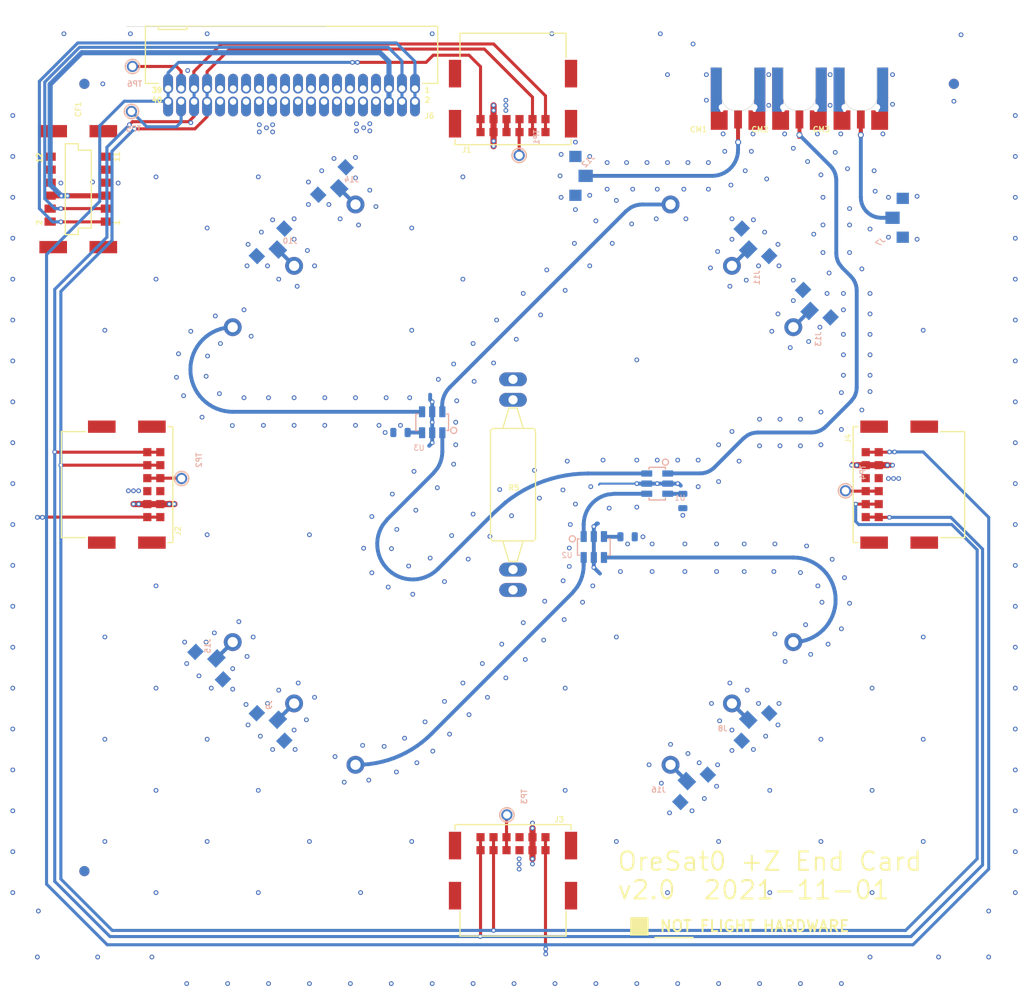
<source format=kicad_pcb>
(kicad_pcb (version 20211014) (generator pcbnew)
  (layers (0 "F.Cu" signal) (1 "In1.Cu" signal) (2 "In2.Cu" signal) (31 "B.Cu" signal) (34 "B.Paste" user) (35 "F.Paste" user) (36 "B.SilkS" user "B.Silkscreen") (37 "F.SilkS" user "F.Silkscreen") (38 "B.Mask" user) (39 "F.Mask" user) (44 "Edge.Cuts" user))
  (net 0 "")
  (net 1 "LBAND")
  (net 2 "/CONNECTORS/MAG-SDA")
  (net 3 "GND")
  (net 4 "/CONNECTORS/MAG-SCL")
  (net 5 "/CONNECTORS/MAG-POWER")
  (net 16 "/CONNECTORS/~{SD}")
  (net 17 "/CONNECTORS/VBUS")
  (net 18 "Net-(J1-Pad7)")
  (net 19 "/CONNECTORS/CAN1_H")
  (net 20 "/CONNECTORS/CAN1_L")
  (net 21 "Net-(J2-Pad7)")
  (net 22 "Net-(J3-Pad7)")
  (net 23 "Net-(J4-Pad7)")
  (net 24 "UHF")
  (net 25 "L1BAND")
  (net 28 "/CONNECTORS/TURNSTILE-DEPLOY")
  (net 43 "/CONNECTORS/C3-UART-TX")
  (net 44 "/CONNECTORS/C3-UART-RX")
  (net 45 "/UHF/UHF")
  (net 46 "/UHF/UHF_270")
  (net 47 "/UHF/UHF_180")
  (net 48 "/UHF/UHF_90")
  (net 49 "/UHF/UHF_0")
  (net 50 "/L1 BAND/L1BAND")
  (net 51 "/L1 BAND/L1BAND_270")
  (net 52 "/L1 BAND/L1BAND_180")
  (net 53 "/L1 BAND/L1BAND_90")
  (net 54 "/L1 BAND/L1BAND_0")
  (net 55 "Net-(R1-Pad2)")
  (net 56 "Net-(R2-Pad2)")
  (net 57 "Net-(R3-Pad2)")
  (net 58 "/L BAND/LBAND")
  (net 59 "/L BAND/LBAND-SHORT")
  (net 60 "/L BAND/LBAND-1{slash}4L")
  (net 61 "/L BAND/LBAND_0")
  (net 62 "/L BAND/LBAND_90")
  (net 63 "/L BAND/LBAND_180")
  (net 64 "/L BAND/LBAND_270")
  (footprint "plusz-end-card-with-turnstile:M55-7101242R" (layer "F.Cu") (at 186.2511 102.5036 90)
    (fp_text reference "J4" (at 4 -5 90) (layer "F.SilkS") (effects (font (size 0.5334 0.5334) (thickness 0.1016)) (justify left)))
    (fp_text value "Harwin M55-7101242R" hide)
    (pad "" np_thru_hole circle (at -5.385 0 90) (size 1.6 1.6) (drill 1.6) (layers *.Cu *.Mask))
    (pad "" np_thru_hole circle (at 5.385 0 90) (size 1.6 1.6) (drill 1.6) (layers *.Cu *.Mask))
    (pad "1" smd rect (at 3.175 -2 90) (size 0.8 0.8) (layers "F.Cu" "F.Paste" "F.Mask") (net 16 "/CONNECTORS/~{SD}"))
    (pad "2" smd rect (at 3.175 -3.27 90) (size 0.8 0.8) (layers "F.Cu" "F.Paste" "F.Mask") (net 16 "/CONNECTORS/~{SD}"))
    (pad "3" smd rect (at 1.905 -2 90) (size 0.8 0.8) (layers "F.Cu" "F.Paste" "F.Mask") (net 3 "GND"))
    (pad "4" smd rect (at 1.905 -3.27 90) (size 0.8 0.8) (layers "F.Cu" "F.Paste" "F.Mask") (net 3 "GND"))
    (pad "5" smd rect (at 0.635 -2 90) (size 0.8 0.8) (layers "F.Cu" "F.Paste" "F.Mask") (net 17 "/CONNECTORS/VBUS"))
    (pad "6" smd rect (at 0.635 -3.27 90) (size 0.8 0.8) (layers "F.Cu" "F.Paste" "F.Mask") (net 17 "/CONNECTORS/VBUS"))
    (pad "7" smd rect (at -0.635 -2 90) (size 0.8 0.8) (layers "F.Cu" "F.Paste" "F.Mask") (net 23 "Net-(J4-Pad7)"))
    (pad "8" smd rect (at -0.635 -3.27 90) (size 0.8 0.8) (layers "F.Cu" "F.Paste" "F.Mask") (net 23 "Net-(J4-Pad7)"))
    (pad "9" smd rect (at -1.905 -2 90) (size 0.8 0.8) (layers "F.Cu" "F.Paste" "F.Mask") (net 19 "/CONNECTORS/CAN1_H"))
    (pad "10" smd rect (at -1.905 -3.27 90) (size 0.8 0.8) (layers "F.Cu" "F.Paste" "F.Mask") (net 19 "/CONNECTORS/CAN1_H"))
    (pad "11" smd rect (at -3.175 -2 90) (size 0.8 0.8) (layers "F.Cu" "F.Paste" "F.Mask") (net 20 "/CONNECTORS/CAN1_L"))
    (pad "12" smd rect (at -3.175 -3.27 90) (size 0.8 0.8) (layers "F.Cu" "F.Paste" "F.Mask") (net 20 "/CONNECTORS/CAN1_L"))
    (pad "P$1" smd rect (at 5.67 -2.45 90) (size 1.2 2.7) (layers "F.Cu" "F.Paste" "F.Mask") (net 3 "GND"))
    (pad "P$2" smd rect (at 5.67 2.45 90) (size 1.2 2.7) (layers "F.Cu" "F.Paste" "F.Mask") (net 3 "GND"))
    (pad "P$3" smd rect (at -5.67 -2.45 90) (size 1.2 2.7) (layers "F.Cu" "F.Paste" "F.Mask") (net 3 "GND"))
    (pad "P$4" smd rect (at -5.67 2.45 90) (size 1.2 2.7) (layers "F.Cu" "F.Paste" "F.Mask") (net 3 "GND"))
  )
  (footprint "oresat-footprints:J-MOLEX-SMPM-073300-003X" (layer "F.Cu") (at 176.5011 61.7036)
    (fp_text reference "CM2" (at -4.75 6.06) (layer "F.SilkS") (effects (font (size 0.5334 0.5334) (thickness 0.1016)) (justify left)))
    (fp_text value "J-MOLEX-SMPM-73300-003X" hide)
    (fp_line (start -2 0) (end -1.5748 0) (layer "Edge.Cuts") (width 0.05))
    (fp_line (start 1.5748 0) (end 2 0) (layer "Edge.Cuts") (width 0.05))
    (fp_line (start -1.5748 0) (end -1.5748 2.921) (layer "Edge.Cuts") (width 0.05))
    (fp_line (start -0.3048 4.191) (end 0.3048 4.191) (layer "Edge.Cuts") (width 0.05))
    (fp_line (start 1.5748 2.921) (end 1.5748 0) (layer "Edge.Cuts") (width 0.05))
    (fp_arc (start 1.574799 2.920999) (mid 1.202825 3.819025) (end 0.3048 4.191) (layer "Edge.Cuts") (width 0.05))
    (fp_arc (start -0.304799 4.191001) (mid -1.202825 3.819026) (end -1.5748 2.921) (layer "Edge.Cuts") (width 0.05))
    (pad "" np_thru_hole circle (at 1.5875 3.8862) (size 0.6096 0.6096) (drill 0.6096) (layers *.Cu *.Mask))
    (pad "" np_thru_hole circle (at -1.5875 3.8862) (size 0.6096 0.6096) (drill 0.6096) (layers *.Cu *.Mask))
    (pad "GND" smd custom (at 1.778 5.08) (size 0.508 0.508) (layers "F.Cu") (options (clearance outline) (anchor rect)) (primitives (gr_poly (pts (xy 0.889 1.016) (xy -0.762 1.016) (xy -0.762 -0.889) (xy -0.2032 -0.889) (xy -0.2032 -5.08) (xy 0.889 -5.08)) (width 0) (fill yes))))
    (pad "GND" smd custom (at -2.032 1.778 180) (size 0.508 0.508) (layers "B.Cu") (options (clearance outline) (anchor rect)) (primitives (gr_poly (pts (xy -0.4572 -2.54) (xy 0.635 -2.54) (xy 0.635 1.778) (xy -0.4572 1.778)) (width 0) (fill yes))))
    (pad "GND" smd custom (at -1.778 5.08) (size 0.508 0.508) (layers "F.Cu") (options (clearance outline) (anchor rect)) (primitives (gr_poly (pts (xy 0.2032 -0.889) (xy 0.762 -0.889) (xy 0.762 1.016) (xy -0.889 1.016) (xy -0.889 -5.08) (xy 0.2032 -5.08)) (width 0) (fill yes))))
    (pad "GND" smd custom (at 2.032 1.778 180) (size 0.508 0.508) (layers "B.Cu") (options (clearance outline) (anchor rect)) (primitives (gr_poly (pts (xy -0.635 -2.54) (xy 0.4572 -2.54) (xy 0.4572 1.778) (xy -0.635 1.778)) (width 0) (fill yes))))
    (pad "RF" smd custom (at 0 6.72) (size 0.38 0.5) (layers "F.Cu" "F.Mask") (net 1 "LBAND") (clearance 0.000025) (options (clearance outline) (anchor rect)) (primitives (gr_rect (start -0.19 0.05) (end 0.19 -0.78) (width 0) (fill yes)) (gr_rect (start -0.381 -2.529) (end 0.381 -0.751) (width 0) (fill yes))))
  )
  (footprint "plusz-end-card-with-turnstile:1X01" (layer "F.Cu") (at 149.1011 70.3036 90)
    (fp_text reference "TP1" (at 1 1.7 90) (layer "B.SilkS") (effects (font (size 0.5334 0.5334) (thickness 0.1016)) (justify right mirror)))
    (fp_text value "TEST-POINT-LARGE-SQUARE" hide)
    (pad "1" thru_hole circle (at 0 0 90) (size 1.1 1.1) (drill 0.7366) (layers *.Cu *.Mask) (net 18 "Net-(J1-Pad7)"))
  )
  (footprint "plusz-end-card-with-turnstile:MCMASTER-94100A150" (layer "F.Cu") (at 175.5311 129.5336)
    (fp_text reference "HW2" hide)
    (fp_text value "MCMASTER-94100A150" hide)
    (pad "" np_thru_hole circle (at 0 0) (size 3.7 3.7) (drill 3.7) (layers *.Cu *.Mask))
  )
  (footprint "plusz-end-card-with-turnstile:MCMASTER-94100A150" (layer "F.Cu") (at 121.4711 75.4736)
    (fp_text reference "HW3" hide)
    (fp_text value "MCMASTER-94100A150" hide)
    (pad "" np_thru_hole circle (at 0 0) (size 3.7 3.7) (drill 3.7) (layers *.Cu *.Mask))
  )
  (footprint "plusz-end-card-with-turnstile:J-SAMTEC-TFM-120-X1-XXX-D-RA" (layer "F.Cu") (at 126.8511 64.4036)
    (property "Value" "")
    (fp_text reference "J6" (at 12.954 2.032) (layer "F.SilkS") (effects (font (size 0.5334 0.5334) (thickness 0.1016)) (justify left)))
    (fp_text value "J-SAMTEC-TFM-120-X1-XXX-D-RA" hide)
    (fp_text user "1" (at 12.954 -0.1905) (layer "F.SilkS") (effects (font (size 0.508 0.508) (thickness 0.127)) (justify left bottom)))
    (fp_text user "40" (at -13.716 0.762) (layer "F.SilkS") (effects (font (size 0.508 0.508) (thickness 0.127)) (justify left bottom)))
    (fp_text user "39" (at -13.716 -0.1905) (layer "F.SilkS") (effects (font (size 0.508 0.508) (thickness 0.127)) (justify left bottom)))
    (fp_text user "2" (at 12.954 0.762) (layer "F.SilkS") (effects (font (size 0.508 0.508) (thickness 0.127)) (justify left bottom)))
    (pad "1" thru_hole oval (at 12.065 -0.635 90) (size 1.9304 0.9652) (drill 0.635 (offset 0.4826 0)) (layers *.Cu *.Mask) (net 2 "/CONNECTORS/MAG-SDA"))
    (pad "2" thru_hole oval (at 12.065 0.635 270) (size 1.9304 0.9652) (drill 0.635 (offset 0.4826 0)) (layers *.Cu *.Mask) (net 2 "/CONNECTORS/MAG-SDA"))
    (pad "3" thru_hole oval (at 10.795 -0.635 90) (size 1.9304 0.9652) (drill 0.635 (offset 0.4826 0)) (layers *.Cu *.Mask) (net 4 "/CONNECTORS/MAG-SCL"))
    (pad "4" thru_hole oval (at 10.795 0.635 270) (size 1.9304 0.9652) (drill 0.635 (offset 0.4826 0)) (layers *.Cu *.Mask) (net 4 "/CONNECTORS/MAG-SCL"))
    (pad "5" thru_hole oval (at 9.525 -0.635 90) (size 1.9304 0.9652) (drill 0.635 (offset 0.4826 0)) (layers *.Cu *.Mask) (net 5 "/CONNECTORS/MAG-POWER"))
    (pad "6" thru_hole oval (at 9.525 0.635 270) (size 1.9304 0.9652) (drill 0.635 (offset 0.4826 0)) (layers *.Cu *.Mask) (net 5 "/CONNECTORS/MAG-POWER"))
    (pad "7" thru_hole oval (at 8.255 -0.635 90) (size 1.9304 0.9652) (drill 0.635 (offset 0.4826 0)) (layers *.Cu *.Mask))
    (pad "8" thru_hole oval (at 8.255 0.635 270) (size 1.9304 0.9652) (drill 0.635 (offset 0.4826 0)) (layers *.Cu *.Mask))
    (pad "9" thru_hole oval (at 6.985 -0.635 90) (size 1.9304 0.9652) (drill 0.635 (offset 0.4826 0)) (layers *.Cu *.Mask) (net 28 "/CONNECTORS/TURNSTILE-DEPLOY"))
    (pad "10" thru_hole oval (at 6.985 0.635 270) (size 1.9304 0.9652) (drill 0.635 (offset 0.4826 0)) (layers *.Cu *.Mask) (net 28 "/CONNECTORS/TURNSTILE-DEPLOY"))
    (pad "11" thru_hole oval (at 5.715 -0.635 90) (size 1.9304 0.9652) (drill 0.635 (offset 0.4826 0)) (layers *.Cu *.Mask))
    (pad "12" thru_hole oval (at 5.715 0.635 270) (size 1.9304 0.9652) (drill 0.635 (offset 0.4826 0)) (layers *.Cu *.Mask))
    (pad "13" thru_hole oval (at 4.445 -0.635 90) (size 1.9304 0.9652) (drill 0.635 (offset 0.4826 0)) (layers *.Cu *.Mask))
    (pad "14" thru_hole oval (at 4.445 0.635 270) (size 1.9304 0.9652) (drill 0.635 (offset 0.4826 0)) (layers *.Cu *.Mask))
    (pad "15" thru_hole oval (at 3.175 -0.635 90) (size 1.9304 0.9652) (drill 0.635 (offset 0.4826 0)) (layers *.Cu *.Mask))
    (pad "16" thru_hole oval (at 3.175 0.635 270) (size 1.9304 0.9652) (drill 0.635 (offset 0.4826 0)) (layers *.Cu *.Mask))
    (pad "17" thru_hole oval (at 1.905 -0.635 90) (size 1.9304 0.9652) (drill 0.635 (offset 0.4826 0)) (layers *.Cu *.Mask))
    (pad "18" thru_hole oval (at 1.905 0.635 270) (size 1.9304 0.9652) (drill 0.635 (offset 0.4826 0)) (layers *.Cu *.Mask))
    (pad "19" thru_hole oval (at 0.635 -0.635 90) (size 1.9304 0.9652) (drill 0.635 (offset 0.4826 0)) (layers *.Cu *.Mask))
    (pad "20" thru_hole oval (at 0.635 0.635 270) (size 1.9304 0.9652) (drill 0.635 (offset 0.4826 0)) (layers *.Cu *.Mask))
    (pad "21" thru_hole oval (at -0.635 -0.635 90) (size 1.9304 0.9652) (drill 0.635 (offset 0.4826 0)) (layers *.Cu *.Mask))
    (pad "22" thru_hole oval (at -0.635 0.635 270) (size 1.9304 0.9652) (drill 0.635 (offset 0.4826 0)) (layers *.Cu *.Mask))
    (pad "23" thru_hole oval (at -1.905 -0.635 90) (size 1.9304 0.9652) (drill 0.635 (offset 0.4826 0)) (layers *.Cu *.Mask) (net 17 "/CONNECTORS/VBUS"))
    (pad "24" thru_hole oval (at -1.905 0.635 270) (size 1.9304 0.9652) (drill 0.635 (offset 0.4826 0)) (layers *.Cu *.Mask) (net 17 "/CONNECTORS/VBUS"))
    (pad "25" thru_hole oval (at -3.175 -0.635 90) (size 1.9304 0.9652) (drill 0.635 (offset 0.4826 0)) (layers *.Cu *.Mask) (net 17 "/CONNECTORS/VBUS"))
    (pad "26" thru_hole oval (at -3.175 0.635 270) (size 1.9304 0.9652) (drill 0.635 (offset 0.4826 0)) (layers *.Cu *.Mask) (net 17 "/CONNECTORS/VBUS"))
    (pad "27" thru_hole oval (at -4.445 -0.635 90) (size 1.9304 0.9652) (drill 0.635 (offset 0.4826 0)) (layers *.Cu *.Mask) (net 3 "GND"))
    (pad "28" thru_hole oval (at -4.445 0.635 270) (size 1.9304 0.9652) (drill 0.635 (offset 0.4826 0)) (layers *.Cu *.Mask) (net 3 "GND"))
    (pad "29" thru_hole oval (at -5.715 -0.635 90) (size 1.9304 0.9652) (drill 0.635 (offset 0.4826 0)) (layers *.Cu *.Mask) (net 3 "GND"))
    (pad "30" thru_hole oval (at -5.715 0.635 270) (size 1.9304 0.9652) (drill 0.635 (offset 0.4826 0)) (layers *.Cu *.Mask) (net 3 "GND"))
    (pad "31" thru_hole oval (at -6.985 -0.635 90) (size 1.9304 0.9652) (drill 0.635 (offset 0.4826 0)) (layers *.Cu *.Mask))
    (pad "32" thru_hole oval (at -6.985 0.635 270) (size 1.9304 0.9652) (drill 0.635 (offset 0.4826 0)) (layers *.Cu *.Mask))
    (pad "33" thru_hole oval (at -8.255 -0.635 90) (size 1.9304 0.9652) (drill 0.635 (offset 0.4826 0)) (layers *.Cu *.Mask) (net 19 "/CONNECTORS/CAN1_H"))
    (pad "34" thru_hole oval (at -8.255 0.635 270) (size 1.9304 0.9652) (drill 0.635 (offset 0.4826 0)) (layers *.Cu *.Mask) (net 19 "/CONNECTORS/CAN1_H"))
    (pad "35" thru_hole oval (at -9.525 -0.635 90) (size 1.9304 0.9652) (drill 0.635 (offset 0.4826 0)) (layers *.Cu *.Mask) (net 20 "/CONNECTORS/CAN1_L"))
    (pad "36" thru_hole oval (at -9.525 0.635 270) (size 1.9304 0.9652) (drill 0.635 (offset 0.4826 0)) (layers *.Cu *.Mask) (net 20 "/CONNECTORS/CAN1_L"))
    (pad "37" thru_hole oval (at -10.795 -0.635 90) (size 1.9304 0.9652) (drill 0.635 (offset 0.4826 0)) (layers *.Cu *.Mask) (net 43 "/CONNECTORS/C3-UART-TX"))
    (pad "38" thru_hole oval (at -10.795 0.635 270) (size 1.9304 0.9652) (drill 0.635 (offset 0.4826 0)) (layers *.Cu *.Mask) (net 44 "/CONNECTORS/C3-UART-RX"))
    (pad "39" thru_hole oval (at -12.065 -0.635 90) (size 1.9304 0.9652) (drill 0.635 (offset 0.4826 0)) (layers *.Cu *.Mask) (net 16 "/CONNECTORS/~{SD}"))
    (pad "40" thru_hole oval (at -12.065 0.635 270) (size 1.9304 0.9652) (drill 0.635 (offset 0.4826 0)) (layers *.Cu *.Mask) (net 16 "/CONNECTORS/~{SD}"))
  )
  (footprint "oresat-footprints:J-MOLEX-SMPM-073300-003X" (layer "F.Cu") (at 182.5011 61.7036)
    (fp_text reference "CM3" (at -4.75 6.06) (layer "F.SilkS") (effects (font (size 0.5334 0.5334) (thickness 0.1016)) (justify left)))
    (fp_text value "J-MOLEX-SMPM-73300-003X" hide)
    (fp_line (start -1.5748 0) (end -1.5748 2.921) (layer "Edge.Cuts") (width 0.05))
    (fp_line (start 1.5748 2.921) (end 1.5748 0) (layer "Edge.Cuts") (width 0.05))
    (fp_line (start -0.3048 4.191) (end 0.3048 4.191) (layer "Edge.Cuts") (width 0.05))
    (fp_line (start 1.5748 0) (end 2 0) (layer "Edge.Cuts") (width 0.05))
    (fp_line (start -2 0) (end -1.5748 0) (layer "Edge.Cuts") (width 0.05))
    (fp_arc (start -0.304799 4.191001) (mid -1.202825 3.819026) (end -1.5748 2.921) (layer "Edge.Cuts") (width 0.05))
    (fp_arc (start 1.574799 2.920999) (mid 1.202825 3.819025) (end 0.3048 4.191) (layer "Edge.Cuts") (width 0.05))
    (pad "" np_thru_hole circle (at 1.5875 3.8862) (size 0.6096 0.6096) (drill 0.6096) (layers *.Cu *.Mask))
    (pad "" np_thru_hole circle (at -1.5875 3.8862) (size 0.6096 0.6096) (drill 0.6096) (layers *.Cu *.Mask))
    (pad "GND" smd custom (at -1.778 5.08) (size 0.508 0.508) (layers "F.Cu") (options (clearance outline) (anchor rect)) (primitives (gr_poly (pts (xy 0.2032 -0.889) (xy 0.762 -0.889) (xy 0.762 1.016) (xy -0.889 1.016) (xy -0.889 -5.08) (xy 0.2032 -5.08)) (width 0) (fill yes))))
    (pad "GND" smd custom (at -2.032 1.778 180) (size 0.508 0.508) (layers "B.Cu") (options (clearance outline) (anchor rect)) (primitives (gr_poly (pts (xy -0.4572 -2.54) (xy 0.635 -2.54) (xy 0.635 1.778) (xy -0.4572 1.778)) (width 0) (fill yes))))
    (pad "GND" smd custom (at 2.032 1.778 180) (size 0.508 0.508) (layers "B.Cu") (options (clearance outline) (anchor rect)) (primitives (gr_poly (pts (xy -0.635 -2.54) (xy 0.4572 -2.54) (xy 0.4572 1.778) (xy -0.635 1.778)) (width 0) (fill yes))))
    (pad "GND" smd custom (at 1.778 5.08) (size 0.508 0.508) (layers "F.Cu") (options (clearance outline) (anchor rect)) (primitives (gr_poly (pts (xy 0.889 1.016) (xy -0.762 1.016) (xy -0.762 -0.889) (xy -0.2032 -0.889) (xy -0.2032 -5.08) (xy 0.889 -5.08)) (width 0) (fill yes))))
    (pad "RF" smd custom (at 0 6.72) (size 0.38 0.5) (layers "F.Cu" "F.Mask") (net 24 "UHF") (clearance 0.000025) (options (clearance outline) (anchor rect)) (primitives (gr_rect (start -0.19 0.05) (end 0.19 -0.78) (width 0) (fill yes)) (gr_rect (start -0.381 -2.529) (end 0.381 -0.751) (width 0) (fill yes))))
  )
  (footprint "plusz-end-card-with-turnstile:1X01" (layer "F.Cu") (at 116.1011 101.9036 90)
    (fp_text reference "TP2" (at 1 1.7 90) (layer "B.SilkS") (effects (font (size 0.5334 0.5334) (thickness 0.1016)) (justify right mirror)))
    (fp_text value "TEST-POINT-LARGE-SQUARE" hide)
    (pad "1" thru_hole circle (at 0 0 90) (size 1.1 1.1) (drill 0.7366) (layers *.Cu *.Mask) (net 21 "Net-(J2-Pad7)"))
  )
  (footprint "plusz-end-card-with-turnstile:M55-7101242R" (layer "F.Cu") (at 148.5011 140.2536)
    (fp_text reference "J3" (at 4 -5) (layer "F.SilkS") (effects (font (size 0.5334 0.5334) (thickness 0.1016)) (justify left)))
    (fp_text value "Harwin M55-7101242R" hide)
    (pad "" np_thru_hole circle (at 5.385 0) (size 1.6 1.6) (drill 1.6) (layers *.Cu *.Mask))
    (pad "" np_thru_hole circle (at -5.385 0) (size 1.6 1.6) (drill 1.6) (layers *.Cu *.Mask))
    (pad "1" smd rect (at 3.175 -2) (size 0.8 0.8) (layers "F.Cu" "F.Paste" "F.Mask") (net 16 "/CONNECTORS/~{SD}"))
    (pad "2" smd rect (at 3.175 -3.27) (size 0.8 0.8) (layers "F.Cu" "F.Paste" "F.Mask") (net 16 "/CONNECTORS/~{SD}"))
    (pad "3" smd rect (at 1.905 -2) (size 0.8 0.8) (layers "F.Cu" "F.Paste" "F.Mask") (net 3 "GND"))
    (pad "4" smd rect (at 1.905 -3.27) (size 0.8 0.8) (layers "F.Cu" "F.Paste" "F.Mask") (net 3 "GND"))
    (pad "5" smd rect (at 0.635 -2) (size 0.8 0.8) (layers "F.Cu" "F.Paste" "F.Mask") (net 17 "/CONNECTORS/VBUS"))
    (pad "6" smd rect (at 0.635 -3.27) (size 0.8 0.8) (layers "F.Cu" "F.Paste" "F.Mask") (net 17 "/CONNECTORS/VBUS"))
    (pad "7" smd rect (at -0.635 -2) (size 0.8 0.8) (layers "F.Cu" "F.Paste" "F.Mask") (net 22 "Net-(J3-Pad7)"))
    (pad "8" smd rect (at -0.635 -3.27) (size 0.8 0.8) (layers "F.Cu" "F.Paste" "F.Mask") (net 22 "Net-(J3-Pad7)"))
    (pad "9" smd rect (at -1.905 -2) (size 0.8 0.8) (layers "F.Cu" "F.Paste" "F.Mask") (net 19 "/CONNECTORS/CAN1_H"))
    (pad "10" smd rect (at -1.905 -3.27) (size 0.8 0.8) (layers "F.Cu" "F.Paste" "F.Mask") (net 19 "/CONNECTORS/CAN1_H"))
    (pad "11" smd rect (at -3.175 -2) (size 0.8 0.8) (layers "F.Cu" "F.Paste" "F.Mask") (net 20 "/CONNECTORS/CAN1_L"))
    (pad "12" smd rect (at -3.175 -3.27) (size 0.8 0.8) (layers "F.Cu" "F.Paste" "F.Mask") (net 20 "/CONNECTORS/CAN1_L"))
    (pad "P$1" smd rect (at 5.67 -2.45) (size 1.2 2.7) (layers "F.Cu" "F.Paste" "F.Mask") (net 3 "GND"))
    (pad "P$2" smd rect (at 5.67 2.45) (size 1.2 2.7) (layers "F.Cu" "F.Paste" "F.Mask") (net 3 "GND"))
    (pad "P$3" smd rect (at -5.67 -2.45) (size 1.2 2.7) (layers "F.Cu" "F.Paste" "F.Mask") (net 3 "GND"))
    (pad "P$4" smd rect (at -5.67 2.45) (size 1.2 2.7) (layers "F.Cu" "F.Paste" "F.Mask") (net 3 "GND"))
  )
  (footprint "plusz-end-card-with-turnstile:MCMASTER-94100A150" (layer "F.Cu") (at 121.4711 129.5336)
    (fp_text reference "HW4" hide)
    (fp_text value "MCMASTER-94100A150" hide)
    (pad "" np_thru_hole circle (at 0 0) (size 3.7 3.7) (drill 3.7) (layers *.Cu *.Mask))
  )
  (footprint "plusz-end-card-with-turnstile:ORESAT-CARD-V1.3-GENERIC-3RF" (layer "F.Cu") (at 98.601098 152.303607)
    (fp_text reference "PCB1" hide)
    (fp_text value "ORESAT-CARD-V1.3-GENERIC-3RF" hide)
    (fp_line (start 97.55 -8.6) (end 99.3 -8.6) (layer "Edge.Cuts") (width 0.001))
    (fp_line (start 31.66795 -94.6) (end 12.13205 -94.6) (layer "Edge.Cuts") (width 0.001))
    (fp_line (start 15.5 -2.4) (end 15.5 -0.5) (layer "Edge.Cuts") (width 0.001))
    (fp_line (start 82.81 -86.4) (end 84.99 -86.4) (layer "Edge.Cuts") (width 0.001))
    (fp_line (start 79.49 -86.9) (end 79.49 -90.6) (layer "Edge.Cuts") (width 0.001))
    (fp_line (start 89.4 -93.6) (end 88.16795 -93.6) (layer "Edge.Cuts") (width 0.001))
    (fp_line (start 68.13205 -93.1) (end 68.13205 -91.1) (layer "Edge.Cuts") (width 0.001))
    (fp_line (start 76.81 -86.4) (end 78.99 -86.4) (layer "Edge.Cuts") (width 0.001))
    (fp_line (start 3.25 -2.9) (end 15 -2.9) (layer "Edge.Cuts") (width 0.001))
    (fp_line (start 76.31 -90.6) (end 73.49 -90.6) (layer "Edge.Cuts") (width 0.001))
    (fp_line (start 85.49 -86.9) (end 85.49 -90.6) (layer "Edge.Cuts") (width 0.001))
    (fp_line (start 70.81 -86.4) (end 72.99 -86.4) (layer "Edge.Cuts") (width 0.001))
    (fp_line (start 94 -94.6) (end 91.13205 -94.6) (layer "Edge.Cuts") (width 0.001))
    (fp_line (start 66.4 -93.6) (end 67.63205 -93.6) (layer "Edge.Cuts") (width 0.001))
    (fp_line (start 73.49 -86.9) (end 73.49 -90.6) (layer "Edge.Cuts") (width 0.001))
    (fp_line (start 70.31 -86.9) (end 70.31 -90.6) (layer "Edge.Cuts") (width 0.001))
    (fp_line (start 82.31 -90.6) (end 79.49 -90.6) (layer "Edge.Cuts") (width 0.001))
    (fp_line (start 2.75 -8.1) (end 2.75 -3.4) (layer "Edge.Cuts") (width 0.001))
    (fp_line (start 5.8 -94.6) (end 0 -88.8) (layer "Edge.Cuts") (width 0.001))
    (fp_line (start 84.3 -0.5) (end 84.3 -2.4) (layer "Edge.Cuts") (width 0.001))
    (fp_line (start 82.31 -86.9) (end 82.31 -90.6) (layer "Edge.Cuts") (width 0.001))
    (fp_line (start 87.16795 -90.6) (end 85.49 -90.6) (layer "Edge.Cuts") (width 0.001))
    (fp_line (start 64.66795 -94.6) (end 35.13205 -94.6) (layer "Edge.Cuts") (width 0.001))
    (fp_line (start 97.05 -3.4) (end 97.05 -8.1) (layer "Edge.Cuts") (width 0.001))
    (fp_line (start 70.31 -90.6) (end 68.63205 -90.6) (layer "Edge.Cuts") (width 0.001))
    (fp_line (start 16 0) (end 83.8 0) (layer "Edge.Cuts") (width 0.001))
    (fp_line (start 87.66795 -93.1) (end 87.66795 -91.1) (layer "Edge.Cuts") (width 0.001))
    (fp_line (start 76.31 -86.9) (end 76.31 -90.6) (layer "Edge.Cuts") (width 0.001))
    (fp_line (start 8.66795 -94.6) (end 5.8 -94.6) (layer "Edge.Cuts") (width 0.001))
    (fp_line (start 84.8 -2.9) (end 96.55 -2.9) (layer "Edge.Cuts") (width 0.001))
    (fp_line (start 99.8 -9.1) (end 99.8 -88.8) (layer "Edge.Cuts") (width 0.001))
    (fp_line (start 0.5 -8.6) (end 2.25 -8.6) (layer "Edge.Cuts") (width 0.001))
    (fp_line (start 0 -88.8) (end 0 -9.1) (layer "Edge.Cuts") (width 0.001))
    (fp_line (start 99.8 -88.8) (end 94 -94.6) (layer "Edge.Cuts") (width 0.001))
    (fp_arc (start 0.5 -8.6) (mid 0.146447 -8.746447) (end 0 -9.1) (layer "Edge.Cuts") (width 0.001))
    (fp_arc (start 79.49 -86.9) (mid 79.343553 -86.546447) (end 78.99 -86.4) (layer "Edge.Cuts") (width 0.001))
    (fp_arc (start 85.49 -86.9) (mid 85.343553 -86.546447) (end 84.99 -86.4) (layer "Edge.Cuts") (width 0.001))
    (fp_arc (start 97.05 -3.4) (mid 96.903553 -3.046447) (end 96.55 -2.9) (layer "Edge.Cuts") (width 0.001))
    (fp_arc (start 16 0) (mid 15.646447 -0.146447) (end 15.5 -0.5) (layer "Edge.Cuts") (width 0.001))
    (fp_arc (start 91.132049 -94.6) (mid 90.399999 -93.86795) (end 89.4 -93.6) (layer "Edge.Cuts") (width 0.001))
    (fp_arc (start 66.399999 -93.6) (mid 65.4 -93.867949) (end 64.66795 -94.6) (layer "Edge.Cuts") (width 0.001))
    (fp_arc (start 73.49 -86.9) (mid 73.343553 -86.546447) (end 72.99 -86.4) (layer "Edge.Cuts") (width 0.001))
    (fp_arc (start 99.8 -9.1) (mid 99.653553 -8.746447) (end 99.3 -8.6) (layer "Edge.Cuts") (width 0.001))
    (fp_arc (start 35.132049 -94.599999) (mid 33.399999 -93.600001) (end 31.66795 -94.6) (layer "Edge.Cuts") (width 0.001))
    (fp_arc (start 97.05 -8.1) (mid 97.196447 -8.453553) (end 97.55 -8.6) (layer "Edge.Cuts") (width 0.001))
    (fp_arc (start 2.25 -8.6) (mid 2.603553 -8.453553) (end 2.75 -8.1) (layer "Edge.Cuts") (width 0.001))
    (fp_arc (start 82.81 -86.4) (mid 82.456447 -86.546447) (end 82.31 -86.9) (layer "Edge.Cuts") (width 0.001))
    (fp_arc (start 3.25 -2.9) (mid 2.896447 -3.046447) (end 2.75 -3.4) (layer "Edge.Cuts") (width 0.001))
    (fp_arc (start 84.3 -2.4) (mid 84.446447 -2.753553) (end 84.8 -2.9) (layer "Edge.Cuts") (width 0.001))
    (fp_arc (start 68.63205 -90.6) (mid 68.278497 -90.746447) (end 68.13205 -91.1) (layer "Edge.Cuts") (width 0.001))
    (fp_arc (start 84.3 -0.5) (mid 84.153553 -0.146447) (end 83.8 0) (layer "Edge.Cuts") (width 0.001))
    (fp_arc (start 87.66795 -91.1) (mid 87.521503 -90.746447) (end 87.16795 -90.6) (layer "Edge.Cuts") (width 0.001))
    (fp_arc (start 15 -2.9) (mid 15.353553 -2.753553) (end 15.5 -2.4) (layer "Edge.Cuts") (width 0.001))
    (fp_arc (start 67.63205 -93.6) (mid 67.985603 -93.453553) (end 68.13205 -93.1) (layer "Edge.Cuts") (width 0.001))
    (fp_arc (start 87.66795 -93.1) (mid 87.814397 -93.453553) (end 88.16795 -93.6) (layer "Edge.Cuts") (width 0.001))
    (fp_arc (start 76.81 -86.4) (mid 76.456447 -86.546447) (end 76.31 -86.9) (layer "Edge.Cuts") (width 0.001))
    (fp_arc (start 70.81 -86.4) (mid 70.456447 -86.546447) (end 70.31 -86.9) (layer "Edge.Cuts") (width 0.001))
    (fp_arc (start 12.132049 -94.599999) (mid 10.399999 -93.600001) (end 8.66795 -94.6) (layer "Edge.Cuts") (width 0.001))
    (pad "" np_thru_hole circle (at 85.49 -86.4) (size 0.32 0.32) (drill 0.32) (layers *.Cu *.Mask))
    (pad "" np_thru_hole circle (at 5.3 -5.5) (size 3 3) (drill 3) (layers *.Cu *.Mask))
    (pad "" np_thru_hole circle (at 79.49 -86.4) (size 0.32 0.32) (drill 0.32) (layers *.Cu *.Mask))
    (pad "" np_thru_hole circle (at 82.31 -86.4) (size 0.32 0.32) (drill 0.32) (layers *.Cu *.Mask))
    (pad "" np_thru_hole circle (at 70.31 -86.4) (size 0.32 0.32) (drill 0.32) (layers *.Cu *.Mask))
    (pad "" np_thru_hole circle (at 76.31 -86.4) (size 0.32 0.32) (drill 0.32) (layers *.Cu *.Mask))
    (pad "" np_thru_hole circle (at 94.5 -5.5) (size 3 3) (drill 3) (layers *.Cu *.Mask))
    (pad "" np_thru_hole circle (at 73.49 -86.4) (size 0.32 0.32) (drill 0.32) (layers *.Cu *.Mask))
  )
  (footprint "plusz-end-card-with-turnstile:1X01" (layer "F.Cu") (at 181.0011 103.1036 90)
    (fp_text reference "TP4" (at 1 1.7 90) (layer "B.SilkS") (effects (font (size 0.5334 0.5334) (thickness 0.1016)) (justify right mirror)))
    (fp_text value "TEST-POINT-LARGE-SQUARE" hide)
    (pad "1" thru_hole circle (at 0 0 90) (size 1.1 1.1) (drill 0.7366) (layers *.Cu *.Mask) (net 23 "Net-(J4-Pad7)"))
  )
  (footprint "plusz-end-card-with-turnstile:M55-7101242R" (layer "F.Cu") (at 148.5011 64.7536 180)
    (fp_text reference "J1" (at 4 -5) (layer "F.SilkS") (effects (font (size 0.5334 0.5334) (thickness 0.1016)) (justify right)))
    (fp_text value "Harwin M55-7101242R" hide)
    (pad "" np_thru_hole circle (at 5.385 0 180) (size 1.6 1.6) (drill 1.6) (layers *.Cu *.Mask))
    (pad "" np_thru_hole circle (at -5.385 0 180) (size 1.6 1.6) (drill 1.6) (layers *.Cu *.Mask))
    (pad "1" smd rect (at 3.175 -2 180) (size 0.8 0.8) (layers "F.Cu" "F.Paste" "F.Mask") (net 16 "/CONNECTORS/~{SD}"))
    (pad "2" smd rect (at 3.175 -3.27 180) (size 0.8 0.8) (layers "F.Cu" "F.Paste" "F.Mask") (net 16 "/CONNECTORS/~{SD}"))
    (pad "3" smd rect (at 1.905 -2 180) (size 0.8 0.8) (layers "F.Cu" "F.Paste" "F.Mask") (net 3 "GND"))
    (pad "4" smd rect (at 1.905 -3.27 180) (size 0.8 0.8) (layers "F.Cu" "F.Paste" "F.Mask") (net 3 "GND"))
    (pad "5" smd rect (at 0.635 -2 180) (size 0.8 0.8) (layers "F.Cu" "F.Paste" "F.Mask") (net 17 "/CONNECTORS/VBUS"))
    (pad "6" smd rect (at 0.635 -3.27 180) (size 0.8 0.8) (layers "F.Cu" "F.Paste" "F.Mask") (net 17 "/CONNECTORS/VBUS"))
    (pad "7" smd rect (at -0.635 -2 180) (size 0.8 0.8) (layers "F.Cu" "F.Paste" "F.Mask") (net 18 "Net-(J1-Pad7)"))
    (pad "8" smd rect (at -0.635 -3.27 180) (size 0.8 0.8) (layers "F.Cu" "F.Paste" "F.Mask") (net 18 "Net-(J1-Pad7)"))
    (pad "9" smd rect (at -1.905 -2 180) (size 0.8 0.8) (layers "F.Cu" "F.Paste" "F.Mask") (net 19 "/CONNECTORS/CAN1_H"))
    (pad "10" smd rect (at -1.905 -3.27 180) (size 0.8 0.8) (layers "F.Cu" "F.Paste" "F.Mask") (net 19 "/CONNECTORS/CAN1_H"))
    (pad "11" smd rect (at -3.175 -2 180) (size 0.8 0.8) (layers "F.Cu" "F.Paste" "F.Mask") (net 20 "/CONNECTORS/CAN1_L"))
    (pad "12" smd rect (at -3.175 -3.27 180) (size 0.8 0.8) (layers "F.Cu" "F.Paste" "F.Mask") (net 20 "/CONNECTORS/CAN1_L"))
    (pad "P$1" smd rect (at 5.67 -2.45 180) (size 1.2 2.7) (layers "F.Cu" "F.Paste" "F.Mask") (net 3 "GND"))
    (pad "P$2" smd rect (at 5.67 2.45 180) (size 1.2 2.7) (layers "F.Cu" "F.Paste" "F.Mask") (net 3 "GND"))
    (pad "P$3" smd rect (at -5.67 -2.45 180) (size 1.2 2.7) (layers "F.Cu" "F.Paste" "F.Mask") (net 3 "GND"))
    (pad "P$4" smd rect (at -5.67 2.45 180) (size 1.2 2.7) (layers "F.Cu" "F.Paste" "F.Mask") (net 3 "GND"))
  )
  (footprint "plusz-end-card-with-turnstile:FLIGHTMARKER_NEW_BOARDS" (layer "F.Cu") (at 160.2011 146.3036)
    (fp_text reference "U$1" hide)
    (fp_text value "FLIGHMARKERNEW" hide)
    (fp_text user "NOT FLIGHT HARDWARE" (at 2.54 0) (layer "F.SilkS") (effects (font (size 1.0795 1.0795) (thickness 0.1905)) (justify left bottom)))
  )
  (footprint "oresat-footprints:J-MOLEX-SMPM-073300-003X" (layer "F.Cu") (at 170.5011 61.7036)
    (fp_text reference "CM1" (at -4.75 6.06) (layer "F.SilkS") (effects (font (size 0.5334 0.5334) (thickness 0.1016)) (justify left)))
    (fp_text value "J-MOLEX-SMPM-73300-003X" hide)
    (fp_line (start -1.5748 0) (end -1.5748 2.921) (layer "Edge.Cuts") (width 0.05))
    (fp_line (start 1.5748 0) (end 2 0) (layer "Edge.Cuts") (width 0.05))
    (fp_line (start -2 0) (end -1.5748 0) (layer "Edge.Cuts") (width 0.05))
    (fp_line (start 1.5748 2.921) (end 1.5748 0) (layer "Edge.Cuts") (width 0.05))
    (fp_line (start -0.3048 4.191) (end 0.3048 4.191) (layer "Edge.Cuts") (width 0.05))
    (fp_arc (start 1.574799 2.920999) (mid 1.202825 3.819025) (end 0.3048 4.191) (layer "Edge.Cuts") (width 0.05))
    (fp_arc (start -0.304799 4.191001) (mid -1.202825 3.819026) (end -1.5748 2.921) (layer "Edge.Cuts") (width 0.05))
    (pad "" np_thru_hole circle (at -1.5875 3.8862) (size 0.6096 0.6096) (drill 0.6096) (layers *.Cu *.Mask))
    (pad "" np_thru_hole circle (at 1.5875 3.8862) (size 0.6096 0.6096) (drill 0.6096) (layers *.Cu *.Mask))
    (pad "GND" smd custom (at 2.032 1.778 180) (size 0.508 0.508) (layers "B.Cu") (options (clearance outline) (anchor rect)) (primitives (gr_poly (pts (xy -0.635 -2.54) (xy 0.4572 -2.54) (xy 0.4572 1.778) (xy -0.635 1.778)) (width 0) (fill yes))))
    (pad "GND" smd custom (at 1.778 5.08) (size 0.508 0.508) (layers "F.Cu") (options (clearance outline) (anchor rect)) (primitives (gr_poly (pts (xy 0.889 1.016) (xy -0.762 1.016) (xy -0.762 -0.889) (xy -0.2032 -0.889) (xy -0.2032 -5.08) (xy 0.889 -5.08)) (width 0) (fill yes))))
    (pad "GND" smd custom (at -2.032 1.778 180) (size 0.508 0.508) (layers "B.Cu") (options (clearance outline) (anchor rect)) (primitives (gr_poly (pts (xy -0.4572 -2.54) (xy 0.635 -2.54) (xy 0.635 1.778) (xy -0.4572 1.778)) (width 0) (fill yes))))
    (pad "GND" smd custom (at -1.778 5.08) (size 0.508 0.508) (layers "F.Cu") (options (clearance outline) (anchor rect)) (primitives (gr_poly (pts (xy 0.2032 -0.889) (xy 0.762 -0.889) (xy 0.762 1.016) (xy -0.889 1.016) (xy -0.889 -5.08) (xy 0.2032 -5.08)) (width 0) (fill yes))))
    (pad "RF" smd custom (at 0 6.72) (size 0.38 0.5) (layers "F.Cu" "F.Mask") (net 25 "L1BAND") (clearance 0.000025) (options (clearance outline) (anchor rect)) (primitives (gr_rect (start -0.19 0.05) (end 0.19 -0.78) (width 0) (fill yes)) (gr_rect (start -0.381 -2.529) (end 0.381 -0.751) (width 0) (fill yes))))
  )
  (footprint "plusz-end-card-with-turnstile:1X01" (layer "F.Cu") (at 111.3011 61.6036)
    (fp_text reference "TP6" (at 1 1.7) (layer "B.SilkS") (effects (font (size 0.5334 0.5334) (thickness 0.1016)) (justify left mirror)))
    (fp_text value "TEST-POINT-LARGE-SQUARE" hide)
    (pad "1" thru_hole circle (at 0 0) (size 1.1 1.1) (drill 0.7366) (layers *.Cu *.Mask) (net 43 "/CONNECTORS/C3-UART-TX"))
  )
  (footprint "plusz-end-card-with-turnstile:1X01" (layer "F.Cu") (at 147.9011 134.8036 90)
    (fp_text reference "TP3" (at 1 1.7 90) (layer "B.SilkS") (effects (font (size 0.5334 0.5334) (thickness 0.1016)) (justify right mirror)))
    (fp_text value "TEST-POINT-LARGE-SQUARE" hide)
    (pad "1" thru_hole circle (at 0 0 90) (size 1.1 1.1) (drill 0.7366) (layers *.Cu *.Mask) (net 22 "Net-(J3-Pad7)"))
  )
  (footprint "plusz-end-card-with-turnstile:PAC100-FOR-MELTWIRE" (layer "F.Cu") (at 148.5011 102.5036 180)
    (fp_text reference "R5" (at 0.5 -0.3) (layer "F.SilkS") (effects (font (size 0.5334 0.5334) (thickness 0.1016)) (justify left)))
    (fp_text value "7.5  1W" hide)
    (pad "P$1" thru_hole oval (at 0 -8.3 180) (size 2.7 1.35) (drill 0.9) (layers *.Cu *.Mask) (net 3 "GND"))
    (pad "P$2" thru_hole oval (at 0 -10.3 180) (size 2.7 1.35) (drill 0.9) (layers *.Cu *.Mask) (net 3 "GND"))
    (pad "P$3" thru_hole oval (at 0 8.3 180) (size 2.7 1.35) (drill 0.9) (layers *.Cu *.Mask) (net 28 "/CONNECTORS/TURNSTILE-DEPLOY"))
    (pad "P$4" thru_hole oval (at 0 10.3 180) (size 2.7 1.35) (drill 0.9) (layers *.Cu *.Mask) (net 28 "/CONNECTORS/TURNSTILE-DEPLOY"))
  )
  (footprint "plusz-end-card-with-turnstile:M55-7101242R" (layer "F.Cu") (at 110.7511 102.5036 -90)
    (fp_text reference "J2" (at 4 -5 90) (layer "F.SilkS") (effects (font (size 0.5334 0.5334) (thickness 0.1016)) (justify right)))
    (fp_text value "Harwin M55-7101242R" hide)
    (pad "" np_thru_hole circle (at -5.385 0 270) (size 1.6 1.6) (drill 1.6) (layers *.Cu *.Mask))
    (pad "" np_thru_hole circle (at 5.385 0 270) (size 1.6 1.6) (drill 1.6) (layers *.Cu *.Mask))
    (pad "1" smd rect (at 3.175 -2 270) (size 0.8 0.8) (layers "F.Cu" "F.Paste" "F.Mask") (net 16 "/CONNECTORS/~{SD}"))
    (pad "2" smd rect (at 3.175 -3.27 270) (size 0.8 0.8) (layers "F.Cu" "F.Paste" "F.Mask") (net 16 "/CONNECTORS/~{SD}"))
    (pad "3" smd rect (at 1.905 -2 270) (size 0.8 0.8) (layers "F.Cu" "F.Paste" "F.Mask") (net 3 "GND"))
    (pad "4" smd rect (at 1.905 -3.27 270) (size 0.8 0.8) (layers "F.Cu" "F.Paste" "F.Mask") (net 3 "GND"))
    (pad "5" smd rect (at 0.635 -2 270) (size 0.8 0.8) (layers "F.Cu" "F.Paste" "F.Mask") (net 17 "/CONNECTORS/VBUS"))
    (pad "6" smd rect (at 0.635 -3.27 270) (size 0.8 0.8) (layers "F.Cu" "F.Paste" "F.Mask") (net 17 "/CONNECTORS/VBUS"))
    (pad "7" smd rect (at -0.635 -2 270) (size 0.8 0.8) (layers "F.Cu" "F.Paste" "F.Mask") (net 21 "Net-(J2-Pad7)"))
    (pad "8" smd rect (at -0.635 -3.27 270) (size 0.8 0.8) (layers "F.Cu" "F.Paste" "F.Mask") (net 21 "Net-(J2-Pad7)"))
    (pad "9" smd rect (at -1.905 -2 270) (size 0.8 0.8) (layers "F.Cu" "F.Paste" "F.Mask") (net 19 "/CONNECTORS/CAN1_H"))
    (pad "10" smd rect (at -1.905 -3.27 270) (size 0.8 0.8) (layers "F.Cu" "F.Paste" "F.Mask") (net 19 "/CONNECTORS/CAN1_H"))
    (pad "11" smd rect (at -3.175 -2 270) (size 0.8 0.8) (layers "F.Cu" "F.Paste" "F.Mask") (net 20 "/CONNECTORS/CAN1_L"))
    (pad "12" smd rect (at -3.175 -3.27 270) (size 0.8 0.8) (layers "F.Cu" "F.Paste" "F.Mask") (net 20 "/CONNECTORS/CAN1_L"))
    (pad "P$1" smd rect (at 5.67 -2.45 270) (size 1.2 2.7) (layers "F.Cu" "F.Paste" "F.Mask") (net 3 "GND"))
    (pad "P$2" smd rect (at 5.67 2.45 270) (size 1.2 2.7) (layers "F.Cu" "F.Paste" "F.Mask") (net 3 "GND"))
    (pad "P$3" smd rect (at -5.67 -2.45 270) (size 1.2 2.7) (layers "F.Cu" "F.Paste" "F.Mask") (net 3 "GND"))
    (pad "P$4" smd rect (at -5.67 2.45 270) (size 1.2 2.7) (layers "F.Cu" "F.Paste" "F.Mask") (net 3 "GND"))
  )
  (footprint "plusz-end-card-with-turnstile:HARWIN-M55-60X1242R" (layer "F.Cu") (at 106.0011 73.6036 90)
    (fp_text reference "CF1" (at 6.985 0 90) (layer "F.SilkS") (effects (font (size 0.5334 0.5334) (thickness 0.1016)) (justify left)))
    (fp_text value "J-HARWIN-M55-6001242R" hide)
    (fp_text user "11" (at 3.74 3.5 90) (layer "F.SilkS") (effects (font (size 0.508 0.508) (thickness 0.127)) (justify right top)))
    (fp_text user "2" (at -2.94 -4.1 90) (layer "F.SilkS") (effects (font (size 0.508 0.508) (thickness 0.127)) (justify right top)))
    (fp_text user "1" (at -2.94 3.5 90) (layer "F.SilkS") (effects (font (size 0.508 0.508) (thickness 0.127)) (justify right top)))
    (fp_text user "12" (at 3.64 -4.1 90) (layer "F.SilkS") (effects (font (size 0.508 0.508) (thickness 0.127)) (justify right top)))
    (pad "" np_thru_hole circle (at -5.385 0 90) (size 1.6 1.6) (drill 1.6) (layers *.Cu *.Mask))
    (pad "" np_thru_hole circle (at 5.385 0 90) (size 1.6 1.6) (drill 1.6) (layers *.Cu *.Mask))
    (pad "1" smd rect (at -3.175 2.75 270) (size 0.8 1.1) (layers "F.Cu" "F.Paste" "F.Mask") (net 2 "/CONNECTORS/MAG-SDA"))
    (pad "2" smd rect (at -3.175 -2.75 270) (size 0.8 1.1) (layers "F.Cu" "F.Paste" "F.Mask") (net 2 "/CONNECTORS/MAG-SDA"))
    (pad "3" smd rect (at -1.905 2.75 270) (size 0.8 1.1) (layers "F.Cu" "F.Paste" "F.Mask") (net 4 "/CONNECTORS/MAG-SCL"))
    (pad "4" smd rect (at -1.905 -2.75 270) (size 0.8 1.1) (layers "F.Cu" "F.Paste" "F.Mask") (net 4 "/CONNECTORS/MAG-SCL"))
    (pad "5" smd rect (at -0.635 2.75 270) (size 0.8 1.1) (layers "F.Cu" "F.Paste" "F.Mask") (net 5 "/CONNECTORS/MAG-POWER"))
    (pad "6" smd rect (at -0.635 -2.75 270) (size 0.8 1.1) (layers "F.Cu" "F.Paste" "F.Mask") (net 5 "/CONNECTORS/MAG-POWER"))
    (pad "7" smd rect (at 0.635 2.75 270) (size 0.8 1.1) (layers "F.Cu" "F.Paste" "F.Mask") (net 3 "GND"))
    (pad "8" smd rect (at 0.635 -2.75 270) (size 0.8 1.1) (layers "F.Cu" "F.Paste" "F.Mask") (net 3 "GND"))
    (pad "9" smd rect (at 1.905 2.75 270) (size 0.8 1.1) (layers "F.Cu" "F.Paste" "F.Mask"))
    (pad "10" smd rect (at 1.905 -2.75 270) (size 0.8 1.1) (layers "F.Cu" "F.Paste" "F.Mask"))
    (pad "11" smd rect (at 3.175 2.75 270) (size 0.8 1.1) (layers "F.Cu" "F.Paste" "F.Mask"))
    (pad "12" smd rect (at 3.175 -2.75 270) (size 0.8 1.1) (layers "F.Cu" "F.Paste" "F.Mask"))
    (pad "P$1" smd rect (at -5.67 2.45 180) (size 2.7 1.2) (layers "F.Cu" "F.Paste" "F.Mask") (net 3 "GND"))
    (pad "P$2" smd rect (at -5.67 -2.45 180) (size 2.7 1.2) (layers "F.Cu" "F.Paste" "F.Mask") (net 3 "GND"))
    (pad "P$3" smd rect (at 5.67 -2.45 180) (size 2.7 1.2) (layers "F.Cu" "F.Paste" "F.Mask") (net 3 "GND"))
    (pad "P$4" smd rect (at 5.67 2.45 180) (size 2.7 1.2) (layers "F.Cu" "F.Paste" "F.Mask") (net 3 "GND"))
  )
  (footprint "plusz-end-card-with-turnstile:FIDUCIAL-1.0X2.0" (layer "F.Cu") (at 191.6011 63.3036)
    (fp_text reference "FIDUCIAL3" hide)
    (fp_text value "FIDUCIAL-1.0X2.0" hide)
    (pad "FIDUCIAL" smd roundrect (at 0 0) (size 1 1) (layers "F.Cu") (roundrect_rratio 0.5))
  )
  (footprint "plusz-end-card-with-turnstile:MCMASTER-94100A150" (layer "F.Cu") (at 175.5311 75.4736)
    (fp_text reference "HW1" hide)
    (fp_text value "MCMASTER-94100A150" hide)
    (pad "" np_thru_hole circle (at 0 0) (size 3.7 3.7) (drill 3.7) (layers *.Cu *.Mask))
  )
  (footprint "plusz-end-card-with-turnstile:FIDUCIAL-1.0X2.0" (layer "F.Cu") (at 106.6011 140.3036)
    (fp_text reference "FIDUCIAL1" hide)
    (fp_text value "FIDUCIAL-1.0X2.0" hide)
    (pad "FIDUCIAL" smd roundrect (at 0 0) (size 1 1) (layers "F.Cu") (roundrect_rratio 0.5))
  )
  (footprint "plusz-end-card-with-turnstile:1X01" (layer "F.Cu") (at 111.2011 66.0036)
    (fp_text reference "TP5" (at 1 1.7) (layer "B.SilkS") (effects (font (size 0.5334 0.5334) (thickness 0.1016)) (justify left mirror)))
    (fp_text value "TEST-POINT-LARGE-SQUARE" hide)
    (pad "1" thru_hole circle (at 0 0) (size 1.1 1.1) (drill 0.7366) (layers *.Cu *.Mask) (net 44 "/CONNECTORS/C3-UART-RX"))
  )
  (footprint "plusz-end-card-with-turnstile:FIDUCIAL-1.0X2.0" (layer "F.Cu") (at 106.6011 63.3036)
    (fp_text reference "FIDUCIAL2" hide)
    (fp_text value "FIDUCIAL-1.0X2.0" hide)
    (pad "FIDUCIAL" smd roundrect (at 0 0) (size 1 1) (layers "F.Cu") (roundrect_rratio 0.5))
  )
  (footprint "Foras_Promineo_Github_Local:R107064070_SOLDER" (layer "B.Cu") (at 186.6011 76.4036 90)
    (fp_text reference "J7" (at -2 -1.8 45) (layer "B.SilkS") (effects (font (size 0.5334 0.5334) (thickness 0.1016)) (justify left mirror)))
    (fp_text value "R107064070_CONTACT" hide)
    (pad "P$1" smd rect (at 0 -1 90) (size 1.2 1.4) (layers "B.Cu" "B.Paste" "B.Mask") (net 45 "/UHF/UHF"))
    (pad "P$2" smd rect (at -1.9 0) (size 1.2 1.1) (layers "B.Cu" "B.Paste" "B.Mask") (net 3 "GND"))
    (pad "P$3" smd rect (at 1.9 0) (size 1.2 1.1) (layers "B.Cu" "B.Paste" "B.Mask") (net 3 "GND"))
  )
  (footprint "plusz-end-card-with-turnstile:.0603-C-NOSILK" (layer "B.Cu") (at 137.5011 97.4036)
    (fp_text reference "R3")
    (fp_text value "50")
    (pad "1" smd roundrect (at -0.7 0) (size 0.6 0.9) (layers "B.Cu" "B.Paste") (net 3 "GND"))
    (pad "2" smd roundrect (at 0.7 0) (size 0.6 0.9) (layers "B.Cu" "B.Paste") (net 57 "Net-(R3-Pad2)"))
  )
  (footprint "plusz-end-card-with-turnstile:QCN-XXX+" (layer "B.Cu") (at 140.6011 96.4036 180)
    (fp_text reference "U3" (at 0.7 -2.5) (layer "B.SilkS") (effects (font (size 0.531876 0.531876) (thickness 0.077724)) (justify left mirror)))
    (fp_text value "QCN-19+")
    (pad "1" smd roundrect (at -0.99 -1.025 180) (size 0.61 1.07) (layers "B.Cu" "B.Mask") (roundrect_rratio 0.1) (net 60 "/L BAND/LBAND-1{slash}4L"))
    (pad "2" smd roundrect (at 0 -1.025 180) (size 0.61 1.07) (layers "B.Cu" "B.Mask") (roundrect_rratio 0.1) (net 3 "GND"))
    (pad "3" smd roundrect (at 0.99 -1.025 180) (size 0.61 1.07) (layers "B.Cu" "B.Mask") (roundrect_rratio 0.1) (net 57 "Net-(R3-Pad2)"))
    (pad "4" smd roundrect (at 0.99 1.025) (size 0.61 1.07) (layers "B.Cu" "B.Mask") (roundrect_rratio 0.1) (net 63 "/L BAND/LBAND_180"))
    (pad "5" smd roundrect (at 0 1.025) (size 0.61 1.07) (layers "B.Cu" "B.Mask") (roundrect_rratio 0.1) (net 3 "GND"))
    (pad "6" smd roundrect (at -0.99 1.025) (size 0.61 1.07) (layers "B.Cu" "B.Mask") (roundrect_rratio 0.1) (net 64 "/L BAND/LBAND_270"))
  )
  (footprint "plusz-end-card-with-turnstile:FIDUCIAL-1.0X2.0" (layer "B.Cu") (at 106.6011 63.3036 180)
    (fp_text reference "FIDUCIAL4" hide)
    (fp_text value "FIDUCIAL-1.0X2.0" hide)
    (pad "FIDUCIAL" smd roundrect (at 0 0 180) (size 1 1) (layers "B.Cu") (roundrect_rratio 0.5))
  )
  (footprint "Foras_Promineo_Github_Local:R107064070_SOLDER" (layer "B.Cu") (at 172.2011 126.2036 45)
    (fp_text reference "J8" (at -2 -1.8) (layer "B.SilkS") (effects (font (size 0.5334 0.5334) (thickness 0.1016)) (justify left mirror)))
    (fp_text value "R107064070_CONTACT" hide)
    (pad "P$1" smd rect (at 0 -1 45) (size 1.2 1.4) (layers "B.Cu" "B.Paste" "B.Mask") (net 46 "/UHF/UHF_270"))
    (pad "P$2" smd rect (at -1.9 0 315) (size 1.2 1.1) (layers "B.Cu" "B.Paste" "B.Mask") (net 3 "GND"))
    (pad "P$3" smd rect (at 1.9 0 315) (size 1.2 1.1) (layers "B.Cu" "B.Paste" "B.Mask") (net 3 "GND"))
  )
  (footprint "Foras_Promineo_Github_Local:R107064070_SOLDER" (layer "B.Cu") (at 172.2011 78.8036 135)
    (fp_text reference "J11" (at -2 -1.8 90) (layer "B.SilkS") (effects (font (size 0.5334 0.5334) (thickness 0.1016)) (justify left mirror)))
    (fp_text value "R107064070_CONTACT" hide)
    (pad "P$1" smd rect (at 0 -1 135) (size 1.2 1.4) (layers "B.Cu" "B.Paste" "B.Mask") (net 49 "/UHF/UHF_0"))
    (pad "P$2" smd rect (at -1.9 0 45) (size 1.2 1.1) (layers "B.Cu" "B.Paste" "B.Mask") (net 3 "GND"))
    (pad "P$3" smd rect (at 1.9 0 45) (size 1.2 1.1) (layers "B.Cu" "B.Paste" "B.Mask") (net 3 "GND"))
  )
  (footprint "Foras_Promineo_Github_Local:R107064070_SOLDER" (layer "B.Cu") (at 166.2011 132.2036 45)
    (fp_text reference "J16" (at -2 -1.8) (layer "B.SilkS") (effects (font (size 0.5334 0.5334) (thickness 0.1016)) (justify left mirror)))
    (fp_text value "R107064070_CONTACT" hide)
    (pad "P$1" smd rect (at 0 -1 45) (size 1.2 1.4) (layers "B.Cu" "B.Paste" "B.Mask") (net 54 "/L1 BAND/L1BAND_0"))
    (pad "P$2" smd rect (at -1.9 0 315) (size 1.2 1.1) (layers "B.Cu" "B.Paste" "B.Mask") (net 3 "GND"))
    (pad "P$3" smd rect (at 1.9 0 315) (size 1.2 1.1) (layers "B.Cu" "B.Paste" "B.Mask") (net 3 "GND"))
  )
  (footprint "plusz-end-card-with-turnstile:.0603-C-NOSILK" (layer "B.Cu") (at 159.7011 107.6036 180)
    (fp_text reference "R2")
    (fp_text value "50")
    (pad "1" smd roundrect (at -0.7 0 180) (size 0.6 0.9) (layers "B.Cu" "B.Paste") (net 3 "GND"))
    (pad "2" smd roundrect (at 0.7 0 180) (size 0.6 0.9) (layers "B.Cu" "B.Paste") (net 56 "Net-(R2-Pad2)"))
  )
  (footprint "plusz-end-card-with-turnstile:FIDUCIAL-1.0X2.0" (layer "B.Cu") (at 191.6011 63.3036 180)
    (fp_text reference "FIDUCIAL5" hide)
    (fp_text value "FIDUCIAL-1.0X2.0" hide)
    (pad "FIDUCIAL" smd roundrect (at 0 0 180) (size 1 1) (layers "B.Cu") (roundrect_rratio 0.5))
  )
  (footprint "Foras_Promineo_Github_Local:R107064070_SOLDER" (layer "B.Cu") (at 118.8011 120.2036 -45)
    (fp_text reference "J15" (at -2 -1.8 270) (layer "B.SilkS") (effects (font (size 0.5334 0.5334) (thickness 0.1016)) (justify left mirror)))
    (fp_text value "R107064070_CONTACT" hide)
    (pad "P$1" smd rect (at 0 -1 315) (size 1.2 1.4) (layers "B.Cu" "B.Paste" "B.Mask") (net 53 "/L1 BAND/L1BAND_90"))
    (pad "P$2" smd rect (at -1.9 0 225) (size 1.2 1.1) (layers "B.Cu" "B.Paste" "B.Mask") (net 3 "GND"))
    (pad "P$3" smd rect (at 1.9 0 225) (size 1.2 1.1) (layers "B.Cu" "B.Paste" "B.Mask") (net 3 "GND"))
  )
  (footprint "Foras_Promineo_Github_Local:R107064070_SOLDER" (layer "B.Cu") (at 130.8011 72.8036 -135)
    (fp_text reference "J14" (at -2 -1.8 180) (layer "B.SilkS") (effects (font (size 0.5334 0.5334) (thickness 0.1016)) (justify left mirror)))
    (fp_text value "R107064070_CONTACT" hide)
    (pad "P$1" smd rect (at 0 -1 225) (size 1.2 1.4) (layers "B.Cu" "B.Paste" "B.Mask") (net 52 "/L1 BAND/L1BAND_180"))
    (pad "P$2" smd rect (at -1.9 0 135) (size 1.2 1.1) (layers "B.Cu" "B.Paste" "B.Mask") (net 3 "GND"))
    (pad "P$3" smd rect (at 1.9 0 135) (size 1.2 1.1) (layers "B.Cu" "B.Paste" "B.Mask") (net 3 "GND"))
  )
  (footprint "plusz-end-card-with-turnstile:QCN-XXX+" (layer "B.Cu") (at 156.4011 108.6036)
    (fp_text reference "U2" (at -3.2 0.8) (layer "B.SilkS") (effects (font (size 0.531876 0.531876) (thickness 0.077724)) (justify right mirror)))
    (fp_text value "QCN-19+")
    (pad "1" smd roundrect (at -0.99 -1.025) (size 0.61 1.07) (layers "B.Cu" "B.Mask") (roundrect_rratio 0.1) (net 59 "/L BAND/LBAND-SHORT"))
    (pad "2" smd roundrect (at 0 -1.025) (size 0.61 1.07) (layers "B.Cu" "B.Mask") (roundrect_rratio 0.1) (net 3 "GND"))
    (pad "3" smd roundrect (at 0.99 -1.025) (size 0.61 1.07) (layers "B.Cu" "B.Mask") (roundrect_rratio 0.1) (net 56 "Net-(R2-Pad2)"))
    (pad "4" smd roundrect (at 0.99 1.025 180) (size 0.61 1.07) (layers "B.Cu" "B.Mask") (roundrect_rratio 0.1) (net 61 "/L BAND/LBAND_0"))
    (pad "5" smd roundrect (at 0 1.025 180) (size 0.61 1.07) (layers "B.Cu" "B.Mask") (roundrect_rratio 0.1) (net 3 "GND"))
    (pad "6" smd roundrect (at -0.99 1.025 180) (size 0.61 1.07) (layers "B.Cu" "B.Mask") (roundrect_rratio 0.1) (net 62 "/L BAND/LBAND_90"))
  )
  (footprint "Foras_Promineo_Github_Local:R107064070_SOLDER" (layer "B.Cu") (at 124.8011 126.2036 -45)
    (fp_text reference "J9" (at -2 -1.8 270) (layer "B.SilkS") (effects (font (size 0.5334 0.5334) (thickness 0.1016)) (justify left mirror)))
    (fp_text value "R107064070_CONTACT" hide)
    (pad "P$1" smd rect (at 0 -1 315) (size 1.2 1.4) (layers "B.Cu" "B.Paste" "B.Mask") (net 47 "/UHF/UHF_180"))
    (pad "P$2" smd rect (at -1.9 0 225) (size 1.2 1.1) (layers "B.Cu" "B.Paste" "B.Mask") (net 3 "GND"))
    (pad "P$3" smd rect (at 1.9 0 225) (size 1.2 1.1) (layers "B.Cu" "B.Paste" "B.Mask") (net 3 "GND"))
  )
  (footprint "plusz-end-card-with-turnstile:FIDUCIAL-1.0X2.0" (layer "B.Cu") (at 106.6011 140.3036 180)
    (fp_text reference "FIDUCIAL6" hide)
    (fp_text value "FIDUCIAL-1.0X2.0" hide)
    (pad "FIDUCIAL" smd roundrect (at 0 0 180) (size 1 1) (layers "B.Cu") (roundrect_rratio 0.5))
  )
  (footprint "Foras_Promineo_Github_Local:R107064070_SOLDER" (layer "B.Cu") (at 124.8011 78.8036 -135)
    (fp_text reference "J10" (at -2 -1.8 180) (layer "B.SilkS") (effects (font (size 0.5334 0.5334) (thickness 0.1016)) (justify left mirror)))
    (fp_text value "R107064070_CONTACT" hide)
    (pad "P$1" smd rect (at 0 -1 225) (size 1.2 1.4) (layers "B.Cu" "B.Paste" "B.Mask") (net 48 "/UHF/UHF_90"))
    (pad "P$2" smd rect (at -1.9 0 135) (size 1.2 1.1) (layers "B.Cu" "B.Paste" "B.Mask") (net 3 "GND"))
    (pad "P$3" smd rect (at 1.9 0 135) (size 1.2 1.1) (layers "B.Cu" "B.Paste" "B.Mask") (net 3 "GND"))
  )
  (footprint "plusz-end-card-with-turnstile:QCN-XXX+" (layer "B.Cu") (at 162.6011 102.4036 -90)
    (fp_text reference "U1" (at 1.4 -2.8 -180) (layer "B.SilkS") (effects (font (size 0.531876 0.531876) (thickness 0.077724)) (justify left mirror)))
    (fp_text value "QCN-19+")
    (pad "1" smd roundrect (at -0.99 -1.025 270) (size 0.61 1.07) (layers "B.Cu" "B.Mask") (roundrect_rratio 0.1) (net 58 "/L BAND/LBAND"))
    (pad "2" smd roundrect (at 0 -1.025 270) (size 0.61 1.07) (layers "B.Cu" "B.Mask") (roundrect_rratio 0.1) (net 3 "GND"))
    (pad "3" smd roundrect (at 0.99 -1.025 270) (size 0.61 1.07) (layers "B.Cu" "B.Mask") (roundrect_rratio 0.1) (net 55 "Net-(R1-Pad2)"))
    (pad "4" smd roundrect (at 0.99 1.025 90) (size 0.61 1.07) (layers "B.Cu" "B.Mask") (roundrect_rratio 0.1) (net 59 "/L BAND/LBAND-SHORT"))
    (pad "5" smd roundrect (at 0 1.025 90) (size 0.61 1.07) (layers "B.Cu" "B.Mask") (roundrect_rratio 0.1) (net 3 "GND"))
    (pad "6" smd roundrect (at -0.99 1.025 90) (size 0.61 1.07) (layers "B.Cu" "B.Mask") (roundrect_rratio 0.1) (net 60 "/L BAND/LBAND-1{slash}4L"))
  )
  (footprint "Foras_Promineo_Github_Local:R107064070_SOLDER" (layer "B.Cu") (at 178.2011 84.8036 135)
    (fp_text reference "J13" (at -2 -1.8 90) (layer "B.SilkS") (effects (font (size 0.5334 0.5334) (thickness 0.1016)) (justify left mirror)))
    (fp_text value "R107064070_CONTACT" hide)
    (pad "P$1" smd rect (at 0 -1 135) (size 1.2 1.4) (layers "B.Cu" "B.Paste" "B.Mask") (net 51 "/L1 BAND/L1BAND_270"))
    (pad "P$2" smd rect (at -1.9 0 45) (size 1.2 1.1) (layers "B.Cu" "B.Paste" "B.Mask") (net 3 "GND"))
    (pad "P$3" smd rect (at 1.9 0 45) (size 1.2 1.1) (layers "B.Cu" "B.Paste" "B.Mask") (net 3 "GND"))
  )
  (footprint "plusz-end-card-with-turnstile:.0603-C-NOSILK" (layer "B.Cu") (at 165.1011 104.1036 90)
    (fp_text reference "R1")
    (fp_text value "50")
    (pad "1" smd roundrect (at -0.7 0 90) (size 0.6 0.9) (layers "B.Cu" "B.Paste") (net 3 "GND"))
    (pad "2" smd roundrect (at 0.7 0 90) (size 0.6 0.9) (layers "B.Cu" "B.Paste") (net 55 "Net-(R1-Pad2)"))
  )
  (footprint "Foras_Promineo_Github_Local:R107064070_SOLDER" (layer "B.Cu") (at 154.6011 72.3036 -90)
    (fp_text reference "J12" (at -2 -1.8 225) (layer "B.SilkS") (effects (font (size 0.5334 0.5334) (thickness 0.1016)) (justify left mirror)))
    (fp_text value "R107064070_CONTACT" hide)
    (pad "P$1" smd rect (at 0 -1 270) (size 1.2 1.4) (layers "B.Cu" "B.Paste" "B.Mask") (net 50 "/L1 BAND/L1BAND"))
    (pad "P$2" smd rect (at -1.9 0 180) (size 1.2 1.1) (layers "B.Cu" "B.Paste" "B.Mask") (net 3 "GND"))
    (pad "P$3" smd rect (at 1.9 0 180) (size 1.2 1.1) (layers "B.Cu" "B.Paste" "B.Mask") (net 3 "GND"))
  )
  (gr_line (start 110.72 57.703608) (end 130.26 57.7) (layer "Edge.Cuts") (width 0.05))
  (gr_text "v2.0  2021-11-01" (at 158.6011 143.2036) (layer "F.SilkS") (effects (font (size 1.8 1.8) (thickness 0.2)) (justify left bottom)))
  (gr_text "OreSat0 +Z End Card" (at 158.6011 140.4036) (layer "F.SilkS") (effects (font (size 1.8 1.8) (thickness 0.2)) (justify left bottom)))
  (segment (start 108.7261 76.8036) (end 108.7511 76.7786) (width 0.3) (layer "F.Cu") (net 2))
  (segment (start 104.3011 76.8036) (end 108.7261 76.8036) (width 0.3) (layer "F.Cu") (net 2))
  (segment (start 104.3011 76.8036) (end 103.2761 76.8036) (width 0.3) (layer "F.Cu") (net 2))
  (segment (start 103.2761 76.8036) (end 103.2511 76.7786) (width 0.3) (layer "F.Cu") (net 2))
  (via (at 104.3011 76.8036) (size 0.4572) (drill 0.254) (layers "F.Cu" "B.Cu") (net 2))
  (segment (start 103.5011 76.8036) (end 104.3011 76.8036) (width 0.3) (layer "B.Cu") (net 2))
  (segment (start 138.9161 61.1186) (end 137.1011 59.3036) (width 0.3) (layer "B.Cu") (net 2))
  (segment (start 137.1011 59.3036) (end 105.9511 59.3036) (width 0.3) (layer "B.Cu") (net 2))
  (segment (start 138.9161 65.0386) (end 138.9161 63.7686) (width 0.3) (layer "B.Cu") (net 2))
  (segment (start 138.9161 63.7686) (end 138.9161 61.1186) (width 0.3) (layer "B.Cu") (net 2))
  (segment (start 102.2011 63.0536) (end 102.2011 75.5036) (width 0.3) (layer "B.Cu") (net 2))
  (segment (start 102.2011 75.5036) (end 103.5011 76.8036) (width 0.3) (layer "B.Cu") (net 2))
  (segment (start 105.9511 59.3036) (end 102.2011 63.0536) (width 0.3) (layer "B.Cu") (net 2))
  (segment (start 114.0211 104.4086) (end 112.7511 104.4086) (width 0.6) (layer "F.Cu") (net 3))
  (segment (start 114.8961 104.4086) (end 114.0211 104.4086) (width 0.6) (layer "F.Cu") (net 3))
  (segment (start 114.9011 104.4036) (end 114.8961 104.4086) (width 0.6) (layer "F.Cu") (net 3))
  (segment (start 146.5961 68.0236) (end 146.5961 66.7536) (width 0.6) (layer "F.Cu") (net 3))
  (segment (start 182.9811 100.5986) (end 184.2511 100.5986) (width 0.6) (layer "F.Cu") (net 3))
  (segment (start 146.6011 68.9036) (end 146.6011 68.0286) (width 0.6) (layer "F.Cu") (net 3))
  (segment (start 111.9011 104.4036) (end 111.4011 104.4036) (width 0.6) (layer "F.Cu") (net 3))
  (segment (start 150.4061 139.0986) (end 150.4011 139.1036) (width 0.6) (layer "F.Cu") (net 3))
  (segment (start 115.4011 104.4036) (end 114.9011 104.4036) (width 0.6) (layer "F.Cu") (net 3))
  (segment (start 146.6011 65.9036) (end 146.6011 65.4036) (width 0.6) (layer "F.Cu") (net 3))
  (segment (start 146.5961 66.7536) (end 146.5961 65.9086) (width 0.6) (layer "F.Cu") (net 3))
  (segment (start 146.5961 65.9086) (end 146.6011 65.9036) (width 0.6) (layer "F.Cu") (net 3))
  (segment (start 185.3961 100.5986) (end 185.4011 100.6036) (width 0.5) (layer "F.Cu") (net 3))
  (segment (start 150.4061 138.2536) (end 150.4061 139.0986) (width 0.6) (layer "F.Cu") (net 3))
  (segment (start 185.0961 100.5986) (end 185.1011 100.6036) (width 0.6) (layer "F.Cu") (net 3))
  (segment (start 150.4011 136.1036) (end 150.4061 136.1086) (width 0.6) (layer "F.Cu") (net 3))
  (segment (start 150.4061 136.1086) (end 150.4061 136.9836) (width 0.6) (layer "F.Cu") (net 3))
  (segment (start 146.6011 69.4036) (end 146.6011 68.9036) (width 0.6) (layer "F.Cu") (net 3))
  (segment (start 112.7511 104.4086) (end 111.9061 104.4086) (width 0.6) (layer "F.Cu") (net 3))
  (segment (start 184.2511 100.5986) (end 185.0961 100.5986) (width 0.6) (layer "F.Cu") (net 3))
  (segment (start 181.7961 100.5986) (end 181.7011 100.5036) (width 0.5) (layer "F.Cu") (net 3))
  (segment (start 182.1011 100.6036) (end 182.1061 100.5986) (width 0.6) (layer "F.Cu") (net 3))
  (segment (start 146.6011 68.0286) (end 146.5961 68.0236) (width 0.6) (layer "F.Cu") (net 3))
  (segment (start 111.9061 104.4086) (end 111.9011 104.4036) (width 0.6) (layer "F.Cu") (net 3))
  (segment (start 182.1061 100.5986) (end 182.9811 100.5986) (width 0.6) (layer "F.Cu") (net 3))
  (segment (start 150.4061 136.9836) (end 150.4061 138.2536) (width 0.6) (layer "F.Cu") (net 3))
  (via (at 157.3011 100.1036) (size 0.4572) (drill 0.254) (layers "F.Cu" "B.Cu") (net 3))
  (via (at 168.4011 111.0036) (size 0.4572) (drill 0.254) (layers "F.Cu" "B.Cu") (net 3))
  (via (at 133.6011 142.4036) (size 0.4572) (drill 0.254) (layers "F.Cu" "B.Cu") (net 3))
  (via (at 188.0011 74.3036) (size 0.4572) (drill 0.254) (layers "F.Cu" "B.Cu") (net 3))
  (via (at 162.5011 76.5036) (size 0.4572) (drill 0.254) (layers "F.Cu" "B.Cu") (net 3))
  (via (at 146.6011 65.4036) (size 0.4572) (drill 0.254) (layers "F.Cu" "B.Cu") (net 3))
  (via (at 180.8011 89.8036) (size 0.4572) (drill 0.254) (layers "F.Cu" "B.Cu") (net 3))
  (via (at 133.1011 72.5036) (size 0.4572) (drill 0.254) (layers "F.Cu" "B.Cu") (net 3))
  (via (at 177.4011 88.5036) (size 0.4572) (drill 0.254) (layers "F.Cu" "B.Cu") (net 3))
  (via (at 188.6011 117.4036) (size 0.4572) (drill 0.254) (layers "F.Cu" "B.Cu") (net 3))
  (via (at 128.4011 79.6036) (size 0.4572) (drill 0.254) (layers "F.Cu" "B.Cu") (net 3))
  (via (at 188.6011 87.4036) (size 0.4572) (drill 0.254) (layers "F.Cu" "B.Cu") (net 3))
  (via (at 197.6011 90.4036) (size 0.4572) (drill 0.254) (layers "F.Cu" "B.Cu") (net 3))
  (via (at 116.6011 120.0036) (size 0.4572) (drill 0.254) (layers "F.Cu" "B.Cu") (net 3))
  (via (at 124.5011 81.1036) (size 0.4572) (drill 0.254) (layers "F.Cu" "B.Cu") (net 3))
  (via (at 128.5011 75.1036) (size 0.4572) (drill 0.254) (layers "F.Cu" "B.Cu") (net 3))
  (via (at 153.3811 103.0236) (size 0.4572) (drill 0.254) (layers "F.Cu" "B.Cu") (net 3))
  (via (at 172.6011 98.7036) (size 0.4572) (drill 0.254) (layers "F.Cu" "B.Cu") (net 3))
  (via (at 138.7011 113.2236) (size 0.4572) (drill 0.254) (layers "F.Cu" "B.Cu") (net 3))
  (via (at 144.2011 125.0036) (size 0.4572) (drill 0.254) (layers "F.Cu" "B.Cu") (net 3))
  (via (at 127.1011 78.5036) (size 0.4572) (drill 0.254) (layers "F.Cu" "B.Cu") (net 3))
  (via (at 124.6011 94.0036) (size 0.4572) (drill 0.254) (layers "F.Cu" "B.Cu") (net 3))
  (via (at 99.6011 114.4036) (size 0.4572) (drill 0.254) (layers "F.Cu" "B.Cu") (net 3))
  (via (at 167.8011 81.3036) (size 0.4572) (drill 0.254) (layers "F.Cu" "B.Cu") (net 3))
  (via (at 172.5011 81.1036) (size 0.4572) (drill 0.254) (layers "F.Cu" "B.Cu") (net 3))
  (via (at 140.6011 58.4036) (size 0.4572) (drill 0.254) (layers "F.Cu" "B.Cu") (net 3))
  (via (at 181.4011 77.1036) (size 0.4572) (drill 0.254) (layers "F.Cu" "B.Cu") (net 3))
  (via (at 171.958 68.199) (size 0.4572) (drill 0.254) (layers "F.Cu" "B.Cu") (net 3))
  (via (at 181.2011 71.6036) (size 0.4572) (drill 0.254) (layers "F.Cu" "B.Cu") (net 3))
  (via (at 107.9011 148.7036) (size 0.4572) (drill 0.254) (layers "F.Cu" "B.Cu") (net 3))
  (via (at 128.6011 137.4036) (size 0.4572) (drill 0.254) (layers "F.Cu" "B.Cu") (net 3))
  (via (at 109.9011 73.0036) (size 0.4572) (drill 0.254) (layers "F.Cu" "B.Cu") (net 3))
  (via (at 136.0011 97.4036) (size 0.4572) (drill 0.254) (layers "F.Cu" "B.Cu") (net 3))
  (via (at 157.7011 73.6036) (size 0.4572) (drill 0.254) (layers "F.Cu" "B.Cu") (net 3))
  (via (at 121.1011 120.5036) (size 0.4572) (drill 0.254) (layers "F.Cu" "B.Cu") (net 3))
  (via (at 178.5011 87.1036) (size 0.4572) (drill 0.254) (layers "F.Cu" "B.Cu") (net 3))
  (via (at 132.0011 131.6036) (size 0.4572) (drill 0.254) (layers "F.Cu" "B.Cu") (net 3))
  (via (at 176.6011 96.1036) (size 0.4572) (drill 0.254) (layers "F.Cu" "B.Cu") (net 3))
  (via (at 99.6011 102.4036) (size 0.4572) (drill 0.254) (layers "F.Cu" "B.Cu") (net 3))
  (via (at 121.1011 122.5036) (size 0.4572) (drill 0.254) (layers "F.Cu" "B.Cu") (net 3))
  (via (at 158.6011 74.7036) (size 0.4572) (drill 0.254) (layers "F.Cu" "B.Cu") (net 3))
  (via (at 128.6011 107.4036) (size 0.4572) (drill 0.254) (layers "F.Cu" "B.Cu") (net 3))
  (via (at 130.1011 96.7036) (size 0.4572) (drill 0.254) (layers "F.Cu" "B.Cu") (net 3))
  (via (at 177.3011 70.9036) (size 0.4572) (drill 0.254) (layers "F.Cu" "B.Cu") (net 3))
  (via (at 141.2011 92.2036) (size 0.4572) (drill 0.254) (layers "F.Cu" "B.Cu") (net 3))
  (via (at 99.6011 122.4036) (size 0.4572) (drill 0.254) (layers "F.Cu" "B.Cu") (net 3))
  (via (at 183.4011 77.5036) (size 0.4572) (drill 0.254) (layers "F.Cu" "B.Cu") (net 3))
  (via (at 119.4011 86.0036) (size 0.4572) (drill 0.254) (layers "F.Cu" "B.Cu") (net 3))
  (via (at 179.2011 83.8036) (size 0.4572) (drill 0.254) (layers "F.Cu" "B.Cu") (net 3))
  (via (at 147.2011 102.9836) (size 0.4572) (drill 0.254) (layers "F.Cu" "B.Cu") (net 3))
  (via (at 137.1011 130.6036) (size 0.4572) (drill 0.254) (layers "F.Cu" "B.Cu") (net 3))
  (via (at 146.0011 123.3036) (size 0.4572) (drill 0.254) (layers "F.Cu" "B.Cu") (net 3))
  (via (at 166.6011 102.7036) (size 0.4572) (drill 0.254) (layers "F.Cu" "B.Cu") (net 3))
  (via (at 151.6011 113.9036) (size 0.4572) (drill 0.254) (layers "F.Cu" "B.Cu") (net 3))
  (via (at 182.1011 100.6036) (size 0.4572) (drill 0.254) (layers "F.Cu" "B.Cu") (net 3))
  (via (at 157.9011 104.8036) (size 0.4572) (drill 0.254) (layers "F.Cu" "B.Cu") (net 3))
  (via (at 166.1011 59.4036) (size 0.4572) (drill 0.254) (layers "F.Cu" "B.Cu") (net 3))
  (via (at 156.1011 102.7036) (size 0.4572) (drill 0.254) (layers "F.Cu" "B.Cu") (net 3))
  (via (at 197.6011 142.4036) (size 0.4572) (drill 0.254) (layers "F.Cu" "B.Cu") (net 3))
  (via (at 146.6011 68.9036) (size 0.4572) (drill 0.254) (layers "F.Cu" "B.Cu") (net 3))
  (via (at 197.6011 66.4036) (size 0.4572) (drill 0.254) (layers "F.Cu" "B.Cu") (net 3))
  (via (at 156.3011 112.4036) (size 0.4572) (drill 0.254) (layers "F.Cu" "B.Cu") (net 3))
  (via (at 153.2011 74.4036) (size 0.4572) (drill 0.254) (layers "F.Cu" "B.Cu") (net 3))
  (via (at 188.6011 137.4036) (size 0.4572) (drill 0.254) (layers "F.Cu" "B.Cu") (net 3))
  (via (at 178.6011 137.4036) (size 0.4572) (drill 0.254) (layers "F.Cu" "B.Cu") (net 3))
  (via (at 179.7011 109.8036) (size 0.4572) (drill 0.254) (layers "F.Cu" "B.Cu") (net 3))
  (via (at 118.6011 137.4036) (size 0.4572) (drill 0.254) (layers "F.Cu" "B.Cu") (net 3))
  (via (at 197.6011 106.4036) (size 0.4572) (drill 0.254) (layers "F.Cu" "B.Cu") (net 3))
  (via (at 168.4011 132.0036) (size 0.4572) (drill 0.254) (layers "F.Cu" "B.Cu") (net 3))
  (via (at 178.6011 95.4036) (size 0.4572) (drill 0.254) (layers "F.Cu" "B.Cu") (net 3))
  (via (at 182.6011 81.4036) (size 0.4572) (drill 0.254) (layers "F.Cu" "B.Cu") (net 3))
  (via (at 99.6011 70.4036) (size 0.4572) (drill 0.254) (layers "F.Cu" "B.Cu") (net 3))
  (via (at 124.1011 96.7036) (size 0.4572) (drill 0.254) (layers "F.Cu" "B.Cu") (net 3))
  (via (at 148.8211 88.2836) (size 0.4572) (drill 0.254) (layers "F.Cu" "B.Cu") (net 3))
  (via (at 190.1011 148.7036) (size 0.4572) (drill 0.254) (layers "F.Cu" "B.Cu") (net 3))
  (via (at 174.6011 96.1036) (size 0.4572) (drill 0.254) (layers "F.Cu" "B.Cu") (net 3))
  (via (at 163.0011 131.7036) (size 0.4572) (drill 0.254) (layers "F.Cu" "B.Cu") (net 3))
  (via (at 183.4011 148.7036) (size 0.4572) (drill 0.254) (layers "F.Cu" "B.Cu") (net 3))
  (via (at 162.6011 73.6036) (size 0.4572) (drill 0.254) (layers "F.Cu" "B.Cu") (net 3))
  (via (at 118.5011 117.9036) (size 0.4572) (drill 0.254) (layers "F.Cu" "B.Cu") (net 3))
  (via (at 140.6011 151.3036) (size 0.4572) (drill 0.254) (layers "F.Cu" "B.Cu") (net 3))
  (via (at 144.1211 109.7836) (size 0.4572) (drill 0.254) (layers "F.Cu" "B.Cu") (net 3))
  (via (at 140.6611 128.5636) (size 0.4572) (drill 0.254) (layers "F.Cu" "B.Cu") (net 3))
  (via (at 127.2011 128.4036) (size 0.4572) (drill 0.254) (layers "F.Cu" "B.Cu") (net 3))
  (via (at 114.9011 104.4036) (size 0.4572) (drill 0.254) (layers "F.Cu" "B.Cu") (net 3))
  (via (at 99.6011 90.4036) (size 0.4572) (drill 0.254) (layers "F.Cu" "B.Cu") (net 3))
  (via (at 131.1011 129.1036) (size 0.4572) (drill 0.254) (layers "F.Cu" "B.Cu") (net 3))
  (via (at 197.6011 98.4036) (size 0.4572) (drill 0.254) (layers "F.Cu" "B.Cu") (net 3))
  (via (at 151.8011 81.5036) (size 0.4572) (drill 0.254) (layers "F.Cu" "B.Cu") (net 3))
  (via (at 156.4011 110.6036) (size 0.4572) (drill 0.254) (layers "F.Cu" "B.Cu") (net 3))
  (via (at 172.6011 96.1036) (size 0.4572) (drill 0.254) (layers "F.Cu" "B.Cu") (net 3))
  (via (at 158.2011 78.9036) (size 0.4572) (drill 0.254) (layers "F.Cu" "B.Cu") (net 3))
  (via (at 153.8011 100.2036) (size 0.4572) (drill 0.254) (layers "F.Cu" "B.Cu") (net 3))
  (via (at 115.8011 89.7036) (size 0.4572) (drill 0.254) (layers "F.Cu" "B.Cu") (net 3))
  (via (at 143.6011 121.9036) (size 0.4572) (drill 0.254) (layers "F.Cu" "B.Cu") (net 3))
  (via (at 158.6011 137.4036) (size 0.4572) (drill 0.254) (layers "F.Cu" "B.Cu") (net 3))
  (via (at 173.3011 72.6036) (size 0.4572) (drill 0.254) (layers "F.Cu" "B.Cu") (net 3))
  (via (at 154.6011 75.6036) (size 0.4572) (drill 0.254) (layers "F.Cu" "B.Cu") (net 3))
  (via (at 180.8011 85.4036) (size 0.4572) (drill 0.254) (layers "F.Cu" "B.Cu") (net 3))
  (via (at 118.6411 89.9236) (size 0.4572) (drill 0.254) (layers "F.Cu" "B.Cu") (net 3))
  (via (at 160.6011 90.3036) (size 0.4572) (drill 0.254) (layers "F.Cu" "B.Cu") (net 3))
  (via (at 173.5011 62.4036) (size 0.4572) (drill 0.254) (layers "F.Cu" "B.Cu") (net 3))
  (via (at 99.6011 86.4036) (size 0.4572) (drill 0.254) (layers "F.Cu" "B.Cu") (net 3))
  (via (at 129.8011 71.8036) (size 0.4572) (drill 0.254) (layers "F.Cu" "B.Cu") (net 3))
  (via (at 161.6011 71.0036) (size 0.4572) (drill 0.254) (layers "F.Cu" "B.Cu") (net 3))
  (via (at 167.4011 62.4036) (size 0.4572) (drill 0.254) (layers "F.Cu" "B.Cu") (net 3))
  (via (at 113.2011 148.7036) (size 0.4572) (drill 0.254) (layers "F.Cu" "B.Cu") (net 3))
  (via (at 127.1011 96.7036) (size 0.4572) (drill 0.254) (layers "F.Cu" "B.Cu") (net 3))
  (via (at 174.5011 81.1036) (size 0.4572) (drill 0.254) (layers "F.Cu" "B.Cu") (net 3))
  (via (at 167.9011 123.9036) (size 0.4572) (drill 0.254) (layers "F.Cu" "B.Cu") (net 3))
  (via (at 197.6011 94.4036) (size 0.4572) (drill 0.254) (layers "F.Cu" "B.Cu") (net 3))
  (via (at 111.4011 104.4036) (size 0.4572) (drill 0.254) (layers "F.Cu" "B.Cu") (net 3))
  (via (at 183.4011 91.8036) (size 0.4572) (drill 0.254) (layers "F.Cu" "B.Cu") (net 3))
  (via (at 180.6011 151.3036) (size 0.4572) (drill 0.254) (layers "F.Cu" "B.Cu") (net 3))
  (via (at 140.6011 94.4036) (size 0.4572) (drill 0.254) (layers "F.Cu" "B.Cu") (net 3))
  (via (at 197.6011 86.4036) (size 0.4572) (drill 0.254) (layers "F.Cu" "B.Cu") (net 3))
  (via (at 171.1011 108.3036) (size 0.4572) (drill 0.254) (layers "F.Cu" "B.Cu") (net 3))
  (via (at 127.1011 94.0036) (size 0.4572) (drill 0.254) (layers "F.Cu" "B.Cu") (net 3))
  (via (at 153.6011 122.4036) (size 0.4572) (drill 0.254) (layers "F.Cu" "B.Cu") (net 3))
  (via (at 157.7011 71.0036) (size 0.4572) (drill 0.254) (layers "F.Cu" "B.Cu") (net 3))
  (via (at 139.0011 105.0036) (size 0.4572) (drill 0.254) (layers "F.Cu" "B.Cu") (net 3))
  (via (at 166.6011 100.1036) (size 0.4572) (drill 0.254) (layers "F.Cu" "B.Cu") (net 3))
  (via (at 99.6011 82.4036) (size 0.4572) (drill 0.254) (layers "F.Cu" "B.Cu") (net 3))
  (via (at 138.8211 101.2036) (size 0.4572) (drill 0.254) (layers "F.Cu" "B.Cu") (net 3))
  (via (at 149.5011 116.0036) (size 0.4572) (drill 0.254) (layers "F.Cu" "B.Cu") (net 3))
  (via (at 168.7011 125.6036) (size 0.4572) (drill 0.254) (layers "F.Cu" "B.Cu") (net 3))
  (via (at 133.1011 94.0036) (size 0.4572) (drill 0.254) (layers "F.Cu" "B.Cu") (net 3))
  (via (at 185.6011 100.6036) (size 0.4572) (drill 0.254) (layers "F.Cu" "B.Cu") (net 3))
  (via (at 116.4011 117.9036) (size 0.4572) (drill 0.254) (layers "F.Cu" "B.Cu") (net 3))
  (via (at 156.0011 70.4036) (size 0.4572) (drill 0.254) (layers "F.Cu" "B.Cu") (net 3))
  (via (at 183.9011 73.8036) (size 0.4572) (drill 0.254) (layers "F.Cu" "B.Cu") (net 3))
  (via (at 108.6011 117.4036) (size 0.4572) (drill 0.254) (layers "F.Cu" "B.Cu") (net 3))
  (via (at 171.1011 111.0036) (size 0.4572) (drill 0.254) (layers "F.Cu" "B.Cu") (net 3))
  (via (at 128.3011 125.5036) (size 0.4572) (drill 0.254) (layers "F.Cu" "B.Cu") (net 3))
  (via (at 156.6011 76.7036) (size 0.4572) (drill 0.254) (layers "F.Cu" "B.Cu") (net 3))
  (via (at 169.9011 128.5036) (size 0.4572) (drill 0.254) (layers "F.Cu" "B.Cu") (net 3))
  (via (at 120.6011 151.3036) (size 0.4572) (drill 0.254) (layers "F.Cu" "B.Cu") (net 3))
  (via (at 158.6011 117.4036) (size 0.4572) (drill 0.254) (layers "F.Cu" "B.Cu") (net 3))
  (via (at 162.1011 108.3036) (size 0.4572) (drill 0.254) (layers "F.Cu" "B.Cu") (net 3))
  (via (at 127.1011 76.5036) (size 0.4572) (drill 0.254) (layers "F.Cu" "B.Cu") (net 3))
  (via (at 197.6011 122.4036) (size 0.4572) (drill 0.254) (layers "F.Cu" "B.Cu") (net 3))
  (via (at 170.6011 100.2036) (size 0.4572) (drill 0.254) (layers "F.Cu" "B.Cu") (net 3))
  (via (at 146.6011 65.9036) (size 0.4572) (drill 0.254) (layers "F.Cu" "B.Cu") (net 3))
  (via (at 141.8011 123.7036) (size 0.4572) (drill 0.254) (layers "F.Cu" "B.Cu") (net 3))
  (via (at 104.3011 73.0036) (size 0.4572) (drill 0.254) (layers "F.Cu" "B.Cu") (net 3))
  (via (at 197.6011 82.4036) (size 0.4572) (drill 0.254) (layers "F.Cu" "B.Cu") (net 3))
  (via (at 175.6011 89.1036) (size 0.4572) (drill 0.254) (layers "F.Cu" "B.Cu") (net 3))
  (via (at 169.9011 78.5036) (size 0.4572) (drill 0.254) (layers "F.Cu" "B.Cu") (net 3))
  (via (at 151.5011 117.7036) (size 0.4572) (drill 0.254) (layers "F.Cu" "B.Cu") (net 3))
  (via (at 119.8011 93.6036) (size 0.4572) (drill 0.254) (layers "F.Cu" "B.Cu") (net 3))
  (via (at 164.6011 100.1036) (size 0.4572) (drill 0.254) (layers "F.Cu" "B.Cu") (net 3))
  (via (at 178.6011 98.6036) (size 0.4572) (drill 0.254) (layers "F.Cu" "B.Cu") (net 3))
  (via (at 130.1011 94.0036) (size 0.4572) (drill 0.254) (layers "F.Cu" "B.Cu") (net 3))
  (via (at 184.658 68.199) (size 0.4572) (drill 0.254) (layers "F.Cu" "B.Cu") (net 3))
  (via (at 156.0011 74.2036) (size 0.4572) (drill 0.254) (layers "F.Cu" "B.Cu") (net 3))
  (via (at 165.6011 71.0036) (size 0.4572) (drill 0.254) (layers "F.Cu" "B.Cu") (net 3))
  (via (at 127.1011 126.5036) (size 0.4572) (drill 0.254) (layers "F.Cu" "B.Cu") (net 3))
  (via (at 148.3611 105.5436) (size 0.4572) (drill 0.254) (layers "F.Cu" "B.Cu") (net 3))
  (via (at 111.1011 58.4036) (size 0.4572) (drill 0.254) (layers "F.Cu" "B.Cu") (net 3))
  (via (at 144.6011 151.3036) (size 0.4572) (drill 0.254) (layers "F.Cu" "B.Cu") (net 3))
  (via (at 180.6011 97.1036) (size 0.4572) (drill 0.254) (layers "F.Cu" "B.Cu") (net 3))
  (via (at 119.3011 117.0036) (size 0.4572) (drill 0.254) (layers "F.Cu" "B.Cu") (net 3))
  (via (at 159.7011 108.3036) (size 0.4572) (drill 0.254) (layers "F.Cu" "B.Cu") (net 3))
  (via (at 145.5011 120.0036) (size 0.4572) (drill 0.254) (layers "F.Cu" "B.Cu") (net 3))
  (via (at 125.6011 122.6036) (size 0.4572) (drill 0.254) (layers "F.Cu" "B.Cu") (net 3))
  (via (at 185.6011 65.3036) (size 0.4572) (drill 0.254) (layers "F.Cu" "B.Cu") (net 3))
  (via (at 140.4011 109.6836) (size 0.4572) (drill 0.254) (layers "F.Cu" "B.Cu") (net 3))
  (via (at 128.6011 151.3036) (size 0.4572) (drill 0.254) (layers "F.Cu" "B.Cu") (net 3))
  (via (at 118.6011 77.4036) (size 0.4572) (drill 0.254) (layers "F.Cu" "B.Cu") (net 3))
  (via (at 113.6011 82.4036) (size 0.4572) (drill 0.254) (layers "F.Cu" "B.Cu") (net 3))
  (via (at 174.1011 108.3036) (size 0.4572) (drill 0.254) (layers "F.Cu" "B.Cu") (net 3))
  (via (at 171.3011 82.5036) (size 0.4572) (drill 0.254) (layers "F.Cu" "B.Cu") (net 3))
  (via (at 156.6011 151.3036) (size 0.4572) (drill 0.254) (layers "F.Cu" "B.Cu") (net 3))
  (via (at 178.2572 68.199) (size 0.4572) (drill 0.254) (layers "F.Cu" "B.Cu") (net 3))
  (via (at 168.5011 79.7036) (size 0.4572) (drill 0.254) (layers "F.Cu" "B.Cu") (net 3))
  (via (at 177.6011 119.1036) (size 0.4572) (drill 0.254) (layers "F.Cu" "B.Cu") (net 3))
  (via (at 167.4011 64.9036) (size 0.4572) (drill 0.254) (layers "F.Cu" "B.Cu") (net 3))
  (via (at 162.1011 111.0036) (size 0.4572) (drill 0.254) (layers "F.Cu" "B.Cu") (net 3))
  (via (at 183.4011 87.8036) (size 0.4572) (drill 0.254) (layers "F.Cu" "B.Cu") (net 3))
  (via (at 125.0011 76.6036) (size 0.4572) (drill 0.254) (layers "F.Cu" "B.Cu") (net 3))
  (via (at 143.6011 72.4036) (size 0.4572) (drill 0.254) (layers "F.Cu" "B.Cu") (net 3))
  (via (at 150.4011 139.6036) (size 0.4572) (drill 0.254) (layers "F.Cu" "B.Cu") (net 3))
  (via (at 115.6011 92.0036) (size 0.4572) (drill 0.254) (layers "F.Cu" "B.Cu") (net 3))
  (via (at 153.6011 83.5036) (size 0.4572) (drill 0.254) (layers "F.Cu" "B.Cu") (net 3))
  (via (at 180.8011 83.8036) (size 0.4572) (drill 0.254) (layers "F.Cu" "B.Cu") (net 3))
  (via (at 178.3011 112.4036) (size 0.4572) (drill 0.254) (layers "F.Cu" "B.Cu") (net 3))
  (via (at 124.5011 123.9036) (size 0.4572) (drill 0.254) (layers "F.Cu" "B.Cu") (net 3))
  (via (at 122.9011 87.9836) (size 0.4572) (drill 0.254) (layers "F.Cu" "B.Cu") (net 3))
  (via (at 163.6011 62.4036) (size 0.4572) (drill 0.254) (layers "F.Cu" "B.Cu") (net 3))
  (via (at 154.1011 106.4036) (size 0.4572) (drill 0.254) (layers "F.Cu" "B.Cu") (net 3))
  (via (at 118.6011 107.4036) (size 0.4572) (drill 0.254) (layers "F.Cu" "B.Cu") (net 3))
  (via (at 178.7011 114.0036) (size 0.4572) (drill 0.254) (layers "F.Cu" "B.Cu") (net 3))
  (via (at 169.037 68.199) (size 0.4572) (drill 0.254) (layers "F.Cu" "B.Cu") (net 3))
  (via (at 142.5011 107.4836) (size 0.4572) (drill 0.254) (layers "F.Cu" "B.Cu") (net 3))
  (via (at 144.7011 92.4036) (size 0.4572) (drill 0.254) (layers "F.Cu" "B.Cu") (net 3))
  (via (at 127.5011 121.9036) (size 0.4572) (drill 0.254) (layers "F.Cu" "B.Cu") (net 3))
  (via (at 197.6011 114.4036) (size 0.4572) (drill 0.254) (layers "F.Cu" "B.Cu") (net 3))
  (via (at 181.4011 75.5036) (size 0.4572) (drill 0.254) (layers "F.Cu" "B.Cu") (net 3))
  (via (at 99.6011 74.4036) (size 0.4572) (drill 0.254) (layers "F.Cu" "B.Cu") (net 3))
  (via (at 165.3011 111.0036) (size 0.4572) (drill 0.254) (layers "F.Cu" "B.Cu") (net 3))
  (via (at 99.6011 106.4036) (size 0.4572) (drill 0.254) (layers "F.Cu" "B.Cu") (net 3))
  (via (at 164.6011 102.4036) (size 0.4572) (drill 0.254) (layers "F.Cu" "B.Cu") (net 3))
  (via (at 147.8011 121.4036) (size 0.4572) (drill 0.254) (layers "F.Cu" "B.Cu") (net 3))
  (via (at 183.4011 85.8036) (size 0.4572) (drill 0.254) (layers "F.Cu" "B.Cu") (net 3))
  (via (at 99.6011 118.4036) (size 0.4572) (drill 0.254) (layers "F.Cu" "B.Cu") (net 3))
  (via (at 169.8011 73.2036) (size 0.4572) (drill 0.254) (layers "F.Cu" "B.Cu") (net 3))
  (via (at 104.6011 58.4036) (size 0.4572) (drill 0.254) (layers "F.Cu" "B.Cu") (net 3))
  (via (at 150.6011 101.1036) (size 0.4572) (drill 0.254) (layers "F.Cu" "B.Cu") (net 3))
  (via (at 99.6011 142.4036) (size 0.4572) (drill 0.254) (layers "F.Cu" "B.Cu") (net 3))
  (via (at 102.1011 144.2036) (size 0.4572) (drill 0.254) (layers "F.Cu" "B.Cu") (net 3))
  (via (at 136.7011 103.4236) (size 0.4572) (drill 0.254) (layers "F.Cu" "B.Cu") (net 3))
  (via (at 175.9011 82.5036) (size 0.4572) (drill 0.254) (layers "F.Cu" "B.Cu") (net 3))
  (via (at 181.4011 79.8036) (size 0.4572) (drill 0.254) (layers "F.Cu" "B.Cu") (net 3))
  (via (at 122.4011 124.0036) (size 0.4572) (drill 0.254) (layers "F.Cu" "B.Cu") (net 3))
  (via (at 113.6011 142.4036) (size 0.4572) (drill 0.254) (layers "F.Cu" "B.Cu") (net 3))
  (via (at 165.1011 105.5036) (size 0.4572) (drill 0.254) (layers "F.Cu" "B.Cu") (net 3))
  (via (at 139.9011 125.7036) (size 0.4572) (drill 0.254) (layers "F.Cu" "B.Cu") (net 3))
  (via (at 168.5011 129.9036) (size 0.4572) (drill 0.254) (layers "F.Cu" "B.Cu") (net 3))
  (via (at 163.9011 127.9036) (size 0.4572) (drill 0.254) (layers "F.Cu" "B.Cu") (net 3))
  (via (at 138.4011 94.0036) (size 0.4572) (drill 0.254) (layers "F.Cu" "B.Cu") (net 3))
  (via (at 185.6011 62.4036) (size 0.4572) (drill 0.254) (layers "F.Cu" "B.Cu") (net 3))
  (via (at 154.6011 104.4036) (size 0.4572) (drill 0.254) (layers "F.Cu" "B.Cu") (net 3))
  (via (at 197.6011 74.4036) (size 0.4572) (drill 0.254) (layers "F.Cu" "B.Cu") (net 3))
  (via (at 136.6211 108.7636) (size 0.4572) (drill 0.254) (layers "F.Cu" "B.Cu") (net 3))
  (via (at 180.6011 116.6036) (size 0.4572) (drill 0.254) (layers "F.Cu" "B.Cu") (net 3))
  (via (at 138.6011 77.4036) (size 0.4572) (drill 0.254) (layers "F.Cu" "B.Cu") (net 3))
  (via (at 137.1411 106.8836) (size 0.4572) (drill 0.254) (layers "F.Cu" "B.Cu") (net 3))
  (via (at 113.6011 72.4036) (size 0.4572) (drill 0.254) (layers "F.Cu" "B.Cu") (net 3))
  (via (at 125.0011 128.4036) (size 0.4572) (drill 0.254) (layers "F.Cu" "B.Cu") (net 3))
  (via (at 127.4011 83.1036) (size 0.4572) (drill 0.254) (layers "F.Cu" "B.Cu") (net 3))
  (via (at 108.4011 63.3036) (size 0.4572) (drill 0.254) (layers "F.Cu" "B.Cu") (net 3))
  (via (at 146.6011 90.6036) (size 0.4572) (drill 0.254) (layers "F.Cu" "B.Cu") (net 3))
  (via (at 113.6011 122.4036) (size 0.4572) (drill 0.254) (layers "F.Cu" "B.Cu") (net 3))
  (via (at 122.6011 126.0036) (size 0.4572) (drill 0.254) (layers "F.Cu" "B.Cu") (net 3))
  (via (at 122.2011 94.0036) (size 0.4572) (drill 0.254) (layers "F.Cu" "B.Cu") (net 3))
  (via (at 178.8011 77.1036) (size 0.4572) (drill 0.254) (layers "F.Cu" "B.Cu") (net 3))
  (via (at 174.4011 79.0036) (size 0.4572) (drill 0.254) (layers "F.Cu" "B.Cu") (net 3))
  (via (at 179.5011 65.4036) (size 0.4572) (drill 0.254) (layers "F.Cu" "B.Cu") (net 3))
  (via (at 133.9011 108.7236) (size 0.4572) (drill 0.254) (layers "F.Cu" "B.Cu") (net 3))
  (via (at 116.6011 151.3036) (size 0.4572) (drill 0.254) (layers "F.Cu" "B.Cu") (net 3))
  (via (at 137.5011 96.7036) (size 0.4572) (drill 0.254) (layers "F.Cu" "B.Cu") (net 3))
  (via (at 119.0011 122.4036) (size 0.4572) (drill 0.254) (layers "F.Cu" "B.Cu") (net 3))
  (via (at 149.7011 119.6036) (size 0.4572) (drill 0.254) (layers "F.Cu" "B.Cu") (net 3))
  (via (at 174.0011 111.0036) (size 0.4572) (drill 0.254) (layers "F.Cu" "B.Cu") (net 3))
  (via (at 188.0011 78.5036) (size 0.4572) (drill 0.254) (layers "F.Cu" "B.Cu") (net 3))
  (via (at 142.7011 100.5036) (size 0.4572) (drill 0.254) (layers "F.Cu" "B.Cu") (net 3))
  (via (at 124.6011 151.3036) (size 0.4572) (drill 0.254) (layers "F.Cu" "B.Cu") (net 3))
  (via (at 172.6011 151.3036) (size 0.4572) (drill 0.254) (layers "F.Cu" "B.Cu") (net 3))
  (via (at 117.0011 87.5036) (size 0.4572) (drill 0.254) (layers "F.Cu" "B.Cu") (net 3))
  (via (at 129.1011 123.3036) (size 0.4572) (drill 0.254) (layers "F.Cu" "B.Cu") (net 3))
  (via (at 182.6011 95.2036) (size 0.4572) (drill 0.254) (layers "F.Cu" "B.Cu") (net 3))
  (via (at 108.6011 137.4036) (size 0.4572) (drill 0.254) (layers "F.Cu" "B.Cu") (net 3))
  (via (at 156.0011 81.1036) (size 0.4572) (drill 0.254) (layers "F.Cu" "B.Cu") (net 3))
  (via (at 169.7011 121.9036) (size 0.4572) (drill 0.254) (layers "F.Cu" "B.Cu") (net 3))
  (via (at 161.8011 129.9036) (size 0.4572) (drill 0.254) (layers "F.Cu" "B.Cu") (net 3))
  (via (at 173.6011 132.4036) (size 0.4572) (drill 0.254) (layers "F.Cu" "B.Cu") (net 3))
  (via (at 99.6011 134.4036) (size 0.4572) (drill 0.254) (layers "F.Cu" "B.Cu") (net 3))
  (via (at 177.2011 108.5036) (size 0.4572) (drill 0.254) (layers "F.Cu" "B.Cu") (net 3))
  (via (at 179.5011 62.4036) (size 0.4572) (drill 0.254) (layers "F.Cu" "B.Cu") (net 3))
  (via (at 142.3011 126.9036) (size 0.4572) (drill 0.254) (layers "F.Cu" "B.Cu") (net 3))
  (via (at 180.5432 68.199) (size 0.4572) (drill 0.254) (layers "F.Cu" "B.Cu") (net 3))
  (via (at 197.6011 130.4036) (size 0.4572) (drill 0.254) (layers "F.Cu" "B.Cu") (net 3))
  (via (at 122.5011 119.3036) (size 0.4572) (drill 0.254) (layers "F.Cu" "B.Cu") (net 3))
  (via (at 161.2011 107.6036) (size 0.4572) (drill 0.254) (layers "F.Cu" "B.Cu") (net 3))
  (via (at 174.5011 123.9036) (size 0.4572) (drill 0.254) (layers "F.Cu" "B.Cu") (net 3))
  (via (at 173.8011 87.5036) (size 0.4572) (drill 0.254) (layers "F.Cu" "B.Cu") (net 3))
  (via (at 144.6011 105.3836) (size 0.4572) (drill 0.254) (layers "F.Cu" "B.Cu") (net 3))
  (via (at 197.6011 110.4036) (size 0.4572) (drill 0.254) (layers "F.Cu" "B.Cu") (net 3))
  (via (at 131.6011 76.5036) (size 0.4572) (drill 0.254) (layers "F.Cu" "B.Cu") (net 3))
  (via (at 134.7011 111.1236) (size 0.4572) (drill 0.254) (layers "F.Cu" "B.Cu") (net 3))
  (via (at 197.6011 138.4036) (size 0.4572) (drill 0.254) (layers "F.Cu" "B.Cu") (net 3))
  (via (at 108.6011 127.4036) (size 0.4572) (drill 0.254) (layers "F.Cu" "B.Cu") (net 3))
  (via (at 153.4011 111.9036) (size 0.4572) (drill 0.254) (layers "F.Cu" "B.Cu") (net 3))
  (via (at 150.4011 135.6036) (size 0.4572) (drill 0.254) (layers "F.Cu" "B.Cu") (net 3))
  (via (at 172.0011 76.6036) (size 0.4572) (drill 0.254) (layers "F.Cu" "B.Cu") (net 3))
  (via (at 133.8011 128.0036) (size 0.4572) (drill 0.254) (layers "F.Cu" "B.Cu") (net 3))
  (via (at 168.6011 98.6036) (size 0.4572) (drill 0.254) (layers "F.Cu" "B.Cu") (net 3))
  (via (at 183.6011 122.4036) (size 0.4572) (drill 0.254) (layers "F.Cu" "B.Cu") (net 3))
  (via (at 178.6011 127.4036) (size 0.4572) (drill 0.254) (layers "F.Cu" "B.Cu") (net 3))
  (via (at 183.6011 132.4036) (size 0.4572) (drill 0.254) (layers "F.Cu" "B.Cu") (net 3))
  (via (at 163.8011 134.6036) (size 0.4572) (drill 0.254) (layers "F.Cu" "B.Cu") (net 3))
  (via (at 143.6011 82.4036) (size 0.4572) (drill 0.254) (layers "F.Cu" "B.Cu") (net 3))
  (via (at 174.4011 85.8036) (size 0.4572) (drill 0.254) (layers "F.Cu" "B.Cu") (net 3))
  (via (at 179.3011 118.1036) (size 0.4572) (drill 0.254) (layers "F.Cu" "B.Cu") (net 3))
  (via (at 185.2011 78.3036) (size 0.4572) (drill 0.254) (layers "F.Cu" "B.Cu") (net 3))
  (via (at 183.8011 71.8036) (size 0.4572) (drill 0.254) (layers "F.Cu" "B.Cu") (net 3))
  (via (at 134.7011 105.6236) (size 0.4572) (drill 0.254) (layers "F.Cu" "B.Cu") (net 3))
  (via (at 134.4011 131.4036) (size 0.4572) (drill 0.254) (layers "F.Cu" "B.Cu") (net 3))
  (via (at 154.0011 110.5036) (size 0.4572) (drill 0.254) (layers "F.Cu" "B.Cu") (net 3))
  (via (at 175.9011 69.6036) (size 0.4572) (drill 0.254) (layers "F.Cu" "B.Cu") (net 3))
  (via (at 188.6011 127.4036) (size 0.4572) (drill 0.254) (layers "F.Cu" "B.Cu") (net 3))
  (via (at 113.6011 112.4036) (size 0.4572) (drill 0.254) (layers "F.Cu" "B.Cu") (net 3))
  (via (at 177.9011 78.0036) (size 0.4572) (drill 0.254) (layers "F.Cu" "B.Cu") (net 3))
  (via (at 164.6011 151.3036) (size 0.4572) (drill 0.254) (layers "F.Cu" "B.Cu") (net 3))
  (via (at 151.2011 85.9036) (size 0.4572) (drill 0.254) (layers "F.Cu" "B.Cu") (net 3))
  (via (at 140.6011 98.4036) (size 0.4572) (drill 0.254) (layers "F.Cu" "B.Cu") (net 3))
  (via (at 180.8011 91.8036) (size 0.4572) (drill 0.254) (layers "F.Cu" "B.Cu") (net 3))
  (via (at 156.4011 106.6036) (size 0.4572) (drill 0.254) (layers "F.Cu" "B.Cu") (net 3))
  (via (at 123.6011 132.4036) (size 0.4572) (drill 0.254) (layers "F.Cu" "B.Cu") (net 3))
  (via (at 175.9011 84.5036) (size 0.4572) (drill 0.254) (layers "F.Cu" "B.Cu") (net 3))
  (via (at 141.1011 102.8036) (size 0.4572) (drill 0.254) (layers "F.Cu" "B.Cu") (net 3))
  (via (at 160.2011 73.6036) (size 0.4572) (drill 0.254) (layers "F.Cu" "B.Cu") (net 3))
  (via (at 165.3011 108.3036) (size 0.4572) (drill 0.254) (layers "F.Cu" "B.Cu") (net 3))
  (via (at 143.0011 94.3036) (size 0.4572) (drill 0.254) (layers "F.Cu" "B.Cu") (net 3))
  (via (at 169.9011 126.5036) (size 0.4572) (drill 0.254) (layers "F.Cu" "B.Cu") (net 3))
  (via (at 118.6011 58.4036) (size 0.4572) (drill 0.254) (layers "F.Cu" "B.Cu") (net 3))
  (via (at 118.6011 127.4036) (size 0.4572) (drill 0.254) (layers "F.Cu" "B.Cu") (net 3))
  (via (at 139.1011 129.7036) (size 0.4572) (drill 0.254) (layers "F.Cu" "B.Cu") (net 3))
  (via (at 152.3011 58.4036) (size 0.4572) (drill 0.254) (layers "F.Cu" "B.Cu") (net 3))
  (via (at 168.6011 102.2036) (size 0.4572) (drill 0.254) (layers "F.Cu" "B.Cu") (net 3))
  (via (at 111.9011 104.4036) (size 0.4572) (drill 0.254) (layers "F.Cu" "B.Cu") (net 3))
  (via (at 135.4011 96.7036) (size 0.4572) (drill 0.254) (layers "F.Cu" "B.Cu") (net 3))
  (via (at 99.6011 78.4036) (size 0.4572) (drill 0.254) (layers "F.Cu" "B.Cu") (net 3))
  (via (at 150.4011 136.1036) (size 0.4572) (drill 0.254) (layers "F.Cu" "B.Cu") (net 3))
  (via (at 137.9011 127.3036) (size 0.4572) (drill 0.254) (layers "F.Cu" "B.Cu") (net 3))
  (via (at 118.5011 91.9036) (size 0.4572) (drill 0.254) (layers "F.Cu" "B.Cu") (net 3))
  (via (at 113.6011 132.4036) (size 0.4572) (drill 0.254) (layers "F.Cu" "B.Cu") (net 3))
  (via (at 99.6011 126.4036) (size 0.4572) (drill 0.254) (layers "F.Cu" "B.Cu") (net 3))
  (via (at 197.6011 134.4036) (size 0.4572) (drill 0.254) (layers "F.Cu" "B.Cu") (net 3))
  (via (at 160.6011 102.4036) (size 0.4572) (drill 0.254) (layers "F.Cu" "B.Cu") (net 3))
  (via (at 192.3011 58.5036) (size 0.4572) (drill 0.254) (layers "F.Cu" "B.Cu") (net 3))
  (via (at 178.8011 79.8036) (size 0.4572) (drill 0.254) (layers "F.Cu" "B.Cu") (net 3))
  (via (at 167.6011 71.0036) (size 0.4572) (drill 0.254) (layers "F.Cu" "B.Cu") (net 3))
  (via (at 160.6011 104.7036) (size 0.4572) (drill 0.254) (layers "F.Cu" "B.Cu") (net 3))
  (via (at 136.6011 151.3036) (size 0.4572) (drill 0.254) (layers "F.Cu" "B.Cu") (net 3))
  (via (at 136.1011 94.0036) (size 0.4572) (drill 0.254) (layers "F.Cu" "B.Cu") (net 3))
  (via (at 99.6011 98.4036) (size 0.4572) (drill 0.254) (layers "F.Cu" "B.Cu") (net 3))
  (via (at 197.6011 126.4036) (size 0.4572) (drill 0.254) (layers "F.Cu" "B.Cu") (net 3))
  (via (at 195.0011 148.7036) (size 0.4572) (drill 0.254) (layers "F.Cu" "B.Cu") (net 3))
  (via (at 153.2011 70.2036) (size 0.4572) (drill 0.254) (layers "F.Cu" "B.Cu") (net 3))
  (via (at 176.6011 151.3036) (size 0.4572) (drill 0.254) (layers "F.Cu" "B.Cu") (net 3))
  (via (at 183.4011 83.8036) (size 0.4572) (drill 0.254) (layers "F.Cu" "B.Cu") (net 3))
  (via (at 183.6011 142.4036) (size 0.4572) (drill 0.254) (layers "F.Cu" "B.Cu") (net 3))
  (via (at 121.0611 96.7236) (size 0.4572) (drill 0.254) (layers "F.Cu" "B.Cu") (net 3))
  (via (at 153.6011 132.4036) (size 0.4572) (drill 0.254) (layers "F.Cu" "B.Cu") (net 3))
  (via (at 128.5011 72.9036) (size 0.4572) (drill 0.254) (layers "F.Cu" "B.Cu") (net 3))
  (via (at 122.6011 79.0036) (size 0.4572) (drill 0.254) (layers "F.Cu" "B.Cu") (net 3))
  (via (at 169.9011 76.5036) (size 0.4572) (drill 0.254) (layers "F.Cu" "B.Cu") (net 3))
  (via (at 185.2011 74.4036) (size 0.4572) (drill 0.254) (layers "F.Cu" "B.Cu") (net 3))
  (via (at 160.1011 77.0036) (size 0.4572) (drill 0.254) (layers "F.Cu" "B.Cu") (net 3))
  (via (at 175.1011 119.8036) (size 0.4572) (drill 0.254) (layers "F.Cu" "B.Cu") (net 3))
  (via (at 136.3011 112.5236) (size 0.4572) (drill 0.254) (layers "F.Cu" "B.Cu") (net 3))
  (via (at 165.6011 128.8036) (size 0.4572) (drill 0.254) (layers "F.Cu" "B.Cu") (net 3))
  (via (at 178.6011 72.2036) (size 0.4572) (drill 0.254) (layers "F.Cu" "B.Cu") (net 3))
  (via (at 107.4011 72.9036) (size 0.4572) (drill 0.254) (layers "F.Cu" "B.Cu") (net 3))
  (via (at 153.1011 72.3036) (size 0.4572) (drill 0.254) (layers "F.Cu" "B.Cu") (net 3))
  (via (at 183.4011 89.8036) (size 0.4572) (drill 0.254) (layers "F.Cu" "B.Cu") (net 3))
  (via (at 185.1011 100.6036) (size 0.4572) (drill 0.254) (layers "F.Cu" "B.Cu") (net 3))
  (via (at 162.9011 58.4036) (size 0.4572) (drill 0.254) (layers "F.Cu" "B.Cu") (net 3))
  (via (at 118.1011 95.9036) (size 0.4572) (drill 0.254) (layers "F.Cu" "B.Cu") (net 3))
  (via (at 122.2011 85.4036) (size 0.4572) (drill 0.254) (layers "F.Cu" "B.Cu") (net 3))
  (via (at 172.0011 128.4036) (size 0.4572) (drill 0.254) (layers "F.Cu" "B.Cu") (net 3))
  (via (at 133.4011 77.1036) (size 0.4572) (drill 0.254) (layers "F.Cu" "B.Cu") (net 3))
  (via (at 159.6011 71.0036) (size 0.4572) (drill 0.254) (layers "F.Cu" "B.Cu") (net 3))
  (via (at 149.5011 83.8036) (size 0.4572) (drill 0.254) (layers "F.Cu" "B.Cu") (net 3))
  (via (at 154.5011 78.9036) (size 0.4572) (drill 0.254) (layers "F.Cu" "B.Cu") (net 3))
  (via (at 160.6011 151.3036) (size 0.4572) (drill 0.254) (layers "F.Cu" "B.Cu") (net 3))
  (via (at 172.5011 123.9036) (size 0.4572) (drill 0.254) (layers "F.Cu" "B.Cu") (net 3))
  (via (at 174.4011 126.0036) (size 0.4572) (drill 0.254) (layers "F.Cu" "B.Cu") (net 3))
  (via (at 121.7011 115.9036) (size 0.4572) (drill 0.254) (layers "F.Cu" "B.Cu") (net 3))
  (via (at 142.9011 98.6036) (size 0.4572) (drill 0.254) (layers "F.Cu" "B.Cu") (net 3))
  (via (at 180.0011 70.0036) (size 0.4572) (drill 0.254) (layers "F.Cu" "B.Cu") (net 3))
  (via (at 115.4011 104.4036) (size 0.4572) (drill 0.254) (layers "F.Cu" "B.Cu") (net 3))
  (via (at 177.1011 116.2036) (size 0.4572) (drill 0.254) (layers "F.Cu" "B.Cu") (net 3))
  (via (at 169.9011 97.3036) (size 0.4572) (drill 0.254) (layers "F.Cu" "B.Cu") (net 3))
  (via (at 123.6011 72.4036) (size 0.4572) (drill 0.254) (layers "F.Cu" "B.Cu") (net 3))
  (via (at 131.0011 70.6036) (size 0.4572) (drill 0.254) (layers "F.Cu" "B.Cu") (net 3))
  (via (at 125.6011 82.4036) (size 0.4572) (drill 0.254) (layers "F.Cu" "B.Cu") (net 3))
  (via (at 123.8011 127.1036) (size 0.4572) (drill 0.254) (layers "F.Cu" "B.Cu") (net 3))
  (via (at 165.2011 73.6036) (size 0.4572) (drill 0.254) (layers "F.Cu" "B.Cu") (net 3))
  (via (at 146.9011 86.4036) (size 0.4572) (drill 0.254) (layers "F.Cu" "B.Cu") (net 3))
  (via (at 99.6011 66.4036) (size 0.4572) (drill 0.254) (layers "F.Cu" "B.Cu") (net 3))
  (via (at 169.7011 83.1036) (size 0.4572) (drill 0.254) (layers "F.Cu" "B.Cu") (net 3))
  (via (at 175.0568 68.199) (size 0.4572) (drill 0.254) (layers "F.Cu" "B.Cu") (net 3))
  (via (at 179.4011 81.8036) (size 0.4572) (drill 0.254) (layers "F.Cu" "B.Cu") (net 3))
  (via (at 142.9011 96.4036) (size 0.4572) (drill 0.254) (layers "F.Cu" "B.Cu") (net 3))
  (via (at 144.6011 88.7036) (size 0.4572) (drill 0.254) (layers "F.Cu" "B.Cu") (net 3))
  (via (at 147.4011 118.1036) (size 0.4572) (drill 0.254) (layers "F.Cu" "B.Cu") (net 3))
  (via (at 119.9011 88.7036) (size 0.4572) (drill 0.254) (layers "F.Cu" "B.Cu") (net 3))
  (via (at 197.6011 102.4036) (size 0.4572) (drill 0.254) (layers "F.Cu" "B.Cu") (net 3))
  (via (at 150.4011 139.1036) (size 0.4572) (drill 0.254) (layers "F.Cu" "B.Cu") (net 3))
  (via (at 140.6011 96.4036) (size 0.4572) (drill 0.254) (layers "F.Cu" "B.Cu") (net 3))
  (via (at 166.7011 129.7036) (size 0.4572) (drill 0.254) (layers "F.Cu" "B.Cu") (net 3))
  (via (at 146.2411 107.5636) (size 0.4572) (drill 0.254) (layers "F.Cu" "B.Cu") (net 3))
  (via (at 130.5011 75.1036) (size 0.4572) (drill 0.254) (layers "F.Cu" "B.Cu") (net 3))
  (via (at 173.2011 127.1036) (size 0.4572) (drill 0.254) (layers "F.Cu" "B.Cu") (net 3))
  (via (at 165.4011 76.5036) (size 0.4572) (drill 0.254) (layers "F.Cu" "B.Cu") (net 3))
  (via (at 197.6011 78.4036) (size 0.4572) (drill 0.254) (layers "F.Cu" "B.Cu") (net 3))
  (via (at 151.0811 103.8236) (size 0.4572) (drill 0.254) (layers "F.Cu" "B.Cu") (net 3))
  (via (at 133.1011 70.5036) (size 0.4572) (drill 0.254) (layers "F.Cu" "B.Cu") (net 3))
  (via (at 155.3011 114.0036) (size 0.4572) (drill 0.254) (layers "F.Cu" "B.Cu") (net 3))
  (via (at 163.6011 71.0036) (size 0.4572) (drill 0.254) (layers "F.Cu" "B.Cu") (net 3))
  (via (at 116.7011 62.0036) (size 0.4572) (drill 0.254) (layers "F.Cu" "B.Cu") (net 3))
  (via (at 171.8011 69.9036) (size 0.4572) (drill 0.254) (layers "F.Cu" "B.Cu") (net 3))
  (via (at 123.1011 117.4036) (size 0.4572) (drill 0.254) (layers "F.Cu" "B.Cu") (net 3))
  (via (at 168.6011 151.3036) (size 0.4572) (drill 0.254) (layers "F.Cu" "B.Cu") (net 3))
  (via (at 116.3011 93.8036) (size 0.4572) (drill 0.254) (layers "F.Cu" "B.Cu") (net 3))
  (via (at 146.6011 69.4036) (size 0.4572) (drill 0.254) (layers "F.Cu" "B.Cu") (net 3))
  (via (at 163.6011 142.4036) (size 0.4572) (drill 0.254) (layers "F.Cu" "B.Cu") (net 3))
  (via (at 173.6011 142.4036) (size 0.4572) (drill 0.254) (layers "F.Cu" "B.Cu") (net 3))
  (via (at 99.6011 138.4036) (size 0.4572) (drill 0.254) (layers "F.Cu" "B.Cu") (net 3))
  (via (at 133.1011 96.7036) (size 0.4572) (drill 0.254) (layers "F.Cu" "B.Cu") (net 3))
  (via (at 108.6011 87.4036) (size 0.4572) (drill 0.254) (layers "F.Cu" "B.Cu") (net 3))
  (via (at 142.7011 90.7036) (size 0.4572) (drill 0.254) (layers "F.Cu" "B.Cu") (net 3))
  (via (at 197.6011 70.4036) (size 0.4572) (drill 0.254) (layers "F.Cu" "B.Cu") (net 3))
  (via (at 166.0011 134.4036) (size 0.4572) (drill 0.254) (layers "F.Cu" "B.Cu") (net 3))
  (via (at 102.0011 148.7036) (size 0.4572) (drill 0.254) (layers "F.Cu" "B.Cu") (net 3))
  (via (at 153.5011 115.7036) (size 0.4572) (drill 0.254) (layers "F.Cu" "B.Cu") (net 3))
  (via (at 167.6011 73.6036) (size 0.4572) (drill 0.254) (layers "F.Cu" "B.Cu") (net 3))
  (via (at 159.0011 111.0036) (size 0.4572) (drill 0.254) (layers "F.Cu" "B.Cu") (net 3))
  (via (at 117.8011 121.2036) (size 0.4572) (drill 0.254) (layers "F.Cu" "B.Cu") (net 3))
  (via (at 138.6011 137.4036) (size 0.4572) (drill 0.254) (layers "F.Cu" "B.Cu") (net 3))
  (via (at 129.1011 81.1036) (size 0.4572) (drill 0.254) (layers "F.Cu" "B.Cu") (net 3))
  (via (at 132.6011 151.3036) (size 0.4572) (drill 0.254) (layers "F.Cu" "B.Cu") (net 3))
  (via (at 167.2011 133.2036) (size 0.4572) (drill 0.254) (layers "F.Cu" "B.Cu") (net 3))
  (via (at 162.6011 100.1036) (size 0.4572) (drill 0.254) (layers "F.Cu" "B.Cu") (net 3))
  (via (at 171.2011 71.8036) (size 0.4572) (drill 0.254) (layers "F.Cu" "B.Cu") (net 3))
  (via (at 183.4011 93.4036) (size 0.4572) (drill 0.254) (layers "F.Cu" "B.Cu") (net 3))
  (via (at 148.6011 151.3036) (size 0.4572) (drill 0.254) (layers "F.Cu" "B.Cu") (net 3))
  (via (at 154.0011 108.7036) (size 0.4572) (drill 0.254) (layers "F.Cu" "B.Cu") (net 3))
  (via (at 180.8011 87.8036) (size 0.4572) (drill 0.254) (layers "F.Cu" "B.Cu") (net 3))
  (via (at 99.6011 110.4036) (size 0.4572) (drill 0.254) (layers "F.Cu" "B.Cu") (net 3))
  (via (at 178.8011 74.4036) (size 0.4572) (drill 0.254) (layers "F.Cu" "B.Cu") (net 3))
  (via (at 174.1011 117.1036) (size 0.4572) (drill 0.254) (layers "F.Cu" "B.Cu") (net 3))
  (via (at 135.1011 75.3036) (size 0.4572) (drill 0.254) (layers "F.Cu" "B.Cu") (net 3))
  (via (at 176.6011 111.1036) (size 0.4572) (drill 0.254) (layers "F.Cu" "B.Cu") (net 3))
  (via (at 180.9011 111.6036) (size 0.4572) (drill 0.254) (layers "F.Cu" "B.Cu") (net 3))
  (via (at 135.9011 128.1036) (size 0.4572) (drill 0.254) (layers "F.Cu" "B.Cu") (net 3))
  (via (at 152.6011 151.3036) (size 0.4572) (drill 0.254) (layers "F.Cu" "B.Cu") (net 3))
  (via (at 168.4011 108.3036) (size 0.4572) (drill 0.254) (layers "F.Cu" "B.Cu") (net 3))
  (via (at 169.2011 69.9036) (size 0.4572) (drill 0.254) (layers "F.Cu" "B.Cu") (net 3))
  (via (at 180.6011 93.5036) (size 0.4572) (drill 0.254) (layers "F.Cu" "B.Cu") (net 3))
  (via (at 141.8011 111.9836) (size 0.4572) (drill 0.254) (layers "F.Cu" "B.Cu") (net 3))
  (via (at 99.6011 130.4036) (size 0.4572) (drill 0.254) (layers "F.Cu" "B.Cu") (net 3))
  (via (at 173.1011 77.8036) (size 0.4572) (drill 0.254) (layers "F.Cu" "B.Cu") (net 3))
  (via (at 160.6011 100.1036) (size 0.4572) (drill 0.254) (layers "F.Cu" "B.Cu") (net 3))
  (via (at 197.6011 118.4036) (size 0.4572) (drill 0.254) (layers "F.Cu" "B.Cu") (net 3))
  (via (at 176.6011 98.7036) (size 0.4572) (drill 0.254) (layers "F.Cu" "B.Cu") (net 3))
  (via (at 123.9011 77.8036) (size 0.4572) (drill 0.254) (layers "F.Cu" "B.Cu") (net 3))
  (via (at 122.5011 81.1036) (size 0.4572) (drill 0.254) (layers "F.Cu" "B.Cu") (net 3))
  (via (at 138.3011 110.4636) (size 0.4572) (drill 0.254) (layers "F.Cu" "B.Cu") (net 3))
  (via (at 168.6011 137.4036) (size 0.4572) (drill 0.254) (layers "F.Cu" "B.Cu") (net 3))
  (via (at 174.6011 98.7036) (size 0.4572) (drill 0.254) (layers "F.Cu" "B.Cu") (net 3))
  (via (at 173.5011 65.4036) (size 0.4572) (drill 0.254) (layers "F.Cu" "B.Cu") (net 3))
  (via (at 171.4011 122.6036) (size 0.4572) (drill 0.254) (layers "F.Cu" "B.Cu") (net 3))
  (via (at 162.6011 102.4036) (size 0.4572) (drill 0.254) (layers "F.Cu" "B.Cu") (net 3))
  (via (at 134.5011 73.7036) (size 0.4572) (drill 0.254) (layers "F.Cu" "B.Cu") (net 3))
  (via (at 99.6011 94.4036) (size 0.4572) (drill 0.254) (layers "F.Cu" "B.Cu") (net 3))
  (via (at 123.6011 142.4036) (size 0.4572) (drill 0.254) (layers "F.Cu" "B.Cu") (net 3))
  (via (at 154.6011 69.0036) (size 0.4572) (drill 0.254) (layers "F.Cu" "B.Cu") (net 3))
  (via (at 191.6011 65.0036) (size 0.4572) (drill 0.254) (layers "F.Cu" "B.Cu") (net 3))
  (via (at 181.6011 100.6036) (size 0.4572) (drill 0.254) (layers "F.Cu" "B.Cu") (net 3))
  (via (at 181.4011 114.1036) (size 0.4572) (drill 0.254) (layers "F.Cu" "B.Cu") (net 3))
  (via (at 138.6011 87.4036) (size 0.4572) (drill 0.254) (layers "F.Cu" "B.Cu") (net 3))
  (via (at 195.0011 144.2036) (size 0.4572) (drill 0.254) (layers "F.Cu" "B.Cu") (net 3))
  (segment (start 140.6011 97.4286) (end 140.6011 98.4036) (width 0.38) (layer "B.Cu") (net 3))
  (segment (start 140.6011 98.4036) (end 140.3011 98.7036) (width 0.38) (layer "B.Cu") (net 3))
  (segment (start 160.6011 102.4036) (end 157.0011 102.4036) (width 0.2) (layer "B.Cu") (net 3))
  (segment (start 162.6011 102.4036) (end 163.6261 102.4036) (width 0.38) (layer "B.Cu") (net 3))
  (segment (start 164.7011 102.4036) (end 164.9011 102.6036) (width 0.38) (layer "B.Cu") (net 3))
  (segment (start 140.6011 94.4036) (end 140.4011 94.2036) (width 0.38) (layer "B.Cu") (net 3))
  (segment (start 163.6261 102.4036) (end 164.6011 102.4036) (width 0.38) (layer "B.Cu") (net 3))
  (segment (start 140.6011 96.4036) (end 140.6011 95.3786) (width 0.38) (layer "B.Cu") (net 3))
  (segment (start 156.7011 106.3036) (end 156.8011 106.3036) (width 0.38) (layer "B.Cu") (net 3))
  (segment (start 156.4011 106.6036) (end 156.4011 107.5786) (width 0.38) (layer "B.Cu") (net 3))
  (segment (start 140.4011 94.2036) (end 140.4011 93.7036) (width 0.38) (layer "B.Cu") (net 3))
  (segment (start 156.4011 110.6036) (end 157.0011 111.2036) (width 0.38) (layer "B.Cu") (net 3))
  (segment (start 156.4011 107.5786) (end 156.4011 109.6286) (width 0.38) (layer "B.Cu") (net 3))
  (segment (start 156.4011 109.6286) (end 156.4011 110.6036) (width 0.38) (layer "B.Cu") (net 3))
  (segment (start 140.6011 96.4036) (end 140.6011 97.4286) (width 0.38) (layer "B.Cu") (net 3))
  (segment (start 161.5761 102.4036) (end 160.6011 102.4036) (width 0.38) (layer "B.Cu") (net 3))
  (segment (start 156.4011 106.6036) (end 156.7011 106.3036) (width 0.38) (layer "B.Cu") (net 3))
  (segment (start 157.0011 102.4036) (end 156.9011 102.5036) (width 0.2) (layer "B.Cu") (net 3))
  (segment (start 161.5761 102.4036) (end 162.6011 102.4036) (width 0.38) (layer "B.Cu") (net 3))
  (segment (start 164.6011 102.4036) (end 164.7011 102.4036) (width 0.38) (layer "B.Cu") (net 3))
  (segment (start 140.6011 95.3786) (end 140.6011 94.4036) (width 0.38) (layer "B.Cu") (net 3))
  (segment (start 104.3011 75.5036) (end 103.2561 75.5036) (width 0.3) (layer "F.Cu") (net 4))
  (segment (start 103.2561 75.5036) (end 103.2511 75.5086) (width 0.3) (layer "F.Cu") (net 4))
  (segment (start 108.7461 75.5036) (end 108.7511 75.5086) (width 0.3) (layer "F.Cu") (net 4))
  (segment (start 104.3011 75.5036) (end 108.7461 75.5036) (width 0.3) (layer "F.Cu") (net 4))
  (via (at 104.3011 75.5036) (size 0.4572) (drill 0.254) (layers "F.Cu" "B.Cu") (net 4))
  (segment (start 102.728037 74.530538) (end 103.7011 75.5036) (width 0.3) (layer "B.Cu") (net 4))
  (segment (start 137.6461 61.0756) (end 136.3011 59.7306) (width 0.3) (layer "B.Cu") (net 4))
  (segment (start 137.6461 63.7686) (end 137.6461 65.0386) (width 0.3) (layer "B.Cu") (net 4))
  (segment (start 103.7011 75.5036) (end 104.3011 75.5036) (width 0.3) (layer "B.Cu") (net 4))
  (segment (start 137.6461 63.7686) (end 137.6461 61.0756) (width 0.3) (layer "B.Cu") (net 4))
  (segment (start 136.3011 59.7306) (end 106.127975 59.7306) (width 0.3) (layer "B.Cu") (net 4))
  (segment (start 106.127975 59.7306) (end 102.728037 63.130538) (width 0.3) (layer "B.Cu") (net 4))
  (segment (start 102.728037 63.130538) (end 102.728037 74.530538) (width 0.3) (layer "B.Cu") (net 4))
  (segment (start 108.7361 74.2536) (end 108.7511 74.2386) (width 0.5) (layer "F.Cu") (net 5))
  (segment (start 103.2661 74.2536) (end 103.2511 74.2386) (width 0.5) (layer "F.Cu") (net 5))
  (segment (start 104.3511 74.2536) (end 108.7361 74.2536) (width 0.5) (layer "F.Cu") (net 5))
  (segment (start 104.3511 74.2536) (end 103.2661 74.2536) (width 0.5) (layer "F.Cu") (net 5))
  (via (at 104.3511 74.2536) (size 0.4572) (drill 0.254) (layers "F.Cu" "B.Cu") (net 5))
  (via (at 104.9511 74.2536) (size 0.4572) (drill 0.254) (layers "F.Cu" "B.Cu") (net 5))
  (segment (start 104.3511 74.2536) (end 104.9511 74.2536) (width 0.5) (layer "B.Cu") (net 5))
  (segment (start 136.3761 61.1326) (end 135.5011 60.2576) (width 0.5) (layer "B.Cu") (net 5))
  (segment (start 103.255037 63.348832) (end 103.255037 73.157538) (width 0.5) (layer "B.Cu") (net 5))
  (segment (start 106.346268 60.2576) (end 103.255037 63.348832) (width 0.5) (layer "B.Cu") (net 5))
  (segment (start 136.3761 63.7686) (end 136.3761 61.1326) (width 0.5) (layer "B.Cu") (net 5))
  (segment (start 103.255037 73.157538) (end 104.3511 74.2536) (width 0.5) (layer "B.Cu") (net 5))
  (segment (start 135.5011 60.2576) (end 106.346268 60.2576) (width 0.5) (layer "B.Cu") (net 5))
  (segment (start 136.3761 65.0386) (end 136.3761 63.7686) (width 0.5) (layer "B.Cu") (net 5))
  (segment (start 185.3011 99.3286) (end 185.3011 99.3036) (width 0.3) (layer "F.Cu") (net 16))
  (segment (start 151.7011 147.9036) (end 151.7011 148.4036) (width 0.3) (layer "F.Cu") (net 16))
  (segment (start 102.0261 105.6786) (end 102.0011 105.7036) (width 0.3) (layer "F.Cu") (net 16))
  (segment (start 151.6761 136.9836) (end 151.6761 138.2536) (width 0.3) (layer "F.Cu") (net 16))
  (segment (start 145.3261 61.6286) (end 144.2011 60.5036) (width 0.3) (layer "F.Cu") (net 16))
  (segment (start 145.3261 66.7536) (end 145.3261 61.6286) (width 0.3) (layer "F.Cu") (net 16))
  (segment (start 185.8011 99.3036) (end 185.3011 99.3036) (width 0.3) (layer "F.Cu") (net 16))
  (segment (start 144.2011 60.5036) (end 140.7011 60.5036) (width 0.3) (layer "F.Cu") (net 16))
  (segment (start 182.9811 99.3286) (end 184.2511 99.3286) (width 0.3) (layer "F.Cu") (net 16))
  (segment (start 151.6761 138.2536) (end 151.6761 147.878604) (width 0.3) (layer "F.Cu") (net 16))
  (segment (start 140.7011 60.5036) (end 140.0011 61.2036) (width 0.3) (layer "F.Cu") (net 16))
  (segment (start 140.0011 61.2036) (end 132.8011 61.2036) (width 0.3) (layer "F.Cu") (net 16))
  (segment (start 151.7011 147.9036) (end 151.6761 147.878604) (width 0.3) (layer "F.Cu") (net 16))
  (segment (start 145.3261 68.0236) (end 145.3261 66.7536) (width 0.3) (layer "F.Cu") (net 16))
  (segment (start 184.2511 99.3286) (end 185.3011 99.3286) (width 0.3) (layer "F.Cu") (net 16))
  (segment (start 112.7511 105.6786) (end 102.0261 105.6786) (width 0.3) (layer "F.Cu") (net 16))
  (segment (start 114.0211 105.6786) (end 112.7511 105.6786) (width 0.3) (layer "F.Cu") (net 16))
  (via (at 133.3011 61.2036) (size 0.4572) (drill 0.254) (layers "F.Cu" "B.Cu") (net 16))
  (via (at 102.5011 105.7036) (size 0.4572) (drill 0.254) (layers "F.Cu" "B.Cu") (net 16))
  (via (at 185.8011 99.3036) (size 0.4572) (drill 0.254) (layers "F.Cu" "B.Cu") (net 16))
  (via (at 151.7011 147.9036) (size 0.4572) (drill 0.254) (layers "F.Cu" "B.Cu") (net 16))
  (via (at 185.3011 99.3036) (size 0.4572) (drill 0.254) (layers "F.Cu" "B.Cu") (net 16))
  (via (at 151.7011 148.4036) (size 0.4572) (drill 0.254) (layers "F.Cu" "B.Cu") (net 16))
  (via (at 102.0011 105.7036) (size 0.4572) (drill 0.254) (layers "F.Cu" "B.Cu") (net 16))
  (via (at 132.8011 61.2036) (size 0.4572) (drill 0.254) (layers "F.Cu" "B.Cu") (net 16))
  (segment (start 110.5011 65.0036) (end 114.7511 65.0036) (width 0.3) (layer "B.Cu") (net 16))
  (segment (start 187.6011 147.5036) (end 151.7011 147.5036) (width 0.3) (layer "B.Cu") (net 16))
  (segment (start 151.7011 147.5036) (end 151.7011 147.9036) (width 0.3) (layer "B.Cu") (net 16))
  (segment (start 114.7861 63.7686) (end 114.7861 65.0386) (width 0.3) (layer "B.Cu") (net 16))
  (segment (start 187.6011 147.5036) (end 195.0011 140.1036) (width 0.3) (layer "B.Cu") (net 16))
  (segment (start 102.9011 105.7036) (end 102.9011 80.0036) (width 0.3) (layer "B.Cu") (net 16))
  (segment (start 132.8011 61.2036) (end 115.8011 61.2036) (width 0.3) (layer "B.Cu") (net 16))
  (segment (start 108.8326 147.5036) (end 102.9011 141.5721) (width 0.3) (layer "B.Cu") (net 16))
  (segment (start 185.3011 99.3036) (end 188.6011 99.3036) (width 0.3) (layer "B.Cu") (net 16))
  (segment (start 102.9011 105.7036) (end 102.5011 105.7036) (width 0.3) (layer "B.Cu") (net 16))
  (segment (start 102.5011 105.7036) (end 102.0011 105.7036) (width 0.3) (layer "B.Cu") (net 16))
  (segment (start 108.1011 67.4036) (end 110.5011 65.0036) (width 0.3) (layer "B.Cu") (net 16))
  (segment (start 151.7011 147.5036) (end 108.8326 147.5036) (width 0.3) (layer "B.Cu") (net 16))
  (segment (start 114.7511 65.0036) (end 114.7861 65.0386) (width 0.3) (layer "B.Cu") (net 16))
  (segment (start 102.9011 80.0036) (end 108.1011 74.8036) (width 0.3) (layer "B.Cu") (net 16))
  (segment (start 102.9011 141.5721) (end 102.9011 105.7036) (width 0.3) (layer "B.Cu") (net 16))
  (segment (start 151.7011 147.9036) (end 151.7011 148.4036) (width 0.3) (layer "B.Cu") (net 16))
  (segment (start 188.6011 99.3036) (end 195.0011 105.7036) (width 0.3) (layer "B.Cu") (net 16))
  (segment (start 114.7861 63.7686) (end 114.7861 62.2186) (width 0.3) (layer "B.Cu") (net 16))
  (segment (start 115.8011 61.2036) (end 114.7861 62.2186) (width 0.3) (layer "B.Cu") (net 16))
  (segment (start 133.3011 61.2036) (end 132.8011 61.2036) (width 0.3) (layer "B.Cu") (net 16))
  (segment (start 195.0011 140.1036) (end 195.0011 105.7036) (width 0.3) (layer "B.Cu") (net 16))
  (segment (start 108.1011 67.4036) (end 108.1011 74.8036) (width 0.3) (layer "B.Cu") (net 16))
  (segment (start 147.8661 68.0236) (end 147.8661 66.7536) (width 0.5) (layer "F.Cu") (net 17))
  (via (at 147.8011 64.9036) (size 0.4572) (drill 0.254) (layers "F.Cu" "B.Cu") (net 17))
  (via (at 186.2011 101.9036) (size 0.4572) (drill 0.254) (layers "F.Cu" "B.Cu") (net 17))
  (via (at 149.1011 140.1036) (size 0.4572) (drill 0.254) (layers "F.Cu" "B.Cu") (net 17))
  (via (at 123.7011 67.3036) (size 0.4572) (drill 0.254) (layers "F.Cu" "B.Cu") (net 17))
  (via (at 123.7011 68.0036) (size 0.4572) (drill 0.254) (layers "F.Cu" "B.Cu") (net 17))
  (via (at 124.4011 67.6036) (size 0.4572) (drill 0.254) (layers "F.Cu" "B.Cu") (net 17))
  (via (at 111.4011 103.1036) (size 0.4572) (drill 0.254) (layers "F.Cu" "B.Cu") (net 17))
  (via (at 149.1011 139.1036) (size 0.4572) (drill 0.254) (layers "F.Cu" "B.Cu") (net 17))
  (via (at 111.9011 103.1036) (size 0.4572) (drill 0.254) (layers "F.Cu" "B.Cu") (net 17))
  (via (at 125.0011 68.0036) (size 0.4572) (drill 0.254) (layers "F.Cu" "B.Cu") (net 17))
  (via (at 149.1011 139.6036) (size 0.4572) (drill 0.254) (layers "F.Cu" "B.Cu") (net 17))
  (via (at 125.0011 67.3036) (size 0.4572) (drill 0.254) (layers "F.Cu" "B.Cu") (net 17))
  (via (at 147.8011 65.9036) (size 0.4572) (drill 0.254) (layers "F.Cu" "B.Cu") (net 17))
  (via (at 185.2011 101.9036) (size 0.4572) (drill 0.254) (layers "F.Cu" "B.Cu") (net 17))
  (via (at 185.7011 101.9036) (size 0.4572) (drill 0.254) (layers "F.Cu" "B.Cu") (net 17))
  (via (at 110.9011 103.1036) (size 0.4572) (drill 0.254) (layers "F.Cu" "B.Cu") (net 17))
  (via (at 147.8011 65.4036) (size 0.4572) (drill 0.254) (layers "F.Cu" "B.Cu") (net 17))
  (segment (start 149.1361 66.7536) (end 149.1361 68.0236) (width 0.3) (layer "F.Cu") (net 18))
  (segment (start 149.1011 70.3036) (end 149.1011 68.0586) (width 0.3) (layer "F.Cu") (net 18))
  (segment (start 149.1011 68.0586) (end 149.1361 68.0236) (width 0.3) (layer "F.Cu") (net 18))
  (segment (start 104.3061 100.5986) (end 104.3011 100.6036) (width 0.3) (layer "F.Cu") (net 19))
  (segment (start 118.5961 62.1086) (end 118.5961 63.7686) (width 0.3) (layer "F.Cu") (net 19))
  (segment (start 150.4061 64.6086) (end 145.7011 59.9036) (width 0.3) (layer "F.Cu") (net 19))
  (segment (start 146.5961 138.2536) (end 146.5961 146.1036) (width 0.3) (layer "F.Cu") (net 19))
  (segment (start 150.4061 66.7536) (end 150.4061 64.6086) (width 0.3) (layer "F.Cu") (net 19))
  (segment (start 150.4061 68.0236) (end 150.4061 66.7536) (width 0.3) (layer "F.Cu") (net 19))
  (segment (start 112.7511 100.5986) (end 104.3061 100.5986) (width 0.3) (layer "F.Cu") (net 19))
  (segment (start 120.8011 59.9036) (end 118.5961 62.1086) (width 0.3) (layer "F.Cu") (net 19))
  (segment (start 182.9811 104.4086) (end 182.0011 104.4086) (width 0.3) (layer "F.Cu") (net 19))
  (segment (start 114.0211 100.5986) (end 112.7511 100.5986) (width 0.3) (layer "F.Cu") (net 19))
  (segment (start 145.7011 59.9036) (end 120.8011 59.9036) (width 0.3) (layer "F.Cu") (net 19))
  (segment (start 117.4011 67.7036) (end 111.5011 67.7036) (width 0.3) (layer "F.Cu") (net 19))
  (segment (start 118.5961 65.0386) (end 118.5961 66.5086) (width 0.3) (layer "F.Cu") (net 19))
  (segment (start 146.5961 146.1036) (end 146.6011 146.1036) (width 0.3) (layer "F.Cu") (net 19))
  (segment (start 182.0011 104.4086) (end 182.0011 104.4036) (width 0.3) (layer "F.Cu") (net 19))
  (segment (start 118.5961 66.5086) (end 117.4011 67.7036) (width 0.3) (layer "F.Cu") (net 19))
  (segment (start 146.5961 136.9836) (end 146.5961 138.2536) (width 0.3) (layer "F.Cu") (net 19))
  (segment (start 184.2511 104.4086) (end 182.9811 104.4086) (width 0.3) (layer "F.Cu") (net 19))
  (via (at 104.3011 100.6036) (size 0.4572) (drill 0.254) (layers "F.Cu" "B.Cu") (net 19))
  (via (at 182.0011 104.4036) (size 0.4572) (drill 0.254) (layers "F.Cu" "B.Cu") (net 19))
  (via (at 146.6011 146.1036) (size 0.4572) (drill 0.254) (layers "F.Cu" "B.Cu") (net 19))
  (via (at 111.5011 67.7036) (size 0.4572) (drill 0.254) (layers "F.Cu" "B.Cu") (net 19))
  (segment (start 104.3011 100.6036) (end 104.3011 141.0766) (width 0.3) (layer "B.Cu") (net 19))
  (segment (start 111.5011 67.7036) (end 109.3011 69.9036) (width 0.3) (layer "B.Cu") (net 19))
  (segment (start 118.5961 65.0386) (end 118.5961 63.7686) (width 0.3) (layer "B.Cu") (net 19))
  (segment (start 182.3011 106.4036) (end 191.397225 106.4036) (width 0.3) (layer "B.Cu") (net 19))
  (segment (start 186.8741 146.1036) (end 193.8741 139.1036) (width 0.3) (layer "B.Cu") (net 19))
  (segment (start 104.3011 83.6036) (end 104.3011 100.6036) (width 0.3) (layer "B.Cu") (net 19))
  (segment (start 109.3011 78.6036) (end 104.3011 83.6036) (width 0.3) (layer "B.Cu") (net 19))
  (segment (start 182.0011 106.1036) (end 182.3011 106.4036) (width 0.3) (layer "B.Cu") (net 19))
  (segment (start 186.8741 146.1036) (end 146.6011 146.1036) (width 0.3) (layer "B.Cu") (net 19))
  (segment (start 109.3011 69.9036) (end 109.3011 78.6036) (width 0.3) (layer "B.Cu") (net 19))
  (segment (start 104.3011 141.0766) (end 109.3281 146.1036) (width 0.3) (layer "B.Cu") (net 19))
  (segment (start 193.8741 108.880475) (end 191.397225 106.4036) (width 0.3) (layer "B.Cu") (net 19))
  (segment (start 182.0011 104.4036) (end 182.0011 106.1036) (width 0.3) (layer "B.Cu") (net 19))
  (segment (start 193.8741 139.1036) (end 193.8741 108.880475) (width 0.3) (layer "B.Cu") (net 19))
  (segment (start 146.6011 146.1036) (end 109.3281 146.1036) (width 0.3) (layer "B.Cu") (net 19))
  (segment (start 114.0211 99.3286) (end 112.7511 99.3286) (width 0.3) (layer "F.Cu") (net 20))
  (segment (start 184.2511 105.6786) (end 182.9811 105.6786) (width 0.3) (layer "F.Cu") (net 20))
  (segment (start 112.7511 99.3286) (end 103.7261 99.3286) (width 0.3) (layer "F.Cu") (net 20))
  (segment (start 184.2511 105.7036) (end 184.2511 105.6786) (width 0.3) (layer "F.Cu") (net 20))
  (segment (start 151.6761 64.4786) (end 146.6011 59.4036) (width 0.3) (layer "F.Cu") (net 20))
  (segment (start 117.3261 65.0386) (end 117.3261 66.4786) (width 0.3) (layer "F.Cu") (net 20))
  (segment (start 116.8011 67.0036) (end 111.3011 67.0036) (width 0.3) (layer "F.Cu") (net 20))
  (segment (start 111.3011 67.0036) (end 111.0011 67.3036) (width 0.3) (layer "F.Cu") (net 20))
  (segment (start 117.3011 62.1036) (end 117.3011 63.7436) (width 0.3) (layer "F.Cu") (net 20))
  (segment (start 145.3261 136.9836) (end 145.3261 138.2536) (width 0.3) (layer "F.Cu") (net 20))
  (segment (start 120.0011 59.4036) (end 117.3011 62.1036) (width 0.3) (layer "F.Cu") (net 20))
  (segment (start 117.3011 63.7436) (end 117.3261 63.7686) (width 0.3) (layer "F.Cu") (net 20))
  (segment (start 117.3261 66.4786) (end 116.8011 67.0036) (width 0.3) (layer "F.Cu") (net 20))
  (segment (start 146.6011 59.4036) (end 120.0011 59.4036) (width 0.3) (layer "F.Cu") (net 20))
  (segment (start 145.3261 146.698) (end 145.3011 146.698) (width 0.3) (layer "F.Cu") (net 20))
  (segment (start 145.3261 138.2536) (end 145.3261 146.698) (width 0.3) (layer "F.Cu") (net 20))
  (segment (start 151.6761 66.7536) (end 151.6761 64.4786) (width 0.3) (layer "F.Cu") (net 20))
  (segment (start 185.3011 105.7036) (end 184.2511 105.7036) (width 0.3) (layer "F.Cu") (net 20))
  (segment (start 103.7261 99.3286) (end 103.7011 99.3036) (width 0.3) (layer "F.Cu") (net 20))
  (segment (start 151.6761 68.0236) (end 151.6761 66.7536) (width 0.3) (layer "F.Cu") (net 20))
  (via (at 185.3011 105.7036) (size 0.4572) (drill 0.254) (layers "F.Cu" "B.Cu") (net 20))
  (via (at 111.0011 67.3036) (size 0.4572) (drill 0.254) (layers "F.Cu" "B.Cu") (net 20))
  (via (at 145.3011 146.698) (size 0.4572) (drill 0.254) (layers "F.Cu" "B.Cu") (net 20))
  (via (at 117.0011 67.1036) (size 0.4572) (drill 0.254) (layers "F.Cu" "B.Cu") (net 20))
  (via (at 103.7011 99.3036) (size 0.4572) (drill 0.254) (layers "F.Cu" "B.Cu") (net 20))
  (segment (start 103.7011 99.3036) (end 103.7011 141.3036) (width 0.3) (layer "B.Cu") (net 20))
  (segment (start 109.1011 146.7036) (end 145.3011 146.7036) (width 0.3) (layer "B.Cu") (net 20))
  (segment (start 194.4011 108.8036) (end 191.3011 105.7036) (width 0.3) (layer "B.Cu") (net 20))
  (segment (start 187.4011 146.7036) (end 194.4011 139.7036) (width 0.3) (layer "B.Cu") (net 20))
  (segment (start 103.7011 83.4036) (end 103.7011 99.3036) (width 0.3) (layer "B.Cu") (net 20))
  (segment (start 117.3261 63.7686) (end 117.3261 65.0386) (width 0.3) (layer "B.Cu") (net 20))
  (segment (start 145.3011 146.698) (end 145.3011 146.7036) (width 0.3) (layer "B.Cu") (net 20))
  (segment (start 191.3011 105.7036) (end 185.3011 105.7036) (width 0.3) (layer "B.Cu") (net 20))
  (segment (start 108.8011 69.5036) (end 108.8011 78.3036) (width 0.3) (layer "B.Cu") (net 20))
  (segment (start 108.8011 78.3036) (end 103.7011 83.4036) (width 0.3) (layer "B.Cu") (net 20))
  (segment (start 187.4011 146.7036) (end 145.3011 146.7036) (width 0.3) (layer "B.Cu") (net 20))
  (segment (start 111.0011 67.3036) (end 108.8011 69.5036) (width 0.3) (layer "B.Cu") (net 20))
  (segment (start 103.7011 141.3036) (end 109.1011 146.7036) (width 0.3) (layer "B.Cu") (net 20))
  (segment (start 194.4011 139.7036) (end 194.4011 108.8036) (width 0.3) (layer "B.Cu") (net 20))
  (segment (start 116.0661 101.8686) (end 116.1011 101.9036) (width 0.3) (layer "F.Cu") (net 21))
  (segment (start 112.7511 101.8686) (end 114.0211 101.8686) (width 0.3) (layer "F.Cu") (net 21))
  (segment (start 114.0211 101.8686) (end 116.0661 101.8686) (width 0.3) (layer "F.Cu") (net 21))
  (segment (start 147.8661 136.9836) (end 147.8661 134.8036) (width 0.3) (layer "F.Cu") (net 22))
  (segment (start 147.8661 134.8036) (end 147.9011 134.8036) (width 0.3) (layer "F.Cu") (net 22))
  (segment (start 147.8661 138.2536) (end 147.8661 136.9836) (width 0.3) (layer "F.Cu") (net 22))
  (segment (start 181.0011 103.1386) (end 181.0011 103.1036) (width 0.3) (layer "F.Cu") (net 23))
  (segment (start 184.2511 103.1386) (end 182.9811 103.1386) (width 0.3) (layer "F.Cu") (net 23))
  (segment (start 182.9811 103.1386) (end 181.0011 103.1386) (width 0.3) (layer "F.Cu") (net 23))
  (via (at 134.5011 67.9036) (size 0.4572) (drill 0.254) (layers "F.Cu" "B.Cu") (net 28))
  (via (at 133.2011 67.2036) (size 0.4572) (drill 0.254) (layers "F.Cu" "B.Cu") (net 28))
  (via (at 134.5011 67.2036) (size 0.4572) (drill 0.254) (layers "F.Cu" "B.Cu") (net 28))
  (via (at 133.9011 67.6036) (size 0.4572) (drill 0.254) (layers "F.Cu" "B.Cu") (net 28))
  (via (at 133.2011 67.9036) (size 0.4572) (drill 0.254) (layers "F.Cu" "B.Cu") (net 28))
  (segment (start 113.2011 61.6036) (end 112.9011 61.6036) (width 0.3) (layer "F.Cu") (net 43))
  (segment (start 113.2011 61.6036) (end 111.3011 61.6036) (width 0.3) (layer "F.Cu") (net 43))
  (segment (start 115.6011 61.6036) (end 113.2011 61.6036) (width 0.3) (layer "F.Cu") (net 43))
  (segment (start 116.0561 62.0586) (end 115.6011 61.6036) (width 0.3) (layer "F.Cu") (net 43))
  (segment (start 116.0561 63.7686) (end 116.0561 62.0586) (width 0.3) (layer "F.Cu") (net 43))
  (segment (start 116.0561 67.0486) (end 115.6011 67.5036) (width 0.3) (layer "B.Cu") (net 44))
  (segment (start 112.7011 67.5036) (end 111.2011 66.0036) (width 0.3) (layer "B.Cu") (net 44))
  (segment (start 115.6011 67.5036) (end 112.7011 67.5036) (width 0.3) (layer "B.Cu") (net 44))
  (segment (start 116.0561 65.0386) (end 116.0561 67.0486) (width 0.3) (layer "B.Cu") (net 44))
  (segment (start 182.5011 66.7836) (end 182.5011 68.3036) (width 0.38) (layer "F.Cu") (net 45))
  (via (at 182.5011 68.3036) (size 0.5832) (drill 0.38) (layers "F.Cu" "B.Cu") (net 45))
  (segment (start 183.67027 76.222864) (end 183.937635 76.322586) (width 0.38) (layer "B.Cu") (net 45))
  (segment (start 183.191379 75.915099) (end 183.419818 76.086107) (width 0.38) (layer "B.Cu") (net 45))
  (segment (start 182.681836 75.23443) (end 182.818593 75.484882) (width 0.38) (layer "B.Cu") (net 45))
  (segment (start 182.521457 74.68823) (end 182.582114 74.967065) (width 0.38) (layer "B.Cu") (net 45))
  (segment (start 182.818593 75.484882) (end 182.989601 75.713321) (width 0.38) (layer "B.Cu") (net 45))
  (segment (start 182.5011 74.4036) (end 182.5011 74.4036) (width 0.38) (layer "B.Cu") (net 45))
  (segment (start 182.582114 74.967065) (end 182.681836 75.23443) (width 0.38) (layer "B.Cu") (net 45))
  (segment (start 184.21647 76.383243) (end 184.5011 76.4036) (width 0.38) (layer "B.Cu") (net 45))
  (segment (start 182.5011 68.3036) (end 182.5011 74.4036) (width 0.38) (layer "B.Cu") (net 45))
  (segment (start 184.5011 76.4036) (end 185.4011 76.4036) (width 0.38) (layer "B.Cu") (net 45))
  (segment (start 182.989601 75.713321) (end 183.191379 75.915099) (width 0.38) (layer "B.Cu") (net 45))
  (segment (start 183.937635 76.322586) (end 184.21647 76.383243) (width 0.38) (layer "B.Cu") (net 45))
  (segment (start 182.5011 74.4036) (end 182.521457 74.68823) (width 0.38) (layer "B.Cu") (net 45))
  (segment (start 183.419818 76.086107) (end 183.67027 76.222864) (width 0.38) (layer "B.Cu") (net 45))
  (via (at 169.9011 123.9036) (size 1.75) (drill 1) (layers "F.Cu" "B.Cu") (net 46))
  (segment (start 171.352571 125.355072) (end 169.9011 123.9036) (width 0.38) (layer "B.Cu") (net 46))
  (via (at 127.1011 123.9036) (size 1.75) (drill 1) (layers "F.Cu" "B.Cu") (net 47))
  (segment (start 125.649631 125.355072) (end 127.1011 123.9036) (width 0.38) (layer "B.Cu") (net 47))
  (via (at 127.1011 81.1036) (size 1.75) (drill 1) (layers "F.Cu" "B.Cu") (net 48))
  (segment (start 125.649631 79.652132) (end 127.1011 81.1036) (width 0.38) (layer "B.Cu") (net 48))
  (via (at 169.9011 81.1036) (size 1.75) (drill 1) (layers "F.Cu" "B.Cu") (net 49))
  (segment (start 171.352571 79.652132) (end 169.9011 81.1036) (width 0.38) (layer "B.Cu") (net 49))
  (segment (start 170.5011 66.7836) (end 170.5011 68.3036) (width 0.38) (layer "F.Cu") (net 50))
  (segment (start 170.5011 68.4236) (end 170.5011 69.0027) (width 0.38) (layer "F.Cu") (net 50))
  (segment (start 170.5011 69.0027) (end 170.5102 69.0118) (width 0.38) (layer "F.Cu") (net 50))
  (via (at 170.5102 69.0118) (size 0.5832) (drill 0.38) (layers "F.Cu" "B.Cu") (net 50))
  (segment (start 170.5011 69.7636) (end 170.5011 69.7636) (width 0.38) (layer "B.Cu") (net 50))
  (segment (start 169.862317 71.447932) (end 169.645432 71.664817) (width 0.38) (layer "B.Cu") (net 50))
  (segment (start 170.5011 69.7636) (end 170.5011 69.0209) (width 0.38) (layer "B.Cu") (net 50))
  (segment (start 168.267263 72.285081) (end 167.9611 72.3036) (width 0.38) (layer "B.Cu") (net 50))
  (segment (start 170.336041 70.664296) (end 170.210158 70.943997) (width 0.38) (layer "B.Cu") (net 50))
  (segment (start 167.9611 72.3036) (end 155.8011 72.3036) (width 0.38) (layer "B.Cu") (net 50))
  (segment (start 170.5011 69.7636) (end 170.482581 70.069763) (width 0.38) (layer "B.Cu") (net 50))
  (segment (start 170.482581 70.069763) (end 170.427292 70.371462) (width 0.38) (layer "B.Cu") (net 50))
  (segment (start 169.645432 71.664817) (end 169.403984 71.853979) (width 0.38) (layer "B.Cu") (net 50))
  (segment (start 170.427292 70.371462) (end 170.336041 70.664296) (width 0.38) (layer "B.Cu") (net 50))
  (segment (start 170.210158 70.943997) (end 170.051479 71.206484) (width 0.38) (layer "B.Cu") (net 50))
  (segment (start 168.861796 72.138541) (end 168.568962 72.229792) (width 0.38) (layer "B.Cu") (net 50))
  (segment (start 170.5011 69.0209) (end 170.5102 69.0118) (width 0.38) (layer "B.Cu") (net 50))
  (segment (start 169.141497 72.012658) (end 168.861796 72.138541) (width 0.38) (layer "B.Cu") (net 50))
  (segment (start 168.568962 72.229792) (end 168.267263 72.285081) (width 0.38) (layer "B.Cu") (net 50))
  (segment (start 170.051479 71.206484) (end 169.862317 71.447932) (width 0.38) (layer "B.Cu") (net 50))
  (segment (start 169.403984 71.853979) (end 169.141497 72.012658) (width 0.38) (layer "B.Cu") (net 50))
  (via (at 175.9011 87.1036) (size 1.75) (drill 1) (layers "F.Cu" "B.Cu") (net 51))
  (segment (start 175.901103 87.1036) (end 175.9011 87.1036) (width 0.38) (layer "B.Cu") (net 51))
  (segment (start 177.352571 85.652132) (end 175.901103 87.1036) (width 0.38) (layer "B.Cu") (net 51))
  (via (at 133.1011 75.1036) (size 1.75) (drill 1) (layers "F.Cu" "B.Cu") (net 52))
  (segment (start 133.1011 75.1036) (end 131.649631 73.652132) (width 0.38) (layer "B.Cu") (net 52))
  (via (at 121.1011 117.9036) (size 1.75) (drill 1) (layers "F.Cu" "B.Cu") (net 53))
  (segment (start 121.1011 117.9036) (end 119.649631 119.355072) (width 0.38) (layer "B.Cu") (net 53))
  (via (at 163.9011 129.9036) (size 1.75) (drill 1) (layers "F.Cu" "B.Cu") (net 54))
  (segment (start 163.9011 129.9036) (end 165.352571 131.355072) (width 0.38) (layer "B.Cu") (net 54))
  (segment (start 163.6261 103.3936) (end 163.6361 103.4036) (width 0.38) (layer "B.Cu") (net 55))
  (segment (start 165.1011 103.4036) (end 163.6361 103.4036) (width 0.38) (layer "B.Cu") (net 55))
  (segment (start 159.0011 107.6036) (end 157.4161 107.6036) (width 0.38) (layer "B.Cu") (net 56))
  (segment (start 157.4161 107.6036) (end 157.3911 107.5786) (width 0.38) (layer "B.Cu") (net 56))
  (segment (start 138.2011 97.4036) (end 139.5861 97.4036) (width 0.38) (layer "B.Cu") (net 57))
  (segment (start 139.5861 97.4036) (end 139.6111 97.4286) (width 0.38) (layer "B.Cu") (net 57))
  (segment (start 176.5011 66.7836) (end 176.5011 68.3036) (width 0.38) (layer "F.Cu") (net 58))
  (via (at 176.5011 68.3036) (size 0.5832) (drill 0.38) (layers "F.Cu" "B.Cu") (net 58))
  (segment (start 179.515312 71.317813) (end 179.515312 71.317813) (width 0.38) (layer "B.Cu") (net 58))
  (segment (start 182.1011 92.975172) (end 182.1011 92.975172) (width 0.38) (layer "B.Cu") (net 58))
  (segment (start 182.08399 93.236225) (end 182.032952 93.492811) (width 0.38) (layer "B.Cu") (net 58))
  (segment (start 181.515312 82.117813) (end 181.687806 82.314504) (width 0.38) (layer "B.Cu") (net 58))
  (segment (start 181.833151 93.975174) (end 181.515312 94.389388) (width 0.38) (layer "B.Cu") (net 58))
  (segment (start 181.687806 82.314504) (end 181.83315 82.532027) (width 0.38) (layer "B.Cu") (net 58))
  (segment (start 182.1011 92.975172) (end 182.08399 93.236225) (width 0.38) (layer "B.Cu") (net 58))
  (segment (start 180.1011 79.875173) (end 180.11821 80.136225) (width 0.38) (layer "B.Cu") (net 58))
  (segment (start 176.5011 68.3036) (end 179.515312 71.317813) (width 0.38) (layer "B.Cu") (net 58))
  (segment (start 171.015312 97.989388) (end 168.186887 100.817813) (width 0.38) (layer "B.Cu") (net 58))
  (segment (start 180.686887 81.289388) (end 181.515312 82.117813) (width 0.38) (layer "B.Cu") (net 58))
  (segment (start 178.438039 97.25136) (end 178.19031 97.335452) (width 0.38) (layer "B.Cu") (net 58))
  (segment (start 179.948859 71.96666) (end 180.032952 72.21439) (width 0.38) (layer "B.Cu") (net 58))
  (segment (start 180.032952 72.21439) (end 180.08399 72.470976) (width 0.38) (layer "B.Cu") (net 58))
  (segment (start 171.66416 97.555841) (end 171.429526 97.671549) (width 0.38) (layer "B.Cu") (net 58))
  (segment (start 167.538039 101.25136) (end 167.29031 101.335452) (width 0.38) (layer "B.Cu") (net 58))
  (segment (start 182.032952 93.492811) (end 181.948859 93.74054) (width 0.38) (layer "B.Cu") (net 58))
  (segment (start 180.11821 80.136225) (end 180.169248 80.392811) (width 0.38) (layer "B.Cu") (net 58))
  (segment (start 167.033724 101.38649) (end 166.772671 101.4036) (width 0.38) (layer "B.Cu") (net 58))
  (segment (start 167.772672 101.135651) (end 167.538039 101.25136) (width 0.38) (layer "B.Cu") (net 58))
  (segment (start 178.19031 97.335452) (end 177.933724 97.38649) (width 0.38) (layer "B.Cu") (net 58))
  (segment (start 180.1011 79.875172) (end 180.1011 79.875173) (width 0.38) (layer "B.Cu") (net 58))
  (segment (start 181.948859 82.76666) (end 182.032952 83.01439) (width 0.38) (layer "B.Cu") (net 58))
  (segment (start 181.515312 82.117813) (end 181.515312 82.117813) (width 0.38) (layer "B.Cu") (net 58))
  (segment (start 171.911889 97.471748) (end 171.66416 97.555841) (width 0.38) (layer "B.Cu") (net 58))
  (segment (start 178.890195 96.990307) (end 178.672672 97.135651) (width 0.38) (layer "B.Cu") (net 58))
  (segment (start 180.1011 72.732029) (end 180.1011 79.875172) (width 0.38) (layer "B.Cu") (net 58))
  (segment (start 179.83315 71.732027) (end 179.948859 71.96666) (width 0.38) (layer "B.Cu") (net 58))
  (segment (start 182.1011 83.532029) (end 182.1011 92.975172) (width 0.38) (layer "B.Cu") (net 58))
  (segment (start 167.990195 100.990307) (end 167.772672 101.135651) (width 0.38) (layer "B.Cu") (net 58))
  (segment (start 172.429528 97.4036) (end 172.168475 97.42071) (width 0.38) (layer "B.Cu") (net 58))
  (segment (start 180.253341 80.640541) (end 180.369049 80.875174) (width 0.38) (layer "B.Cu") (net 58))
  (segment (start 179.515312 71.317813) (end 179.687806 71.514504) (width 0.38) (layer "B.Cu") (net 58))
  (segment (start 180.169248 80.392811) (end 180.253341 80.640541) (width 0.38) (layer "B.Cu") (net 58))
  (segment (start 168.186886 100.817814) (end 167.990195 100.990307) (width 0.38) (layer "B.Cu") (net 58))
  (segment (start 181.83315 82.532027) (end 181.948859 82.76666) (width 0.38) (layer "B.Cu") (net 58))
  (segment (start 179.086886 96.817814) (end 178.890195 96.990307) (width 0.38) (layer "B.Cu") (net 58))
  (segment (start 171.429526 97.671549) (end 171.015312 97.989388) (width 0.38) (layer "B.Cu") (net 58))
  (segment (start 180.369049 80.875174) (end 180.686887 81.289388) (width 0.38) (layer "B.Cu") (net 58))
  (segment (start 166.772671 101.4036) (end 163.6361 101.4036) (width 0.38) (layer "B.Cu") (net 58))
  (segment (start 167.29031 101.335452) (end 167.033724 101.38649) (width 0.38) (layer "B.Cu") (net 58))
  (segment (start 182.08399 83.270976) (end 182.1011 83.532029) (width 0.38) (layer "B.Cu") (net 58))
  (segment (start 179.086887 96.817813) (end 179.086886 96.817814) (width 0.38) (layer "B.Cu") (net 58))
  (segment (start 177.933724 97.38649) (end 177.672671 97.4036) (width 0.38) (layer "B.Cu") (net 58))
  (segment (start 168.186887 100.817813) (end 168.186886 100.817814) (width 0.38) (layer "B.Cu") (net 58))
  (segment (start 177.672671 97.4036) (end 172.429528 97.4036) (width 0.38) (layer "B.Cu") (net 58))
  (segment (start 163.6361 101.4036) (end 163.6261 101.4136) (width 0.38) (layer "B.Cu") (net 58))
  (segment (start 172.168475 97.42071) (end 171.911889 97.471748) (width 0.38) (layer "B.Cu") (net 58))
  (segment (start 178.672672 97.135651) (end 178.438039 97.25136) (width 0.38) (layer "B.Cu") (net 58))
  (segment (start 182.032952 83.01439) (end 182.08399 83.270976) (width 0.38) (layer "B.Cu") (net 58))
  (segment (start 172.429528 97.4036) (end 172.429528 97.4036) (width 0.38) (layer "B.Cu") (net 58))
  (segment (start 181.515312 94.389388) (end 179.086887 96.817813) (width 0.38) (layer "B.Cu") (net 58))
  (segment (start 179.687806 71.514504) (end 179.83315 71.732027) (width 0.38) (layer "B.Cu") (net 58))
  (segment (start 181.948859 93.74054) (end 181.833151 93.975174) (width 0.38) (layer "B.Cu") (net 58))
  (segment (start 180.08399 72.470976) (end 180.1011 72.732029) (width 0.38) (layer "B.Cu") (net 58))
  (segment (start 155.4111 107.5786) (end 155.4111 106.4136) (width 0.38) (layer "B.Cu") (net 59))
  (segment (start 157.761061 103.466842) (end 158.4311 103.3936) (width 0.38) (layer "B.Cu") (net 59))
  (segment (start 155.87778 104.793716) (end 156.074022 104.519077) (width 0.38) (layer "B.Cu") (net 59))
  (segment (start 157.12412 103.687345) (end 157.436399 103.559208) (width 0.38) (layer "B.Cu") (net 59))
  (segment (start 156.29978 104.268138) (end 156.552214 104.044052) (width 0.38) (layer "B.Cu") (net 59))
  (segment (start 156.828151 103.84964) (end 157.12412 103.687345) (width 0.38) (layer "B.Cu") (net 59))
  (segment (start 161.5761 103.3936) (end 158.4311 103.3936) (width 0.38) (layer "B.Cu") (net 59))
  (segment (start 155.431146 106.05665) (end 155.488792 105.724063) (width 0.38) (layer "B.Cu") (net 59))
  (segment (start 155.583314 105.400021) (end 155.713523 105.0886) (width 0.38) (layer "B.Cu") (net 59))
  (segment (start 155.4111 106.3936) (end 155.4111 106.3936) (width 0.38) (layer "B.Cu") (net 59))
  (segment (start 155.4111 106.3936) (end 155.431146 106.05665) (width 0.38) (layer "B.Cu") (net 59))
  (segment (start 156.552214 104.044052) (end 156.828151 103.84964) (width 0.38) (layer "B.Cu") (net 59))
  (segment (start 156.074022 104.519077) (end 156.29978 104.268138) (width 0.38) (layer "B.Cu") (net 59))
  (segment (start 155.713523 105.0886) (end 155.87778 104.793716) (width 0.38) (layer "B.Cu") (net 59))
  (segment (start 155.4111 106.4136) (end 155.4111 106.3936) (width 0.38) (layer "B.Cu") (net 59))
  (segment (start 157.436399 103.559208) (end 157.761061 103.466842) (width 0.38) (layer "B.Cu") (net 59))
  (segment (start 155.488792 105.724063) (end 155.583314 105.400021) (width 0.38) (layer "B.Cu") (net 59))
  (segment (start 141.569471 99.627821) (end 141.510261 99.960142) (width 0.38) (layer "B.Cu") (net 60))
  (segment (start 148.97145 103.390589) (end 148.369885 103.792541) (width 0.38) (layer "B.Cu") (net 60))
  (segment (start 149.594607 103.022998) (end 148.97145 103.390589) (width 0.38) (layer "B.Cu") (net 60))
  (segment (start 138.409899 111.766993) (end 138.03817 111.716346) (width 0.38) (layer "B.Cu") (net 60))
  (segment (start 140.557143 111.232998) (end 140.230562 111.417639) (width 0.38) (layer "B.Cu") (net 60))
  (segment (start 152.263043 101.917697) (end 151.573714 102.137406) (width 0.38) (layer "B.Cu") (net 60))
  (segment (start 136.112053 110.627367) (end 135.877009 110.334959) (width 0.38) (layer "B.Cu") (net 60))
  (segment (start 155.110529 101.433891) (end 154.389593 101.494701) (width 0.38) (layer "B.Cu") (net 60))
  (segment (start 141.282542 100.594559) (end 141.116896 100.888675) (width 0.38) (layer "B.Cu") (net 60))
  (segment (start 139.885931 111.565888) (end 139.527293 111.676007) (width 0.38) (layer "B.Cu") (net 60))
  (segment (start 148.369885 103.792541) (end 147.791804 104.227591) (width 0.38) (layer "B.Cu") (net 60))
  (segment (start 135.288354 108.96653) (end 135.237707 108.594801) (width 0.38) (layer "B.Cu") (net 60))
  (segment (start 136.377333 110.892647) (end 136.112053 110.627367) (width 0.38) (layer "B.Cu") (net 60))
  (segment (start 135.674958 110.018853) (end 135.508269 109.682754) (width 0.38) (layer "B.Cu") (net 60))
  (segment (start 136.669741 111.127691) (end 136.377333 110.892647) (width 0.38) (layer "B.Cu") (net 60))
  (segment (start 155.833741 101.4136) (end 155.110529 101.433891) (width 0.38) (layer "B.Cu") (net 60))
  (segment (start 141.1411 110.7636) (end 140.861846 111.01413) (width 0.38) (layer "B.Cu") (net 60))
  (segment (start 136.985847 111.329742) (end 136.669741 111.127691) (width 0.38) (layer "B.Cu") (net 60))
  (segment (start 137.321946 111.496431) (end 136.985847 111.329742) (width 0.38) (layer "B.Cu") (net 60))
  (segment (start 147.791804 104.227591) (end 146.71329 105.19141) (width 0.38) (layer "B.Cu") (net 60))
  (segment (start 135.877009 110.334959) (end 135.674958 110.018853) (width 0.38) (layer "B.Cu") (net 60))
  (segment (start 155.83374 101.4136) (end 155.833741 101.4136) (width 0.38) (layer "B.Cu") (net 60))
  (segment (start 135.257995 107.845849) (end 135.328693 107.477407) (width 0.38) (layer "B.Cu") (net 60))
  (segment (start 135.378895 109.330604) (end 135.288354 108.96653) (width 0.38) (layer "B.Cu") (net 60))
  (segment (start 146.71329 105.19141) (end 141.1411 110.7636) (width 0.38) (layer "B.Cu") (net 60))
  (segment (start 140.861846 111.01413) (end 140.557143 111.232998) (width 0.38) (layer "B.Cu") (net 60))
  (segment (start 150.237394 102.690927) (end 149.594607 103.022998) (width 0.38) (layer "B.Cu") (net 60))
  (segment (start 136.2411 105.8636) (end 140.692421 101.412279) (width 0.38) (layer "B.Cu") (net 60))
  (segment (start 135.328693 107.477407) (end 135.438812 107.118769) (width 0.38) (layer "B.Cu") (net 60))
  (segment (start 141.414216 100.283745) (end 141.282542 100.594559) (width 0.38) (layer "B.Cu") (net 60))
  (segment (start 141.5911 99.29096) (end 141.5911 99.29096) (width 0.38) (layer "B.Cu") (net 60))
  (segment (start 135.438812 107.118769) (end 135.587061 106.774138) (width 0.38) (layer "B.Cu") (net 60))
  (segment (start 154.389593 101.494701) (end 153.673201 101.595838) (width 0.38) (layer "B.Cu") (net 60))
  (segment (start 138.03817 111.716346) (end 137.674096 111.625805) (width 0.38) (layer "B.Cu") (net 60))
  (segment (start 135.237707 108.594801) (end 135.227547 108.219775) (width 0.38) (layer "B.Cu") (net 60))
  (segment (start 161.5761 101.4136) (end 155.83374 101.4136) (width 0.38) (layer "B.Cu") (net 60))
  (segment (start 135.227547 108.219775) (end 135.257995 107.845849) (width 0.38) (layer "B.Cu") (net 60))
  (segment (start 141.5911 99.27096) (end 141.5911 99.29096) (width 0.38) (layer "B.Cu") (net 60))
  (segment (start 141.510261 99.960142) (end 141.414216 100.283745) (width 0.38) (layer "B.Cu") (net 60))
  (segment (start 141.1411 110.7636) (end 141.1411 110.7636) (width 0.38) (layer "B.Cu") (net 60))
  (segment (start 135.771702 106.447557) (end 136.2411 105.8636) (width 0.38) (layer "B.Cu") (net 60))
  (segment (start 139.527293 111.676007) (end 139.158851 111.746705) (width 0.38) (layer "B.Cu") (net 60))
  (segment (start 141.5911 99.29096) (end 141.569471 99.627821) (width 0.38) (layer "B.Cu") (net 60))
  (segment (start 140.230562 111.417639) (end 139.885931 111.565888) (width 0.38) (layer "B.Cu") (net 60))
  (segment (start 150.897789 102.39542) (end 150.237394 102.690927) (width 0.38) (layer "B.Cu") (net 60))
  (segment (start 141.116896 100.888675) (end 140.692421 101.412279) (width 0.38) (layer "B.Cu") (net 60))
  (segment (start 141.5911 97.4286) (end 141.5911 99.27096) (width 0.38) (layer "B.Cu") (net 60))
  (segment (start 138.784925 111.777153) (end 138.409899 111.766993) (width 0.38) (layer "B.Cu") (net 60))
  (segment (start 137.674096 111.625805) (end 137.321946 111.496431) (width 0.38) (layer "B.Cu") (net 60))
  (segment (start 152.963607 101.736985) (end 152.263043 101.917697) (width 0.38) (layer "B.Cu") (net 60))
  (segment (start 153.673201 101.595838) (end 152.963607 101.736985) (width 0.38) (layer "B.Cu") (net 60))
  (segment (start 135.508269 109.682754) (end 135.378895 109.330604) (width 0.38) (layer "B.Cu") (net 60))
  (segment (start 135.587061 106.774138) (end 135.771702 106.447557) (width 0.38) (layer "B.Cu") (net 60))
  (segment (start 151.573714 102.137406) (end 150.897789 102.39542) (width 0.38) (layer "B.Cu") (net 60))
  (segment (start 139.158851 111.746705) (end 138.784925 111.777153) (width 0.38) (layer "B.Cu") (net 60))
  (via (at 175.9011 117.9036) (size 1.75) (drill 1) (layers "F.Cu" "B.Cu") (net 61))
  (segment (start 179.860441 114.967153) (end 179.723652 115.349453) (width 0.38) (layer "B.Cu") (net 61))
  (segment (start 178.826754 116.691754) (end 178.525902 116.964431) (width 0.38) (layer "B.Cu") (net 61))
  (segment (start 177.851504 110.117151) (end 178.199772 110.325894) (width 0.38) (layer "B.Cu") (net 61))
  (segment (start 180.0386 113.7661) (end 180.018677 114.171646) (width 0.38) (layer "B.Cu") (net 61))
  (segment (start 175.9011 109.6286) (end 176.306646 109.648523) (width 0.38) (layer "B.Cu") (net 61))
  (segment (start 178.826754 110.840446) (end 179.099431 111.141298) (width 0.38) (layer "B.Cu") (net 61))
  (segment (start 176.306646 109.648523) (end 176.708286 109.708101) (width 0.38) (layer "B.Cu") (net 61))
  (segment (start 179.723652 112.182747) (end 179.860441 112.565047) (width 0.38) (layer "B.Cu") (net 61))
  (segment (start 180.018677 113.360554) (end 180.0386 113.7661) (width 0.38) (layer "B.Cu") (net 61))
  (segment (start 179.099431 116.390902) (end 178.826754 116.691754) (width 0.38) (layer "B.Cu") (net 61))
  (segment (start 175.9011 109.6286) (end 175.9011 109.6286) (width 0.38) (layer "B.Cu") (net 61))
  (segment (start 176.708286 109.708101) (end 177.102153 109.806759) (width 0.38) (layer "B.Cu") (net 61))
  (segment (start 178.525902 110.567769) (end 178.826754 110.840446) (width 0.38) (layer "B.Cu") (net 61))
  (segment (start 178.199772 110.325894) (end 178.525902 110.567769) (width 0.38) (layer "B.Cu") (net 61))
  (segment (start 177.851504 117.415049) (end 177.484453 117.588652) (width 0.38) (layer "B.Cu") (net 61))
  (segment (start 179.550049 115.716504) (end 179.341306 116.064772) (width 0.38) (layer "B.Cu") (net 61))
  (segment (start 179.860441 112.565047) (end 179.959099 112.958914) (width 0.38) (layer "B.Cu") (net 61))
  (segment (start 179.723652 115.349453) (end 179.550049 115.716504) (width 0.38) (layer "B.Cu") (net 61))
  (segment (start 157.3911 109.6286) (end 175.9011 109.6286) (width 0.38) (layer "B.Cu") (net 61))
  (segment (start 176.708286 117.824099) (end 175.9011 117.9036) (width 0.38) (layer "B.Cu") (net 61))
  (segment (start 179.550049 111.815696) (end 179.723652 112.182747) (width 0.38) (layer "B.Cu") (net 61))
  (segment (start 177.484453 117.588652) (end 177.102153 117.725441) (width 0.38) (layer "B.Cu") (net 61))
  (segment (start 178.199772 117.206306) (end 177.851504 117.415049) (width 0.38) (layer "B.Cu") (net 61))
  (segment (start 179.341306 116.064772) (end 179.099431 116.390902) (width 0.38) (layer "B.Cu") (net 61))
  (segment (start 177.484453 109.943548) (end 177.851504 110.117151) (width 0.38) (layer "B.Cu") (net 61))
  (segment (start 179.099431 111.141298) (end 179.341306 111.467428) (width 0.38) (layer "B.Cu") (net 61))
  (segment (start 177.102153 109.806759) (end 177.484453 109.943548) (width 0.38) (layer "B.Cu") (net 61))
  (segment (start 179.341306 111.467428) (end 179.550049 111.815696) (width 0.38) (layer "B.Cu") (net 61))
  (segment (start 177.102153 117.725441) (end 176.708286 117.824099) (width 0.38) (layer "B.Cu") (net 61))
  (segment (start 178.525902 116.964431) (end 178.199772 117.206306) (width 0.38) (layer "B.Cu") (net 61))
  (segment (start 180.018677 114.171646) (end 179.959099 114.573286) (width 0.38) (layer "B.Cu") (net 61))
  (segment (start 179.959099 114.573286) (end 179.860441 114.967153) (width 0.38) (layer "B.Cu") (net 61))
  (segment (start 179.959099 112.958914) (end 180.018677 113.360554) (width 0.38) (layer "B.Cu") (net 61))
  (via (at 133.1011 129.9036) (size 1.75) (drill 1) (layers "F.Cu" "B.Cu") (net 62))
  (segment (start 135.699954 129.604351) (end 135.091731 129.734914) (width 0.38) (layer "B.Cu") (net 62))
  (segment (start 134.476735 129.828515) (end 133.857209 129.884812) (width 0.38) (layer "B.Cu") (net 62))
  (segment (start 135.091731 129.734914) (end 134.476735 129.828515) (width 0.38) (layer "B.Cu") (net 62))
  (segment (start 137.46196 128.99632) (end 136.887234 129.23438) (width 0.38) (layer "B.Cu") (net 62))
  (segment (start 155.4111 110.325172) (end 155.4111 110.345172) (width 0.38) (layer "B.Cu") (net 62))
  (segment (start 155.249255 111.484527) (end 155.121842 111.847656) (width 0.38) (layer "B.Cu") (net 62))
  (segment (start 140.517396 126.887304) (end 140.517396 126.887304) (width 0.38) (layer "B.Cu") (net 62))
  (segment (start 138.563103 128.418396) (end 138.021263 128.723994) (width 0.38) (layer "B.Cu") (net 62))
  (segment (start 139.085503 128.080639) (end 138.563103 128.418396) (width 0.38) (layer "B.Cu") (net 62))
  (segment (start 136.887234 129.23438) (end 136.299184 129.437303) (width 0.38) (layer "B.Cu") (net 62))
  (segment (start 154.763641 112.527841) (end 154.279625 113.125075) (width 0.38) (layer "B.Cu") (net 62))
  (segment (start 155.4111 110.345172) (end 155.4111 110.345171) (width 0.38) (layer "B.Cu") (net 62))
  (segment (start 133.1011 129.9036) (end 133.235415 129.9036) (width 0.38) (layer "B.Cu") (net 62))
  (segment (start 155.4111 110.345171) (end 155.394584 110.72965) (width 0.38) (layer "B.Cu") (net 62))
  (segment (start 155.4111 109.6286) (end 155.4111 110.325172) (width 0.38) (layer "B.Cu") (net 62))
  (segment (start 140.517396 126.887304) (end 140.064435 127.313694) (width 0.38) (layer "B.Cu") (net 62))
  (segment (start 154.959449 112.196547) (end 154.763641 112.527841) (width 0.38) (layer "B.Cu") (net 62))
  (segment (start 155.121842 111.847656) (end 154.959449 112.196547) (width 0.38) (layer "B.Cu") (net 62))
  (segment (start 139.586556 127.711956) (end 139.085503 128.080639) (width 0.38) (layer "B.Cu") (net 62))
  (segment (start 136.299184 129.437303) (end 135.699954 129.604351) (width 0.38) (layer "B.Cu") (net 62))
  (segment (start 155.340462 111.110658) (end 155.249255 111.484527) (width 0.38) (layer "B.Cu") (net 62))
  (segment (start 133.857209 129.884812) (end 133.235415 129.9036) (width 0.38) (layer "B.Cu") (net 62))
  (segment (start 140.064435 127.313694) (end 139.586556 127.711956) (width 0.38) (layer "B.Cu") (net 62))
  (segment (start 138.021263 128.723994) (end 137.46196 128.99632) (width 0.38) (layer "B.Cu") (net 62))
  (segment (start 154.279625 113.125075) (end 140.517396 126.887304) (width 0.38) (layer "B.Cu") (net 62))
  (segment (start 155.394584 110.72965) (end 155.340462 111.110658) (width 0.38) (layer "B.Cu") (net 62))
  (via (at 121.1011 87.1036) (size 1.75) (drill 1) (layers "F.Cu" "B.Cu") (net 63))
  (segment (start 121.1011 95.3786) (end 120.695554 95.358677) (width 0.38) (layer "B.Cu") (net 63))
  (segment (start 118.476298 88.042769) (end 118.802428 87.800894) (width 0.38) (layer "B.Cu") (net 63))
  (segment (start 117.660894 93.539772) (end 117.452151 93.191504) (width 0.38) (layer "B.Cu") (net 63))
  (segment (start 118.175446 94.166754) (end 117.902769 93.865902) (width 0.38) (layer "B.Cu") (net 63))
  (segment (start 117.043101 92.048286) (end 116.983523 91.646646) (width 0.38) (layer "B.Cu") (net 63))
  (segment (start 119.150696 87.592151) (end 119.517747 87.418548) (width 0.38) (layer "B.Cu") (net 63))
  (segment (start 119.900047 95.200441) (end 119.517747 95.063652) (width 0.38) (layer "B.Cu") (net 63))
  (segment (start 139.6111 95.3786) (end 121.1011 95.3786) (width 0.38) (layer "B.Cu") (net 63))
  (segment (start 117.452151 93.191504) (end 117.278548 92.824453) (width 0.38) (layer "B.Cu") (net 63))
  (segment (start 119.517747 87.418548) (end 119.900047 87.281759) (width 0.38) (layer "B.Cu") (net 63))
  (segment (start 117.278548 89.657747) (end 117.452151 89.290696) (width 0.38) (layer "B.Cu") (net 63))
  (segment (start 119.150696 94.890049) (end 118.802428 94.681306) (width 0.38) (layer "B.Cu") (net 63))
  (segment (start 121.1011 95.3786) (end 121.1011 95.3786) (width 0.38) (layer "B.Cu") (net 63))
  (segment (start 116.9636 91.2411) (end 116.983523 90.835554) (width 0.38) (layer "B.Cu") (net 63))
  (segment (start 120.293914 87.183101) (end 121.1011 87.1036) (width 0.38) (layer "B.Cu") (net 63))
  (segment (start 117.902769 93.865902) (end 117.660894 93.539772) (width 0.38) (layer "B.Cu") (net 63))
  (segment (start 118.476298 94.439431) (end 118.175446 94.166754) (width 0.38) (layer "B.Cu") (net 63))
  (segment (start 118.802428 87.800894) (end 119.150696 87.592151) (width 0.38) (layer "B.Cu") (net 63))
  (segment (start 117.043101 90.433914) (end 117.141759 90.040047) (width 0.38) (layer "B.Cu") (net 63))
  (segment (start 120.293914 95.299099) (end 119.900047 95.200441) (width 0.38) (layer "B.Cu") (net 63))
  (segment (start 117.141759 90.040047) (end 117.278548 89.657747) (width 0.38) (layer "B.Cu") (net 63))
  (segment (start 116.983523 90.835554) (end 117.043101 90.433914) (width 0.38) (layer "B.Cu") (net 63))
  (segment (start 117.902769 88.616298) (end 118.175446 88.315446) (width 0.38) (layer "B.Cu") (net 63))
  (segment (start 118.175446 88.315446) (end 118.476298 88.042769) (width 0.38) (layer "B.Cu") (net 63))
  (segment (start 120.695554 95.358677) (end 120.293914 95.299099) (width 0.38) (layer "B.Cu") (net 63))
  (segment (start 119.517747 95.063652) (end 119.150696 94.890049) (width 0.38) (layer "B.Cu") (net 63))
  (segment (start 117.278548 92.824453) (end 117.141759 92.442153) (width 0.38) (layer "B.Cu") (net 63))
  (segment (start 118.802428 94.681306) (end 118.476298 94.439431) (width 0.38) (layer "B.Cu") (net 63))
  (segment (start 116.983523 91.646646) (end 116.9636 91.2411) (width 0.38) (layer "B.Cu") (net 63))
  (segment (start 117.141759 92.442153) (end 117.043101 92.048286) (width 0.38) (layer "B.Cu") (net 63))
  (segment (start 117.452151 89.290696) (end 117.660894 88.942428) (width 0.38) (layer "B.Cu") (net 63))
  (segment (start 117.660894 88.942428) (end 117.902769 88.616298) (width 0.38) (layer "B.Cu") (net 63))
  (segment (start 119.900047 87.281759) (end 120.293914 87.183101) (width 0.38) (layer "B.Cu") (net 63))
  (via (at 163.9011 75.1036) (size 1.75) (drill 1) (layers "F.Cu" "B.Cu") (net 64))
  (segment (start 159.5446 75.7601) (end 142.308225 92.996475) (width 0.38) (layer "B.Cu") (net 64))
  (segment (start 142.308224 92.996476) (end 142.091169 93.243977) (width 0.38) (layer "B.Cu") (net 64))
  (segment (start 160.008814 75.403895) (end 159.5446 75.7601) (width 0.38) (layer "B.Cu") (net 64))
  (segment (start 141.5711 94.776025) (end 141.5711 95.3586) (width 0.38) (layer "B.Cu") (net 64))
  (segment (start 141.762675 93.812939) (end 141.656856 94.124664) (width 0.38) (layer "B.Cu") (net 64))
  (segment (start 160.549404 75.179975) (end 160.271771 75.274219) (width 0.38) (layer "B.Cu") (net 64))
  (segment (start 141.5711 95.3586) (end 141.5911 95.3786) (width 0.38) (layer "B.Cu") (net 64))
  (segment (start 142.091169 93.243977) (end 141.908276 93.517693) (width 0.38) (layer "B.Cu") (net 64))
  (segment (start 160.271771 75.274219) (end 160.008814 75.403895) (width 0.38) (layer "B.Cu") (net 64))
  (segment (start 161.129528 75.1036) (end 161.129528 75.1036) (width 0.38) (layer "B.Cu") (net 64))
  (segment (start 160.836963 75.122776) (end 160.549404 75.179975) (width 0.38) (layer "B.Cu") (net 64))
  (segment (start 141.592632 94.447534) (end 141.5711 94.776025) (width 0.38) (layer "B.Cu") (net 64))
  (segment (start 141.656856 94.124664) (end 141.592632 94.447534) (width 0.38) (layer "B.Cu") (net 64))
  (segment (start 161.129528 75.1036) (end 160.836963 75.122776) (width 0.38) (layer "B.Cu") (net 64))
  (segment (start 163.9011 75.1036) (end 161.129528 75.1036) (width 0.38) (layer "B.Cu") (net 64))
  (segment (start 141.908276 93.517693) (end 141.762675 93.812939) (width 0.38) (layer "B.Cu") (net 64))
  (segment (start 142.308225 92.996475) (end 142.308224 92.996476) (width 0.38) (layer "B.Cu") (net 64))
)
</source>
